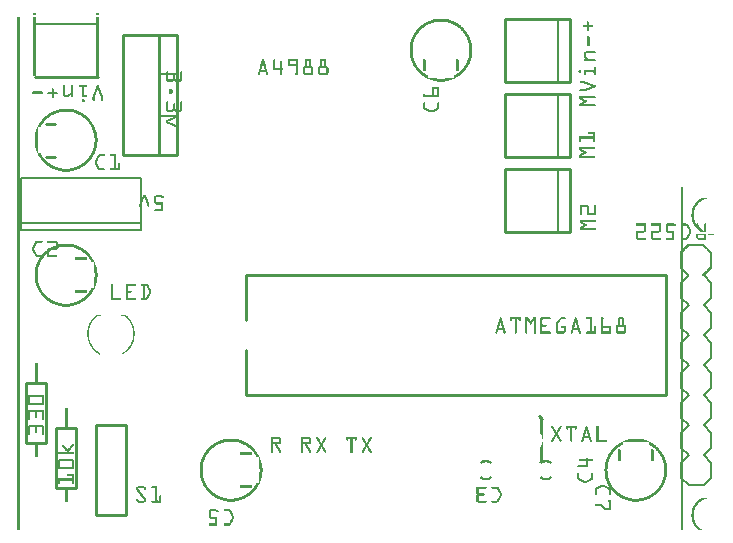
<source format=gto>
G04 MADE WITH FRITZING*
G04 WWW.FRITZING.ORG*
G04 DOUBLE SIDED*
G04 HOLES PLATED*
G04 CONTOUR ON CENTER OF CONTOUR VECTOR*
%ASAXBY*%
%FSLAX23Y23*%
%MOIN*%
%OFA0B0*%
%SFA1.0B1.0*%
%ADD10C,0.010000*%
%ADD11C,0.005000*%
%ADD12C,0.008000*%
%ADD13C,0.011000*%
%ADD14R,0.001000X0.001000*%
%LNSILK1*%
G90*
G70*
G54D10*
X539Y1651D02*
X539Y1251D01*
D02*
X539Y1251D02*
X359Y1251D01*
D02*
X359Y1251D02*
X359Y1651D01*
D02*
X359Y1651D02*
X539Y1651D01*
D02*
X539Y1651D02*
X539Y1251D01*
D02*
X539Y1251D02*
X479Y1251D01*
D02*
X479Y1251D02*
X479Y1651D01*
D02*
X479Y1651D02*
X539Y1651D01*
G54D11*
D02*
X539Y1521D02*
X479Y1521D01*
D02*
X539Y1381D02*
X479Y1381D01*
G54D12*
D02*
X2319Y326D02*
X2319Y276D01*
D02*
X2319Y276D02*
X2294Y251D01*
D02*
X2244Y251D02*
X2219Y276D01*
D02*
X2294Y451D02*
X2319Y426D01*
D02*
X2319Y426D02*
X2319Y376D01*
D02*
X2319Y376D02*
X2294Y351D01*
D02*
X2244Y351D02*
X2219Y376D01*
D02*
X2219Y376D02*
X2219Y426D01*
D02*
X2219Y426D02*
X2244Y451D01*
D02*
X2319Y326D02*
X2294Y351D01*
D02*
X2244Y351D02*
X2219Y326D01*
D02*
X2219Y276D02*
X2219Y326D01*
D02*
X2319Y626D02*
X2319Y576D01*
D02*
X2319Y576D02*
X2294Y551D01*
D02*
X2244Y551D02*
X2219Y576D01*
D02*
X2294Y551D02*
X2319Y526D01*
D02*
X2319Y526D02*
X2319Y476D01*
D02*
X2319Y476D02*
X2294Y451D01*
D02*
X2244Y451D02*
X2219Y476D01*
D02*
X2219Y476D02*
X2219Y526D01*
D02*
X2219Y526D02*
X2244Y551D01*
D02*
X2294Y751D02*
X2319Y726D01*
D02*
X2319Y726D02*
X2319Y676D01*
D02*
X2319Y676D02*
X2294Y651D01*
D02*
X2244Y651D02*
X2219Y676D01*
D02*
X2219Y676D02*
X2219Y726D01*
D02*
X2219Y726D02*
X2244Y751D01*
D02*
X2319Y626D02*
X2294Y651D01*
D02*
X2244Y651D02*
X2219Y626D01*
D02*
X2219Y576D02*
X2219Y626D01*
D02*
X2319Y926D02*
X2319Y876D01*
D02*
X2294Y851D02*
X2319Y826D01*
D02*
X2319Y826D02*
X2319Y776D01*
D02*
X2319Y776D02*
X2294Y751D01*
D02*
X2244Y751D02*
X2219Y776D01*
D02*
X2219Y776D02*
X2219Y826D01*
D02*
X2219Y826D02*
X2244Y851D01*
D02*
X2294Y951D02*
X2244Y951D01*
D02*
X2219Y876D02*
X2219Y926D01*
D02*
X2319Y226D02*
X2319Y176D01*
D02*
X2319Y176D02*
X2294Y151D01*
D02*
X2294Y151D02*
X2244Y151D01*
D02*
X2244Y151D02*
X2219Y176D01*
D02*
X2319Y226D02*
X2294Y251D01*
D02*
X2244Y251D02*
X2219Y226D01*
D02*
X2219Y176D02*
X2219Y226D01*
G54D10*
D02*
X769Y451D02*
X2169Y451D01*
D02*
X2169Y451D02*
X2169Y851D01*
D02*
X2169Y851D02*
X769Y851D01*
D02*
X769Y451D02*
X769Y601D01*
D02*
X769Y701D02*
X769Y851D01*
D02*
X269Y351D02*
X269Y51D01*
D02*
X269Y51D02*
X369Y51D01*
D02*
X369Y51D02*
X369Y351D01*
D02*
X369Y351D02*
X269Y351D01*
D02*
X1631Y1206D02*
X1631Y996D01*
D02*
X1631Y996D02*
X1847Y996D01*
D02*
X1847Y996D02*
X1847Y1206D01*
D02*
X1847Y1206D02*
X1631Y1206D01*
G54D11*
D02*
X1807Y996D02*
X1807Y1206D01*
G54D10*
D02*
X1631Y1456D02*
X1631Y1246D01*
D02*
X1631Y1246D02*
X1847Y1246D01*
D02*
X1847Y1246D02*
X1847Y1456D01*
D02*
X1847Y1456D02*
X1631Y1456D01*
G54D11*
D02*
X1807Y1246D02*
X1807Y1456D01*
G54D10*
D02*
X64Y1513D02*
X274Y1513D01*
G54D11*
D02*
X274Y1689D02*
X64Y1689D01*
G54D10*
D02*
X1744Y382D02*
X1754Y372D01*
G54D12*
D02*
X19Y1176D02*
X419Y1176D01*
D02*
X419Y1176D02*
X419Y1026D01*
D02*
X419Y1026D02*
X419Y1001D01*
D02*
X419Y1001D02*
X19Y1001D01*
D02*
X19Y1001D02*
X19Y1026D01*
D02*
X19Y1026D02*
X19Y1176D01*
D02*
X19Y1026D02*
X419Y1026D01*
G54D10*
D02*
X102Y491D02*
X102Y291D01*
D02*
X102Y291D02*
X36Y291D01*
D02*
X36Y291D02*
X36Y491D01*
D02*
X36Y491D02*
X102Y491D01*
D02*
X202Y341D02*
X202Y141D01*
D02*
X202Y141D02*
X136Y141D01*
D02*
X136Y141D02*
X136Y341D01*
D02*
X136Y341D02*
X202Y341D01*
D02*
X1631Y1706D02*
X1631Y1496D01*
D02*
X1631Y1496D02*
X1847Y1496D01*
D02*
X1847Y1496D02*
X1847Y1706D01*
D02*
X1847Y1706D02*
X1631Y1706D01*
G54D11*
D02*
X1807Y1496D02*
X1807Y1706D01*
G54D13*
X103Y1356D02*
X133Y1356D01*
D02*
X103Y1246D02*
X133Y1246D01*
D02*
G54D14*
X59Y1725D02*
X278Y1725D01*
X59Y1724D02*
X68Y1724D01*
X269Y1724D02*
X278Y1724D01*
X59Y1723D02*
X68Y1723D01*
X269Y1723D02*
X278Y1723D01*
X59Y1722D02*
X68Y1722D01*
X269Y1722D02*
X278Y1722D01*
X59Y1721D02*
X68Y1721D01*
X269Y1721D02*
X278Y1721D01*
X59Y1720D02*
X68Y1720D01*
X269Y1720D02*
X278Y1720D01*
X59Y1719D02*
X68Y1719D01*
X269Y1719D02*
X278Y1719D01*
X7Y1710D02*
X15Y1710D01*
X59Y1710D02*
X68Y1710D01*
X269Y1710D02*
X278Y1710D01*
X7Y1709D02*
X14Y1709D01*
X59Y1709D02*
X68Y1709D01*
X269Y1709D02*
X278Y1709D01*
X7Y1708D02*
X14Y1708D01*
X59Y1708D02*
X68Y1708D01*
X269Y1708D02*
X278Y1708D01*
X7Y1707D02*
X14Y1707D01*
X59Y1707D02*
X68Y1707D01*
X269Y1707D02*
X278Y1707D01*
X7Y1706D02*
X14Y1706D01*
X59Y1706D02*
X68Y1706D01*
X269Y1706D02*
X278Y1706D01*
X1413Y1706D02*
X1423Y1706D01*
X7Y1705D02*
X14Y1705D01*
X59Y1705D02*
X68Y1705D01*
X269Y1705D02*
X278Y1705D01*
X1403Y1705D02*
X1433Y1705D01*
X7Y1704D02*
X14Y1704D01*
X59Y1704D02*
X68Y1704D01*
X269Y1704D02*
X278Y1704D01*
X1398Y1704D02*
X1438Y1704D01*
X7Y1703D02*
X14Y1703D01*
X59Y1703D02*
X68Y1703D01*
X269Y1703D02*
X278Y1703D01*
X1393Y1703D02*
X1443Y1703D01*
X7Y1702D02*
X14Y1702D01*
X59Y1702D02*
X68Y1702D01*
X269Y1702D02*
X278Y1702D01*
X1390Y1702D02*
X1446Y1702D01*
X7Y1701D02*
X14Y1701D01*
X59Y1701D02*
X68Y1701D01*
X269Y1701D02*
X278Y1701D01*
X1387Y1701D02*
X1450Y1701D01*
X7Y1700D02*
X14Y1700D01*
X59Y1700D02*
X68Y1700D01*
X269Y1700D02*
X278Y1700D01*
X1384Y1700D02*
X1452Y1700D01*
X7Y1699D02*
X14Y1699D01*
X59Y1699D02*
X68Y1699D01*
X269Y1699D02*
X278Y1699D01*
X1381Y1699D02*
X1455Y1699D01*
X7Y1698D02*
X14Y1698D01*
X59Y1698D02*
X68Y1698D01*
X269Y1698D02*
X278Y1698D01*
X1378Y1698D02*
X1458Y1698D01*
X1905Y1698D02*
X1909Y1698D01*
X7Y1697D02*
X14Y1697D01*
X59Y1697D02*
X68Y1697D01*
X269Y1697D02*
X278Y1697D01*
X1376Y1697D02*
X1460Y1697D01*
X1904Y1697D02*
X1909Y1697D01*
X7Y1696D02*
X14Y1696D01*
X59Y1696D02*
X68Y1696D01*
X269Y1696D02*
X278Y1696D01*
X1374Y1696D02*
X1413Y1696D01*
X1423Y1696D02*
X1462Y1696D01*
X1904Y1696D02*
X1910Y1696D01*
X7Y1695D02*
X14Y1695D01*
X59Y1695D02*
X68Y1695D01*
X269Y1695D02*
X278Y1695D01*
X1372Y1695D02*
X1403Y1695D01*
X1433Y1695D02*
X1464Y1695D01*
X1904Y1695D02*
X1910Y1695D01*
X7Y1694D02*
X14Y1694D01*
X59Y1694D02*
X68Y1694D01*
X269Y1694D02*
X278Y1694D01*
X1370Y1694D02*
X1397Y1694D01*
X1439Y1694D02*
X1466Y1694D01*
X1904Y1694D02*
X1910Y1694D01*
X7Y1693D02*
X14Y1693D01*
X59Y1693D02*
X68Y1693D01*
X269Y1693D02*
X278Y1693D01*
X1368Y1693D02*
X1393Y1693D01*
X1443Y1693D02*
X1468Y1693D01*
X1904Y1693D02*
X1910Y1693D01*
X7Y1692D02*
X14Y1692D01*
X59Y1692D02*
X68Y1692D01*
X269Y1692D02*
X278Y1692D01*
X1367Y1692D02*
X1389Y1692D01*
X1447Y1692D02*
X1470Y1692D01*
X1904Y1692D02*
X1910Y1692D01*
X7Y1691D02*
X14Y1691D01*
X59Y1691D02*
X68Y1691D01*
X269Y1691D02*
X278Y1691D01*
X1365Y1691D02*
X1386Y1691D01*
X1450Y1691D02*
X1471Y1691D01*
X1904Y1691D02*
X1910Y1691D01*
X7Y1690D02*
X14Y1690D01*
X59Y1690D02*
X68Y1690D01*
X269Y1690D02*
X278Y1690D01*
X1363Y1690D02*
X1383Y1690D01*
X1453Y1690D02*
X1473Y1690D01*
X1904Y1690D02*
X1910Y1690D01*
X7Y1689D02*
X14Y1689D01*
X59Y1689D02*
X68Y1689D01*
X269Y1689D02*
X278Y1689D01*
X1362Y1689D02*
X1381Y1689D01*
X1455Y1689D02*
X1474Y1689D01*
X1904Y1689D02*
X1910Y1689D01*
X7Y1688D02*
X14Y1688D01*
X59Y1688D02*
X68Y1688D01*
X269Y1688D02*
X278Y1688D01*
X1360Y1688D02*
X1379Y1688D01*
X1457Y1688D02*
X1476Y1688D01*
X1904Y1688D02*
X1910Y1688D01*
X7Y1687D02*
X14Y1687D01*
X59Y1687D02*
X68Y1687D01*
X269Y1687D02*
X278Y1687D01*
X1359Y1687D02*
X1376Y1687D01*
X1460Y1687D02*
X1477Y1687D01*
X1904Y1687D02*
X1910Y1687D01*
X7Y1686D02*
X14Y1686D01*
X59Y1686D02*
X68Y1686D01*
X269Y1686D02*
X278Y1686D01*
X1357Y1686D02*
X1374Y1686D01*
X1462Y1686D02*
X1479Y1686D01*
X1904Y1686D02*
X1910Y1686D01*
X7Y1685D02*
X14Y1685D01*
X59Y1685D02*
X68Y1685D01*
X269Y1685D02*
X278Y1685D01*
X1356Y1685D02*
X1372Y1685D01*
X1464Y1685D02*
X1480Y1685D01*
X1904Y1685D02*
X1910Y1685D01*
X7Y1684D02*
X14Y1684D01*
X59Y1684D02*
X68Y1684D01*
X269Y1684D02*
X278Y1684D01*
X1355Y1684D02*
X1371Y1684D01*
X1466Y1684D02*
X1481Y1684D01*
X1891Y1684D02*
X1923Y1684D01*
X7Y1683D02*
X14Y1683D01*
X59Y1683D02*
X68Y1683D01*
X269Y1683D02*
X278Y1683D01*
X1353Y1683D02*
X1369Y1683D01*
X1467Y1683D02*
X1483Y1683D01*
X1891Y1683D02*
X1923Y1683D01*
X7Y1682D02*
X14Y1682D01*
X59Y1682D02*
X68Y1682D01*
X269Y1682D02*
X278Y1682D01*
X1352Y1682D02*
X1367Y1682D01*
X1469Y1682D02*
X1484Y1682D01*
X1890Y1682D02*
X1924Y1682D01*
X7Y1681D02*
X14Y1681D01*
X59Y1681D02*
X68Y1681D01*
X269Y1681D02*
X278Y1681D01*
X1351Y1681D02*
X1366Y1681D01*
X1471Y1681D02*
X1485Y1681D01*
X1890Y1681D02*
X1924Y1681D01*
X7Y1680D02*
X14Y1680D01*
X59Y1680D02*
X68Y1680D01*
X269Y1680D02*
X278Y1680D01*
X1350Y1680D02*
X1364Y1680D01*
X1472Y1680D02*
X1486Y1680D01*
X1891Y1680D02*
X1923Y1680D01*
X7Y1679D02*
X14Y1679D01*
X59Y1679D02*
X68Y1679D01*
X269Y1679D02*
X278Y1679D01*
X1349Y1679D02*
X1363Y1679D01*
X1473Y1679D02*
X1487Y1679D01*
X1891Y1679D02*
X1923Y1679D01*
X7Y1678D02*
X14Y1678D01*
X59Y1678D02*
X68Y1678D01*
X269Y1678D02*
X278Y1678D01*
X1348Y1678D02*
X1361Y1678D01*
X1475Y1678D02*
X1488Y1678D01*
X1893Y1678D02*
X1921Y1678D01*
X7Y1677D02*
X14Y1677D01*
X59Y1677D02*
X68Y1677D01*
X269Y1677D02*
X278Y1677D01*
X1347Y1677D02*
X1360Y1677D01*
X1476Y1677D02*
X1490Y1677D01*
X1904Y1677D02*
X1910Y1677D01*
X7Y1676D02*
X14Y1676D01*
X59Y1676D02*
X68Y1676D01*
X269Y1676D02*
X278Y1676D01*
X1345Y1676D02*
X1359Y1676D01*
X1478Y1676D02*
X1491Y1676D01*
X1904Y1676D02*
X1910Y1676D01*
X7Y1675D02*
X14Y1675D01*
X59Y1675D02*
X68Y1675D01*
X269Y1675D02*
X278Y1675D01*
X1344Y1675D02*
X1357Y1675D01*
X1479Y1675D02*
X1492Y1675D01*
X1904Y1675D02*
X1910Y1675D01*
X7Y1674D02*
X14Y1674D01*
X59Y1674D02*
X68Y1674D01*
X269Y1674D02*
X278Y1674D01*
X1343Y1674D02*
X1356Y1674D01*
X1480Y1674D02*
X1493Y1674D01*
X1904Y1674D02*
X1910Y1674D01*
X7Y1673D02*
X14Y1673D01*
X59Y1673D02*
X68Y1673D01*
X269Y1673D02*
X278Y1673D01*
X1343Y1673D02*
X1355Y1673D01*
X1481Y1673D02*
X1494Y1673D01*
X1904Y1673D02*
X1910Y1673D01*
X7Y1672D02*
X14Y1672D01*
X59Y1672D02*
X68Y1672D01*
X269Y1672D02*
X278Y1672D01*
X1342Y1672D02*
X1354Y1672D01*
X1482Y1672D02*
X1494Y1672D01*
X1904Y1672D02*
X1910Y1672D01*
X7Y1671D02*
X14Y1671D01*
X59Y1671D02*
X68Y1671D01*
X269Y1671D02*
X278Y1671D01*
X1341Y1671D02*
X1353Y1671D01*
X1483Y1671D02*
X1495Y1671D01*
X1904Y1671D02*
X1910Y1671D01*
X7Y1670D02*
X14Y1670D01*
X59Y1670D02*
X68Y1670D01*
X269Y1670D02*
X278Y1670D01*
X1340Y1670D02*
X1352Y1670D01*
X1484Y1670D02*
X1496Y1670D01*
X1904Y1670D02*
X1910Y1670D01*
X7Y1669D02*
X14Y1669D01*
X59Y1669D02*
X68Y1669D01*
X269Y1669D02*
X278Y1669D01*
X1339Y1669D02*
X1351Y1669D01*
X1485Y1669D02*
X1497Y1669D01*
X1904Y1669D02*
X1910Y1669D01*
X7Y1668D02*
X14Y1668D01*
X59Y1668D02*
X68Y1668D01*
X269Y1668D02*
X278Y1668D01*
X1338Y1668D02*
X1350Y1668D01*
X1486Y1668D02*
X1498Y1668D01*
X1904Y1668D02*
X1910Y1668D01*
X7Y1667D02*
X14Y1667D01*
X59Y1667D02*
X68Y1667D01*
X269Y1667D02*
X278Y1667D01*
X1337Y1667D02*
X1349Y1667D01*
X1487Y1667D02*
X1499Y1667D01*
X1904Y1667D02*
X1910Y1667D01*
X7Y1666D02*
X14Y1666D01*
X59Y1666D02*
X68Y1666D01*
X269Y1666D02*
X278Y1666D01*
X1336Y1666D02*
X1348Y1666D01*
X1488Y1666D02*
X1500Y1666D01*
X1904Y1666D02*
X1910Y1666D01*
X7Y1665D02*
X14Y1665D01*
X59Y1665D02*
X68Y1665D01*
X269Y1665D02*
X278Y1665D01*
X1336Y1665D02*
X1347Y1665D01*
X1489Y1665D02*
X1500Y1665D01*
X1905Y1665D02*
X1908Y1665D01*
X7Y1664D02*
X14Y1664D01*
X59Y1664D02*
X68Y1664D01*
X269Y1664D02*
X278Y1664D01*
X1335Y1664D02*
X1346Y1664D01*
X1490Y1664D02*
X1501Y1664D01*
X7Y1663D02*
X14Y1663D01*
X59Y1663D02*
X68Y1663D01*
X269Y1663D02*
X278Y1663D01*
X1334Y1663D02*
X1345Y1663D01*
X1491Y1663D02*
X1502Y1663D01*
X7Y1662D02*
X14Y1662D01*
X59Y1662D02*
X68Y1662D01*
X269Y1662D02*
X278Y1662D01*
X1333Y1662D02*
X1344Y1662D01*
X1492Y1662D02*
X1503Y1662D01*
X7Y1661D02*
X14Y1661D01*
X59Y1661D02*
X68Y1661D01*
X269Y1661D02*
X278Y1661D01*
X1333Y1661D02*
X1343Y1661D01*
X1493Y1661D02*
X1503Y1661D01*
X7Y1660D02*
X14Y1660D01*
X59Y1660D02*
X68Y1660D01*
X269Y1660D02*
X278Y1660D01*
X1332Y1660D02*
X1343Y1660D01*
X1493Y1660D02*
X1504Y1660D01*
X7Y1659D02*
X14Y1659D01*
X59Y1659D02*
X68Y1659D01*
X269Y1659D02*
X278Y1659D01*
X1331Y1659D02*
X1342Y1659D01*
X1494Y1659D02*
X1505Y1659D01*
X7Y1658D02*
X14Y1658D01*
X59Y1658D02*
X68Y1658D01*
X269Y1658D02*
X278Y1658D01*
X1331Y1658D02*
X1341Y1658D01*
X1495Y1658D02*
X1505Y1658D01*
X7Y1657D02*
X14Y1657D01*
X59Y1657D02*
X68Y1657D01*
X269Y1657D02*
X278Y1657D01*
X1330Y1657D02*
X1340Y1657D01*
X1496Y1657D02*
X1506Y1657D01*
X7Y1656D02*
X14Y1656D01*
X59Y1656D02*
X68Y1656D01*
X269Y1656D02*
X278Y1656D01*
X1329Y1656D02*
X1340Y1656D01*
X1496Y1656D02*
X1507Y1656D01*
X7Y1655D02*
X14Y1655D01*
X59Y1655D02*
X68Y1655D01*
X269Y1655D02*
X278Y1655D01*
X1329Y1655D02*
X1339Y1655D01*
X1497Y1655D02*
X1507Y1655D01*
X7Y1654D02*
X14Y1654D01*
X59Y1654D02*
X68Y1654D01*
X269Y1654D02*
X278Y1654D01*
X1328Y1654D02*
X1338Y1654D01*
X1498Y1654D02*
X1508Y1654D01*
X7Y1653D02*
X14Y1653D01*
X59Y1653D02*
X68Y1653D01*
X269Y1653D02*
X278Y1653D01*
X1328Y1653D02*
X1338Y1653D01*
X1498Y1653D02*
X1508Y1653D01*
X7Y1652D02*
X14Y1652D01*
X59Y1652D02*
X68Y1652D01*
X269Y1652D02*
X278Y1652D01*
X1327Y1652D02*
X1337Y1652D01*
X1499Y1652D02*
X1509Y1652D01*
X7Y1651D02*
X14Y1651D01*
X59Y1651D02*
X68Y1651D01*
X269Y1651D02*
X278Y1651D01*
X1326Y1651D02*
X1336Y1651D01*
X1500Y1651D02*
X1510Y1651D01*
X7Y1650D02*
X14Y1650D01*
X59Y1650D02*
X68Y1650D01*
X269Y1650D02*
X278Y1650D01*
X1326Y1650D02*
X1336Y1650D01*
X1500Y1650D02*
X1510Y1650D01*
X7Y1649D02*
X14Y1649D01*
X59Y1649D02*
X68Y1649D01*
X269Y1649D02*
X278Y1649D01*
X1325Y1649D02*
X1335Y1649D01*
X1501Y1649D02*
X1511Y1649D01*
X7Y1648D02*
X14Y1648D01*
X59Y1648D02*
X68Y1648D01*
X269Y1648D02*
X278Y1648D01*
X1325Y1648D02*
X1335Y1648D01*
X1501Y1648D02*
X1511Y1648D01*
X1906Y1648D02*
X1911Y1648D01*
X7Y1647D02*
X14Y1647D01*
X59Y1647D02*
X68Y1647D01*
X269Y1647D02*
X278Y1647D01*
X1324Y1647D02*
X1334Y1647D01*
X1502Y1647D02*
X1512Y1647D01*
X1905Y1647D02*
X1912Y1647D01*
X7Y1646D02*
X14Y1646D01*
X59Y1646D02*
X68Y1646D01*
X269Y1646D02*
X278Y1646D01*
X1324Y1646D02*
X1334Y1646D01*
X1503Y1646D02*
X1512Y1646D01*
X1904Y1646D02*
X1913Y1646D01*
X7Y1645D02*
X14Y1645D01*
X59Y1645D02*
X68Y1645D01*
X269Y1645D02*
X278Y1645D01*
X1323Y1645D02*
X1333Y1645D01*
X1503Y1645D02*
X1513Y1645D01*
X1904Y1645D02*
X1913Y1645D01*
X7Y1644D02*
X14Y1644D01*
X59Y1644D02*
X68Y1644D01*
X269Y1644D02*
X278Y1644D01*
X1323Y1644D02*
X1332Y1644D01*
X1504Y1644D02*
X1513Y1644D01*
X1904Y1644D02*
X1913Y1644D01*
X7Y1643D02*
X14Y1643D01*
X59Y1643D02*
X68Y1643D01*
X269Y1643D02*
X278Y1643D01*
X1322Y1643D02*
X1332Y1643D01*
X1504Y1643D02*
X1514Y1643D01*
X1904Y1643D02*
X1913Y1643D01*
X7Y1642D02*
X14Y1642D01*
X59Y1642D02*
X68Y1642D01*
X269Y1642D02*
X278Y1642D01*
X1322Y1642D02*
X1332Y1642D01*
X1505Y1642D02*
X1514Y1642D01*
X1904Y1642D02*
X1913Y1642D01*
X7Y1641D02*
X14Y1641D01*
X59Y1641D02*
X68Y1641D01*
X269Y1641D02*
X278Y1641D01*
X1322Y1641D02*
X1331Y1641D01*
X1505Y1641D02*
X1514Y1641D01*
X1904Y1641D02*
X1913Y1641D01*
X7Y1640D02*
X14Y1640D01*
X59Y1640D02*
X68Y1640D01*
X269Y1640D02*
X278Y1640D01*
X1321Y1640D02*
X1331Y1640D01*
X1505Y1640D02*
X1515Y1640D01*
X1904Y1640D02*
X1913Y1640D01*
X7Y1639D02*
X14Y1639D01*
X59Y1639D02*
X68Y1639D01*
X269Y1639D02*
X278Y1639D01*
X1321Y1639D02*
X1330Y1639D01*
X1506Y1639D02*
X1515Y1639D01*
X1904Y1639D02*
X1913Y1639D01*
X7Y1638D02*
X14Y1638D01*
X59Y1638D02*
X68Y1638D01*
X269Y1638D02*
X278Y1638D01*
X1320Y1638D02*
X1330Y1638D01*
X1506Y1638D02*
X1516Y1638D01*
X1904Y1638D02*
X1913Y1638D01*
X7Y1637D02*
X14Y1637D01*
X59Y1637D02*
X68Y1637D01*
X269Y1637D02*
X278Y1637D01*
X1320Y1637D02*
X1329Y1637D01*
X1507Y1637D02*
X1516Y1637D01*
X1904Y1637D02*
X1913Y1637D01*
X7Y1636D02*
X14Y1636D01*
X59Y1636D02*
X68Y1636D01*
X269Y1636D02*
X278Y1636D01*
X1320Y1636D02*
X1329Y1636D01*
X1507Y1636D02*
X1516Y1636D01*
X1904Y1636D02*
X1913Y1636D01*
X7Y1635D02*
X14Y1635D01*
X59Y1635D02*
X68Y1635D01*
X269Y1635D02*
X278Y1635D01*
X1319Y1635D02*
X1329Y1635D01*
X1507Y1635D02*
X1517Y1635D01*
X1904Y1635D02*
X1913Y1635D01*
X7Y1634D02*
X14Y1634D01*
X59Y1634D02*
X68Y1634D01*
X269Y1634D02*
X278Y1634D01*
X1319Y1634D02*
X1328Y1634D01*
X1508Y1634D02*
X1517Y1634D01*
X1904Y1634D02*
X1913Y1634D01*
X7Y1633D02*
X14Y1633D01*
X59Y1633D02*
X68Y1633D01*
X269Y1633D02*
X278Y1633D01*
X1319Y1633D02*
X1328Y1633D01*
X1508Y1633D02*
X1517Y1633D01*
X1904Y1633D02*
X1913Y1633D01*
X7Y1632D02*
X14Y1632D01*
X59Y1632D02*
X68Y1632D01*
X269Y1632D02*
X278Y1632D01*
X1318Y1632D02*
X1328Y1632D01*
X1509Y1632D02*
X1518Y1632D01*
X1904Y1632D02*
X1913Y1632D01*
X7Y1631D02*
X14Y1631D01*
X59Y1631D02*
X68Y1631D01*
X269Y1631D02*
X278Y1631D01*
X1318Y1631D02*
X1327Y1631D01*
X1509Y1631D02*
X1518Y1631D01*
X1904Y1631D02*
X1913Y1631D01*
X7Y1630D02*
X14Y1630D01*
X59Y1630D02*
X68Y1630D01*
X269Y1630D02*
X278Y1630D01*
X1318Y1630D02*
X1327Y1630D01*
X1509Y1630D02*
X1518Y1630D01*
X1904Y1630D02*
X1913Y1630D01*
X7Y1629D02*
X14Y1629D01*
X59Y1629D02*
X68Y1629D01*
X269Y1629D02*
X278Y1629D01*
X1317Y1629D02*
X1327Y1629D01*
X1509Y1629D02*
X1519Y1629D01*
X1904Y1629D02*
X1913Y1629D01*
X7Y1628D02*
X14Y1628D01*
X59Y1628D02*
X68Y1628D01*
X269Y1628D02*
X278Y1628D01*
X1317Y1628D02*
X1326Y1628D01*
X1510Y1628D02*
X1519Y1628D01*
X1904Y1628D02*
X1913Y1628D01*
X7Y1627D02*
X14Y1627D01*
X59Y1627D02*
X68Y1627D01*
X269Y1627D02*
X278Y1627D01*
X1317Y1627D02*
X1326Y1627D01*
X1510Y1627D02*
X1519Y1627D01*
X1904Y1627D02*
X1913Y1627D01*
X7Y1626D02*
X14Y1626D01*
X59Y1626D02*
X68Y1626D01*
X269Y1626D02*
X278Y1626D01*
X1317Y1626D02*
X1326Y1626D01*
X1510Y1626D02*
X1519Y1626D01*
X1904Y1626D02*
X1913Y1626D01*
X7Y1625D02*
X14Y1625D01*
X59Y1625D02*
X68Y1625D01*
X269Y1625D02*
X278Y1625D01*
X1316Y1625D02*
X1325Y1625D01*
X1511Y1625D02*
X1520Y1625D01*
X1904Y1625D02*
X1913Y1625D01*
X7Y1624D02*
X14Y1624D01*
X59Y1624D02*
X68Y1624D01*
X269Y1624D02*
X278Y1624D01*
X1316Y1624D02*
X1325Y1624D01*
X1511Y1624D02*
X1520Y1624D01*
X1904Y1624D02*
X1913Y1624D01*
X7Y1623D02*
X14Y1623D01*
X59Y1623D02*
X68Y1623D01*
X269Y1623D02*
X278Y1623D01*
X1316Y1623D02*
X1325Y1623D01*
X1511Y1623D02*
X1520Y1623D01*
X1904Y1623D02*
X1913Y1623D01*
X7Y1622D02*
X14Y1622D01*
X59Y1622D02*
X68Y1622D01*
X269Y1622D02*
X278Y1622D01*
X1316Y1622D02*
X1325Y1622D01*
X1511Y1622D02*
X1520Y1622D01*
X1904Y1622D02*
X1913Y1622D01*
X7Y1621D02*
X14Y1621D01*
X59Y1621D02*
X68Y1621D01*
X269Y1621D02*
X278Y1621D01*
X1316Y1621D02*
X1325Y1621D01*
X1511Y1621D02*
X1521Y1621D01*
X1904Y1621D02*
X1913Y1621D01*
X7Y1620D02*
X14Y1620D01*
X59Y1620D02*
X68Y1620D01*
X269Y1620D02*
X278Y1620D01*
X1315Y1620D02*
X1324Y1620D01*
X1512Y1620D02*
X1521Y1620D01*
X1904Y1620D02*
X1913Y1620D01*
X7Y1619D02*
X14Y1619D01*
X59Y1619D02*
X68Y1619D01*
X269Y1619D02*
X278Y1619D01*
X1315Y1619D02*
X1324Y1619D01*
X1512Y1619D02*
X1521Y1619D01*
X1904Y1619D02*
X1913Y1619D01*
X7Y1618D02*
X14Y1618D01*
X59Y1618D02*
X68Y1618D01*
X269Y1618D02*
X278Y1618D01*
X1315Y1618D02*
X1324Y1618D01*
X1512Y1618D02*
X1521Y1618D01*
X1904Y1618D02*
X1913Y1618D01*
X7Y1617D02*
X14Y1617D01*
X59Y1617D02*
X68Y1617D01*
X269Y1617D02*
X278Y1617D01*
X1315Y1617D02*
X1324Y1617D01*
X1512Y1617D02*
X1521Y1617D01*
X1904Y1617D02*
X1913Y1617D01*
X7Y1616D02*
X14Y1616D01*
X59Y1616D02*
X68Y1616D01*
X269Y1616D02*
X278Y1616D01*
X1315Y1616D02*
X1324Y1616D01*
X1512Y1616D02*
X1521Y1616D01*
X1904Y1616D02*
X1913Y1616D01*
X7Y1615D02*
X14Y1615D01*
X59Y1615D02*
X68Y1615D01*
X269Y1615D02*
X278Y1615D01*
X1315Y1615D02*
X1324Y1615D01*
X1513Y1615D02*
X1522Y1615D01*
X1905Y1615D02*
X1912Y1615D01*
X7Y1614D02*
X14Y1614D01*
X59Y1614D02*
X68Y1614D01*
X269Y1614D02*
X278Y1614D01*
X1314Y1614D02*
X1323Y1614D01*
X1513Y1614D02*
X1522Y1614D01*
X1907Y1614D02*
X1910Y1614D01*
X7Y1613D02*
X14Y1613D01*
X59Y1613D02*
X68Y1613D01*
X269Y1613D02*
X278Y1613D01*
X1314Y1613D02*
X1323Y1613D01*
X1513Y1613D02*
X1522Y1613D01*
X7Y1612D02*
X14Y1612D01*
X59Y1612D02*
X68Y1612D01*
X269Y1612D02*
X278Y1612D01*
X1314Y1612D02*
X1323Y1612D01*
X1513Y1612D02*
X1522Y1612D01*
X7Y1611D02*
X14Y1611D01*
X59Y1611D02*
X68Y1611D01*
X269Y1611D02*
X278Y1611D01*
X1314Y1611D02*
X1323Y1611D01*
X1513Y1611D02*
X1522Y1611D01*
X7Y1610D02*
X14Y1610D01*
X59Y1610D02*
X68Y1610D01*
X269Y1610D02*
X278Y1610D01*
X1314Y1610D02*
X1323Y1610D01*
X1513Y1610D02*
X1522Y1610D01*
X7Y1609D02*
X14Y1609D01*
X59Y1609D02*
X68Y1609D01*
X269Y1609D02*
X278Y1609D01*
X1314Y1609D02*
X1323Y1609D01*
X1513Y1609D02*
X1522Y1609D01*
X7Y1608D02*
X14Y1608D01*
X59Y1608D02*
X68Y1608D01*
X269Y1608D02*
X278Y1608D01*
X1314Y1608D02*
X1323Y1608D01*
X1513Y1608D02*
X1522Y1608D01*
X7Y1607D02*
X14Y1607D01*
X59Y1607D02*
X68Y1607D01*
X269Y1607D02*
X278Y1607D01*
X1314Y1607D02*
X1323Y1607D01*
X1513Y1607D02*
X1522Y1607D01*
X7Y1606D02*
X14Y1606D01*
X59Y1606D02*
X68Y1606D01*
X269Y1606D02*
X278Y1606D01*
X1314Y1606D02*
X1323Y1606D01*
X1513Y1606D02*
X1522Y1606D01*
X7Y1605D02*
X14Y1605D01*
X59Y1605D02*
X68Y1605D01*
X269Y1605D02*
X278Y1605D01*
X1314Y1605D02*
X1323Y1605D01*
X1513Y1605D02*
X1522Y1605D01*
X7Y1604D02*
X14Y1604D01*
X59Y1604D02*
X68Y1604D01*
X269Y1604D02*
X278Y1604D01*
X1314Y1604D02*
X1323Y1604D01*
X1513Y1604D02*
X1522Y1604D01*
X7Y1603D02*
X14Y1603D01*
X59Y1603D02*
X68Y1603D01*
X269Y1603D02*
X278Y1603D01*
X1314Y1603D02*
X1323Y1603D01*
X1513Y1603D02*
X1522Y1603D01*
X7Y1602D02*
X14Y1602D01*
X59Y1602D02*
X68Y1602D01*
X269Y1602D02*
X278Y1602D01*
X1314Y1602D02*
X1323Y1602D01*
X1513Y1602D02*
X1522Y1602D01*
X7Y1601D02*
X14Y1601D01*
X59Y1601D02*
X68Y1601D01*
X269Y1601D02*
X278Y1601D01*
X1314Y1601D02*
X1323Y1601D01*
X1514Y1601D02*
X1523Y1601D01*
X7Y1600D02*
X14Y1600D01*
X59Y1600D02*
X68Y1600D01*
X269Y1600D02*
X278Y1600D01*
X1314Y1600D02*
X1323Y1600D01*
X1513Y1600D02*
X1522Y1600D01*
X7Y1599D02*
X14Y1599D01*
X59Y1599D02*
X68Y1599D01*
X269Y1599D02*
X278Y1599D01*
X1314Y1599D02*
X1323Y1599D01*
X1513Y1599D02*
X1522Y1599D01*
X7Y1598D02*
X14Y1598D01*
X59Y1598D02*
X68Y1598D01*
X269Y1598D02*
X278Y1598D01*
X1314Y1598D02*
X1323Y1598D01*
X1513Y1598D02*
X1522Y1598D01*
X7Y1597D02*
X14Y1597D01*
X59Y1597D02*
X68Y1597D01*
X269Y1597D02*
X278Y1597D01*
X1314Y1597D02*
X1323Y1597D01*
X1513Y1597D02*
X1522Y1597D01*
X1901Y1597D02*
X1932Y1597D01*
X7Y1596D02*
X14Y1596D01*
X59Y1596D02*
X68Y1596D01*
X269Y1596D02*
X278Y1596D01*
X1314Y1596D02*
X1323Y1596D01*
X1513Y1596D02*
X1522Y1596D01*
X1900Y1596D02*
X1933Y1596D01*
X7Y1595D02*
X14Y1595D01*
X59Y1595D02*
X68Y1595D01*
X269Y1595D02*
X278Y1595D01*
X1314Y1595D02*
X1323Y1595D01*
X1513Y1595D02*
X1522Y1595D01*
X1898Y1595D02*
X1933Y1595D01*
X7Y1594D02*
X14Y1594D01*
X59Y1594D02*
X68Y1594D01*
X269Y1594D02*
X278Y1594D01*
X1314Y1594D02*
X1323Y1594D01*
X1513Y1594D02*
X1522Y1594D01*
X1897Y1594D02*
X1934Y1594D01*
X7Y1593D02*
X14Y1593D01*
X59Y1593D02*
X68Y1593D01*
X269Y1593D02*
X278Y1593D01*
X1314Y1593D02*
X1323Y1593D01*
X1513Y1593D02*
X1522Y1593D01*
X1897Y1593D02*
X1933Y1593D01*
X7Y1592D02*
X14Y1592D01*
X59Y1592D02*
X68Y1592D01*
X269Y1592D02*
X278Y1592D01*
X1314Y1592D02*
X1323Y1592D01*
X1513Y1592D02*
X1522Y1592D01*
X1896Y1592D02*
X1933Y1592D01*
X7Y1591D02*
X14Y1591D01*
X59Y1591D02*
X68Y1591D01*
X269Y1591D02*
X278Y1591D01*
X1314Y1591D02*
X1323Y1591D01*
X1513Y1591D02*
X1522Y1591D01*
X1896Y1591D02*
X1931Y1591D01*
X7Y1590D02*
X14Y1590D01*
X59Y1590D02*
X68Y1590D01*
X269Y1590D02*
X278Y1590D01*
X1314Y1590D02*
X1323Y1590D01*
X1513Y1590D02*
X1522Y1590D01*
X1895Y1590D02*
X1902Y1590D01*
X7Y1589D02*
X14Y1589D01*
X59Y1589D02*
X68Y1589D01*
X269Y1589D02*
X278Y1589D01*
X1314Y1589D02*
X1323Y1589D01*
X1513Y1589D02*
X1522Y1589D01*
X1895Y1589D02*
X1902Y1589D01*
X7Y1588D02*
X14Y1588D01*
X59Y1588D02*
X68Y1588D01*
X269Y1588D02*
X278Y1588D01*
X1314Y1588D02*
X1323Y1588D01*
X1513Y1588D02*
X1522Y1588D01*
X1895Y1588D02*
X1901Y1588D01*
X7Y1587D02*
X14Y1587D01*
X59Y1587D02*
X68Y1587D01*
X269Y1587D02*
X278Y1587D01*
X1315Y1587D02*
X1324Y1587D01*
X1512Y1587D02*
X1522Y1587D01*
X1895Y1587D02*
X1901Y1587D01*
X7Y1586D02*
X14Y1586D01*
X59Y1586D02*
X68Y1586D01*
X269Y1586D02*
X278Y1586D01*
X1315Y1586D02*
X1324Y1586D01*
X1512Y1586D02*
X1521Y1586D01*
X1895Y1586D02*
X1901Y1586D01*
X7Y1585D02*
X14Y1585D01*
X59Y1585D02*
X68Y1585D01*
X269Y1585D02*
X278Y1585D01*
X1315Y1585D02*
X1324Y1585D01*
X1512Y1585D02*
X1521Y1585D01*
X1895Y1585D02*
X1901Y1585D01*
X7Y1584D02*
X14Y1584D01*
X59Y1584D02*
X68Y1584D01*
X269Y1584D02*
X278Y1584D01*
X1315Y1584D02*
X1324Y1584D01*
X1512Y1584D02*
X1521Y1584D01*
X1895Y1584D02*
X1901Y1584D01*
X7Y1583D02*
X14Y1583D01*
X59Y1583D02*
X68Y1583D01*
X269Y1583D02*
X278Y1583D01*
X1315Y1583D02*
X1324Y1583D01*
X1512Y1583D02*
X1521Y1583D01*
X1895Y1583D02*
X1901Y1583D01*
X7Y1582D02*
X14Y1582D01*
X59Y1582D02*
X68Y1582D01*
X269Y1582D02*
X278Y1582D01*
X1315Y1582D02*
X1324Y1582D01*
X1512Y1582D02*
X1521Y1582D01*
X1895Y1582D02*
X1901Y1582D01*
X7Y1581D02*
X14Y1581D01*
X59Y1581D02*
X68Y1581D01*
X269Y1581D02*
X278Y1581D01*
X1316Y1581D02*
X1325Y1581D01*
X1511Y1581D02*
X1521Y1581D01*
X1895Y1581D02*
X1902Y1581D01*
X7Y1580D02*
X14Y1580D01*
X59Y1580D02*
X68Y1580D01*
X269Y1580D02*
X278Y1580D01*
X1316Y1580D02*
X1325Y1580D01*
X1511Y1580D02*
X1520Y1580D01*
X1896Y1580D02*
X1902Y1580D01*
X7Y1579D02*
X14Y1579D01*
X59Y1579D02*
X68Y1579D01*
X269Y1579D02*
X278Y1579D01*
X1316Y1579D02*
X1325Y1579D01*
X1511Y1579D02*
X1520Y1579D01*
X1896Y1579D02*
X1903Y1579D01*
X7Y1578D02*
X14Y1578D01*
X59Y1578D02*
X68Y1578D01*
X269Y1578D02*
X278Y1578D01*
X1316Y1578D02*
X1325Y1578D01*
X1511Y1578D02*
X1520Y1578D01*
X1897Y1578D02*
X1904Y1578D01*
X7Y1577D02*
X14Y1577D01*
X59Y1577D02*
X68Y1577D01*
X269Y1577D02*
X278Y1577D01*
X1316Y1577D02*
X1326Y1577D01*
X1511Y1577D02*
X1520Y1577D01*
X1897Y1577D02*
X1904Y1577D01*
X7Y1576D02*
X14Y1576D01*
X59Y1576D02*
X68Y1576D01*
X269Y1576D02*
X278Y1576D01*
X1317Y1576D02*
X1326Y1576D01*
X1510Y1576D02*
X1519Y1576D01*
X1898Y1576D02*
X1905Y1576D01*
X7Y1575D02*
X14Y1575D01*
X59Y1575D02*
X68Y1575D01*
X269Y1575D02*
X278Y1575D01*
X1317Y1575D02*
X1326Y1575D01*
X1510Y1575D02*
X1519Y1575D01*
X1898Y1575D02*
X1906Y1575D01*
X7Y1574D02*
X14Y1574D01*
X59Y1574D02*
X68Y1574D01*
X269Y1574D02*
X278Y1574D01*
X1317Y1574D02*
X1326Y1574D01*
X1510Y1574D02*
X1519Y1574D01*
X1899Y1574D02*
X1906Y1574D01*
X7Y1573D02*
X14Y1573D01*
X59Y1573D02*
X68Y1573D01*
X269Y1573D02*
X278Y1573D01*
X1318Y1573D02*
X1327Y1573D01*
X1509Y1573D02*
X1519Y1573D01*
X1900Y1573D02*
X1907Y1573D01*
X7Y1572D02*
X14Y1572D01*
X59Y1572D02*
X68Y1572D01*
X269Y1572D02*
X278Y1572D01*
X1318Y1572D02*
X1327Y1572D01*
X1509Y1572D02*
X1518Y1572D01*
X1900Y1572D02*
X1908Y1572D01*
X7Y1571D02*
X14Y1571D01*
X59Y1571D02*
X68Y1571D01*
X269Y1571D02*
X278Y1571D01*
X823Y1571D02*
X827Y1571D01*
X861Y1571D02*
X865Y1571D01*
X910Y1571D02*
X941Y1571D01*
X967Y1571D02*
X984Y1571D01*
X1017Y1571D02*
X1034Y1571D01*
X1318Y1571D02*
X1327Y1571D01*
X1361Y1571D02*
X1365Y1571D01*
X1471Y1571D02*
X1475Y1571D01*
X1509Y1571D02*
X1518Y1571D01*
X1901Y1571D02*
X1908Y1571D01*
X7Y1570D02*
X14Y1570D01*
X59Y1570D02*
X68Y1570D01*
X269Y1570D02*
X278Y1570D01*
X822Y1570D02*
X828Y1570D01*
X861Y1570D02*
X866Y1570D01*
X909Y1570D02*
X942Y1570D01*
X966Y1570D02*
X985Y1570D01*
X1016Y1570D02*
X1035Y1570D01*
X1318Y1570D02*
X1328Y1570D01*
X1360Y1570D02*
X1366Y1570D01*
X1470Y1570D02*
X1476Y1570D01*
X1508Y1570D02*
X1518Y1570D01*
X1896Y1570D02*
X1932Y1570D01*
X7Y1569D02*
X14Y1569D01*
X59Y1569D02*
X68Y1569D01*
X269Y1569D02*
X278Y1569D01*
X822Y1569D02*
X828Y1569D01*
X860Y1569D02*
X866Y1569D01*
X909Y1569D02*
X942Y1569D01*
X966Y1569D02*
X985Y1569D01*
X1016Y1569D02*
X1035Y1569D01*
X1319Y1569D02*
X1328Y1569D01*
X1359Y1569D02*
X1367Y1569D01*
X1469Y1569D02*
X1477Y1569D01*
X1508Y1569D02*
X1517Y1569D01*
X1896Y1569D02*
X1933Y1569D01*
X7Y1568D02*
X14Y1568D01*
X59Y1568D02*
X68Y1568D01*
X269Y1568D02*
X278Y1568D01*
X822Y1568D02*
X828Y1568D01*
X860Y1568D02*
X866Y1568D01*
X909Y1568D02*
X942Y1568D01*
X966Y1568D02*
X985Y1568D01*
X1016Y1568D02*
X1036Y1568D01*
X1319Y1568D02*
X1328Y1568D01*
X1358Y1568D02*
X1368Y1568D01*
X1468Y1568D02*
X1478Y1568D01*
X1508Y1568D02*
X1517Y1568D01*
X1895Y1568D02*
X1933Y1568D01*
X7Y1567D02*
X14Y1567D01*
X59Y1567D02*
X68Y1567D01*
X269Y1567D02*
X278Y1567D01*
X821Y1567D02*
X829Y1567D01*
X860Y1567D02*
X866Y1567D01*
X909Y1567D02*
X942Y1567D01*
X966Y1567D02*
X985Y1567D01*
X1016Y1567D02*
X1036Y1567D01*
X1319Y1567D02*
X1329Y1567D01*
X1358Y1567D02*
X1368Y1567D01*
X1468Y1567D02*
X1478Y1567D01*
X1507Y1567D02*
X1517Y1567D01*
X1895Y1567D02*
X1934Y1567D01*
X7Y1566D02*
X14Y1566D01*
X59Y1566D02*
X68Y1566D01*
X269Y1566D02*
X278Y1566D01*
X821Y1566D02*
X829Y1566D01*
X860Y1566D02*
X866Y1566D01*
X909Y1566D02*
X942Y1566D01*
X966Y1566D02*
X985Y1566D01*
X1016Y1566D02*
X1036Y1566D01*
X1320Y1566D02*
X1329Y1566D01*
X1358Y1566D02*
X1368Y1566D01*
X1468Y1566D02*
X1478Y1566D01*
X1507Y1566D02*
X1516Y1566D01*
X1895Y1566D02*
X1933Y1566D01*
X7Y1565D02*
X14Y1565D01*
X59Y1565D02*
X68Y1565D01*
X269Y1565D02*
X278Y1565D01*
X821Y1565D02*
X829Y1565D01*
X860Y1565D02*
X866Y1565D01*
X882Y1565D02*
X886Y1565D01*
X909Y1565D02*
X942Y1565D01*
X966Y1565D02*
X985Y1565D01*
X1016Y1565D02*
X1036Y1565D01*
X1320Y1565D02*
X1329Y1565D01*
X1358Y1565D02*
X1368Y1565D01*
X1468Y1565D02*
X1478Y1565D01*
X1507Y1565D02*
X1516Y1565D01*
X1896Y1565D02*
X1933Y1565D01*
X7Y1564D02*
X14Y1564D01*
X59Y1564D02*
X68Y1564D01*
X269Y1564D02*
X278Y1564D01*
X821Y1564D02*
X829Y1564D01*
X860Y1564D02*
X866Y1564D01*
X881Y1564D02*
X886Y1564D01*
X909Y1564D02*
X915Y1564D01*
X936Y1564D02*
X942Y1564D01*
X966Y1564D02*
X972Y1564D01*
X979Y1564D02*
X985Y1564D01*
X1016Y1564D02*
X1022Y1564D01*
X1030Y1564D02*
X1036Y1564D01*
X1321Y1564D02*
X1330Y1564D01*
X1358Y1564D02*
X1368Y1564D01*
X1468Y1564D02*
X1478Y1564D01*
X1506Y1564D02*
X1516Y1564D01*
X1897Y1564D02*
X1931Y1564D01*
X7Y1563D02*
X14Y1563D01*
X59Y1563D02*
X68Y1563D01*
X269Y1563D02*
X278Y1563D01*
X820Y1563D02*
X830Y1563D01*
X860Y1563D02*
X866Y1563D01*
X881Y1563D02*
X887Y1563D01*
X909Y1563D02*
X915Y1563D01*
X936Y1563D02*
X942Y1563D01*
X966Y1563D02*
X972Y1563D01*
X979Y1563D02*
X985Y1563D01*
X1016Y1563D02*
X1022Y1563D01*
X1030Y1563D02*
X1036Y1563D01*
X1321Y1563D02*
X1330Y1563D01*
X1358Y1563D02*
X1368Y1563D01*
X1468Y1563D02*
X1478Y1563D01*
X1506Y1563D02*
X1515Y1563D01*
X7Y1562D02*
X14Y1562D01*
X59Y1562D02*
X68Y1562D01*
X269Y1562D02*
X278Y1562D01*
X820Y1562D02*
X830Y1562D01*
X860Y1562D02*
X866Y1562D01*
X881Y1562D02*
X887Y1562D01*
X909Y1562D02*
X915Y1562D01*
X936Y1562D02*
X942Y1562D01*
X966Y1562D02*
X972Y1562D01*
X979Y1562D02*
X985Y1562D01*
X1016Y1562D02*
X1022Y1562D01*
X1030Y1562D02*
X1036Y1562D01*
X1321Y1562D02*
X1331Y1562D01*
X1358Y1562D02*
X1368Y1562D01*
X1468Y1562D02*
X1478Y1562D01*
X1505Y1562D02*
X1515Y1562D01*
X7Y1561D02*
X14Y1561D01*
X59Y1561D02*
X68Y1561D01*
X269Y1561D02*
X278Y1561D01*
X820Y1561D02*
X830Y1561D01*
X860Y1561D02*
X866Y1561D01*
X881Y1561D02*
X887Y1561D01*
X909Y1561D02*
X915Y1561D01*
X936Y1561D02*
X942Y1561D01*
X966Y1561D02*
X972Y1561D01*
X979Y1561D02*
X985Y1561D01*
X1016Y1561D02*
X1022Y1561D01*
X1030Y1561D02*
X1036Y1561D01*
X1322Y1561D02*
X1331Y1561D01*
X1358Y1561D02*
X1368Y1561D01*
X1468Y1561D02*
X1478Y1561D01*
X1505Y1561D02*
X1514Y1561D01*
X7Y1560D02*
X14Y1560D01*
X59Y1560D02*
X68Y1560D01*
X269Y1560D02*
X278Y1560D01*
X819Y1560D02*
X831Y1560D01*
X860Y1560D02*
X866Y1560D01*
X881Y1560D02*
X887Y1560D01*
X909Y1560D02*
X915Y1560D01*
X936Y1560D02*
X942Y1560D01*
X966Y1560D02*
X972Y1560D01*
X979Y1560D02*
X985Y1560D01*
X1016Y1560D02*
X1022Y1560D01*
X1030Y1560D02*
X1036Y1560D01*
X1322Y1560D02*
X1332Y1560D01*
X1358Y1560D02*
X1368Y1560D01*
X1468Y1560D02*
X1478Y1560D01*
X1504Y1560D02*
X1514Y1560D01*
X7Y1559D02*
X14Y1559D01*
X59Y1559D02*
X68Y1559D01*
X269Y1559D02*
X278Y1559D01*
X819Y1559D02*
X831Y1559D01*
X860Y1559D02*
X866Y1559D01*
X881Y1559D02*
X887Y1559D01*
X909Y1559D02*
X915Y1559D01*
X936Y1559D02*
X942Y1559D01*
X966Y1559D02*
X972Y1559D01*
X979Y1559D02*
X985Y1559D01*
X1016Y1559D02*
X1022Y1559D01*
X1030Y1559D02*
X1036Y1559D01*
X1323Y1559D02*
X1332Y1559D01*
X1358Y1559D02*
X1368Y1559D01*
X1468Y1559D02*
X1478Y1559D01*
X1504Y1559D02*
X1513Y1559D01*
X7Y1558D02*
X14Y1558D01*
X59Y1558D02*
X68Y1558D01*
X269Y1558D02*
X278Y1558D01*
X819Y1558D02*
X831Y1558D01*
X860Y1558D02*
X866Y1558D01*
X881Y1558D02*
X887Y1558D01*
X909Y1558D02*
X915Y1558D01*
X936Y1558D02*
X942Y1558D01*
X966Y1558D02*
X972Y1558D01*
X979Y1558D02*
X985Y1558D01*
X1016Y1558D02*
X1022Y1558D01*
X1030Y1558D02*
X1036Y1558D01*
X1323Y1558D02*
X1333Y1558D01*
X1358Y1558D02*
X1368Y1558D01*
X1468Y1558D02*
X1478Y1558D01*
X1503Y1558D02*
X1513Y1558D01*
X7Y1557D02*
X14Y1557D01*
X59Y1557D02*
X68Y1557D01*
X269Y1557D02*
X278Y1557D01*
X819Y1557D02*
X831Y1557D01*
X860Y1557D02*
X866Y1557D01*
X881Y1557D02*
X887Y1557D01*
X909Y1557D02*
X915Y1557D01*
X936Y1557D02*
X942Y1557D01*
X966Y1557D02*
X972Y1557D01*
X979Y1557D02*
X985Y1557D01*
X1016Y1557D02*
X1022Y1557D01*
X1030Y1557D02*
X1036Y1557D01*
X1324Y1557D02*
X1333Y1557D01*
X1358Y1557D02*
X1368Y1557D01*
X1468Y1557D02*
X1478Y1557D01*
X1503Y1557D02*
X1513Y1557D01*
X7Y1556D02*
X14Y1556D01*
X59Y1556D02*
X68Y1556D01*
X269Y1556D02*
X278Y1556D01*
X818Y1556D02*
X832Y1556D01*
X860Y1556D02*
X866Y1556D01*
X881Y1556D02*
X887Y1556D01*
X909Y1556D02*
X915Y1556D01*
X936Y1556D02*
X942Y1556D01*
X966Y1556D02*
X972Y1556D01*
X979Y1556D02*
X985Y1556D01*
X1016Y1556D02*
X1022Y1556D01*
X1030Y1556D02*
X1036Y1556D01*
X1324Y1556D02*
X1334Y1556D01*
X1358Y1556D02*
X1368Y1556D01*
X1468Y1556D02*
X1478Y1556D01*
X1502Y1556D02*
X1512Y1556D01*
X7Y1555D02*
X14Y1555D01*
X59Y1555D02*
X68Y1555D01*
X269Y1555D02*
X278Y1555D01*
X818Y1555D02*
X832Y1555D01*
X860Y1555D02*
X866Y1555D01*
X881Y1555D02*
X887Y1555D01*
X909Y1555D02*
X915Y1555D01*
X936Y1555D02*
X942Y1555D01*
X966Y1555D02*
X972Y1555D01*
X979Y1555D02*
X985Y1555D01*
X1016Y1555D02*
X1022Y1555D01*
X1030Y1555D02*
X1036Y1555D01*
X1324Y1555D02*
X1334Y1555D01*
X1358Y1555D02*
X1368Y1555D01*
X1468Y1555D02*
X1478Y1555D01*
X1502Y1555D02*
X1512Y1555D01*
X7Y1554D02*
X14Y1554D01*
X59Y1554D02*
X68Y1554D01*
X269Y1554D02*
X278Y1554D01*
X818Y1554D02*
X824Y1554D01*
X826Y1554D02*
X832Y1554D01*
X860Y1554D02*
X866Y1554D01*
X881Y1554D02*
X887Y1554D01*
X909Y1554D02*
X942Y1554D01*
X966Y1554D02*
X972Y1554D01*
X979Y1554D02*
X985Y1554D01*
X1016Y1554D02*
X1022Y1554D01*
X1030Y1554D02*
X1036Y1554D01*
X1325Y1554D02*
X1335Y1554D01*
X1358Y1554D02*
X1368Y1554D01*
X1468Y1554D02*
X1478Y1554D01*
X1501Y1554D02*
X1511Y1554D01*
X7Y1553D02*
X14Y1553D01*
X59Y1553D02*
X68Y1553D01*
X269Y1553D02*
X278Y1553D01*
X817Y1553D02*
X824Y1553D01*
X826Y1553D02*
X833Y1553D01*
X860Y1553D02*
X866Y1553D01*
X881Y1553D02*
X887Y1553D01*
X909Y1553D02*
X942Y1553D01*
X966Y1553D02*
X972Y1553D01*
X979Y1553D02*
X985Y1553D01*
X1016Y1553D02*
X1022Y1553D01*
X1030Y1553D02*
X1036Y1553D01*
X1326Y1553D02*
X1335Y1553D01*
X1358Y1553D02*
X1368Y1553D01*
X1468Y1553D02*
X1478Y1553D01*
X1501Y1553D02*
X1511Y1553D01*
X7Y1552D02*
X14Y1552D01*
X59Y1552D02*
X68Y1552D01*
X269Y1552D02*
X278Y1552D01*
X817Y1552D02*
X823Y1552D01*
X827Y1552D02*
X833Y1552D01*
X860Y1552D02*
X866Y1552D01*
X881Y1552D02*
X887Y1552D01*
X909Y1552D02*
X942Y1552D01*
X966Y1552D02*
X972Y1552D01*
X979Y1552D02*
X985Y1552D01*
X1016Y1552D02*
X1022Y1552D01*
X1030Y1552D02*
X1036Y1552D01*
X1326Y1552D02*
X1336Y1552D01*
X1358Y1552D02*
X1368Y1552D01*
X1468Y1552D02*
X1478Y1552D01*
X1500Y1552D02*
X1510Y1552D01*
X7Y1551D02*
X14Y1551D01*
X59Y1551D02*
X68Y1551D01*
X269Y1551D02*
X278Y1551D01*
X817Y1551D02*
X823Y1551D01*
X827Y1551D02*
X833Y1551D01*
X860Y1551D02*
X866Y1551D01*
X881Y1551D02*
X887Y1551D01*
X909Y1551D02*
X942Y1551D01*
X966Y1551D02*
X972Y1551D01*
X979Y1551D02*
X985Y1551D01*
X1016Y1551D02*
X1022Y1551D01*
X1030Y1551D02*
X1036Y1551D01*
X1327Y1551D02*
X1337Y1551D01*
X1358Y1551D02*
X1368Y1551D01*
X1468Y1551D02*
X1478Y1551D01*
X1500Y1551D02*
X1509Y1551D01*
X7Y1550D02*
X14Y1550D01*
X59Y1550D02*
X68Y1550D01*
X269Y1550D02*
X278Y1550D01*
X816Y1550D02*
X823Y1550D01*
X827Y1550D02*
X833Y1550D01*
X860Y1550D02*
X866Y1550D01*
X881Y1550D02*
X887Y1550D01*
X909Y1550D02*
X942Y1550D01*
X966Y1550D02*
X972Y1550D01*
X979Y1550D02*
X985Y1550D01*
X1016Y1550D02*
X1022Y1550D01*
X1030Y1550D02*
X1036Y1550D01*
X1327Y1550D02*
X1337Y1550D01*
X1358Y1550D02*
X1368Y1550D01*
X1468Y1550D02*
X1478Y1550D01*
X1499Y1550D02*
X1509Y1550D01*
X7Y1549D02*
X14Y1549D01*
X59Y1549D02*
X68Y1549D01*
X269Y1549D02*
X278Y1549D01*
X816Y1549D02*
X822Y1549D01*
X827Y1549D02*
X834Y1549D01*
X860Y1549D02*
X866Y1549D01*
X881Y1549D02*
X887Y1549D01*
X909Y1549D02*
X942Y1549D01*
X966Y1549D02*
X972Y1549D01*
X979Y1549D02*
X985Y1549D01*
X1016Y1549D02*
X1022Y1549D01*
X1030Y1549D02*
X1036Y1549D01*
X1328Y1549D02*
X1338Y1549D01*
X1358Y1549D02*
X1368Y1549D01*
X1468Y1549D02*
X1478Y1549D01*
X1498Y1549D02*
X1508Y1549D01*
X7Y1548D02*
X14Y1548D01*
X59Y1548D02*
X68Y1548D01*
X269Y1548D02*
X278Y1548D01*
X816Y1548D02*
X822Y1548D01*
X828Y1548D02*
X834Y1548D01*
X860Y1548D02*
X866Y1548D01*
X881Y1548D02*
X887Y1548D01*
X910Y1548D02*
X942Y1548D01*
X964Y1548D02*
X987Y1548D01*
X1014Y1548D02*
X1037Y1548D01*
X1328Y1548D02*
X1338Y1548D01*
X1358Y1548D02*
X1368Y1548D01*
X1468Y1548D02*
X1478Y1548D01*
X1498Y1548D02*
X1508Y1548D01*
X7Y1547D02*
X14Y1547D01*
X59Y1547D02*
X68Y1547D01*
X269Y1547D02*
X278Y1547D01*
X816Y1547D02*
X822Y1547D01*
X828Y1547D02*
X834Y1547D01*
X860Y1547D02*
X866Y1547D01*
X881Y1547D02*
X887Y1547D01*
X936Y1547D02*
X942Y1547D01*
X962Y1547D02*
X989Y1547D01*
X1012Y1547D02*
X1039Y1547D01*
X1329Y1547D02*
X1339Y1547D01*
X1358Y1547D02*
X1368Y1547D01*
X1468Y1547D02*
X1478Y1547D01*
X1497Y1547D02*
X1507Y1547D01*
X7Y1546D02*
X14Y1546D01*
X59Y1546D02*
X68Y1546D01*
X269Y1546D02*
X278Y1546D01*
X815Y1546D02*
X822Y1546D01*
X828Y1546D02*
X835Y1546D01*
X860Y1546D02*
X866Y1546D01*
X881Y1546D02*
X887Y1546D01*
X936Y1546D02*
X942Y1546D01*
X961Y1546D02*
X990Y1546D01*
X1011Y1546D02*
X1041Y1546D01*
X1330Y1546D02*
X1340Y1546D01*
X1358Y1546D02*
X1368Y1546D01*
X1468Y1546D02*
X1478Y1546D01*
X1496Y1546D02*
X1507Y1546D01*
X7Y1545D02*
X14Y1545D01*
X59Y1545D02*
X68Y1545D01*
X269Y1545D02*
X278Y1545D01*
X815Y1545D02*
X821Y1545D01*
X829Y1545D02*
X835Y1545D01*
X860Y1545D02*
X866Y1545D01*
X881Y1545D02*
X887Y1545D01*
X936Y1545D02*
X942Y1545D01*
X960Y1545D02*
X991Y1545D01*
X1010Y1545D02*
X1041Y1545D01*
X1330Y1545D02*
X1341Y1545D01*
X1358Y1545D02*
X1368Y1545D01*
X1468Y1545D02*
X1478Y1545D01*
X1496Y1545D02*
X1506Y1545D01*
X7Y1544D02*
X14Y1544D01*
X59Y1544D02*
X68Y1544D01*
X269Y1544D02*
X278Y1544D01*
X815Y1544D02*
X821Y1544D01*
X829Y1544D02*
X835Y1544D01*
X860Y1544D02*
X866Y1544D01*
X881Y1544D02*
X887Y1544D01*
X936Y1544D02*
X942Y1544D01*
X959Y1544D02*
X992Y1544D01*
X1010Y1544D02*
X1042Y1544D01*
X1331Y1544D02*
X1341Y1544D01*
X1358Y1544D02*
X1368Y1544D01*
X1468Y1544D02*
X1478Y1544D01*
X1495Y1544D02*
X1505Y1544D01*
X1929Y1544D02*
X1932Y1544D01*
X7Y1543D02*
X14Y1543D01*
X59Y1543D02*
X68Y1543D01*
X269Y1543D02*
X278Y1543D01*
X814Y1543D02*
X821Y1543D01*
X829Y1543D02*
X836Y1543D01*
X860Y1543D02*
X866Y1543D01*
X881Y1543D02*
X887Y1543D01*
X936Y1543D02*
X942Y1543D01*
X959Y1543D02*
X992Y1543D01*
X1009Y1543D02*
X1042Y1543D01*
X1331Y1543D02*
X1342Y1543D01*
X1358Y1543D02*
X1368Y1543D01*
X1468Y1543D02*
X1478Y1543D01*
X1494Y1543D02*
X1505Y1543D01*
X1928Y1543D02*
X1933Y1543D01*
X7Y1542D02*
X14Y1542D01*
X59Y1542D02*
X68Y1542D01*
X269Y1542D02*
X278Y1542D01*
X814Y1542D02*
X820Y1542D01*
X829Y1542D02*
X836Y1542D01*
X860Y1542D02*
X888Y1542D01*
X936Y1542D02*
X942Y1542D01*
X959Y1542D02*
X992Y1542D01*
X1009Y1542D02*
X1043Y1542D01*
X1332Y1542D02*
X1343Y1542D01*
X1358Y1542D02*
X1368Y1542D01*
X1468Y1542D02*
X1478Y1542D01*
X1493Y1542D02*
X1504Y1542D01*
X1928Y1542D02*
X1933Y1542D01*
X7Y1541D02*
X14Y1541D01*
X59Y1541D02*
X68Y1541D01*
X269Y1541D02*
X278Y1541D01*
X814Y1541D02*
X820Y1541D01*
X830Y1541D02*
X836Y1541D01*
X860Y1541D02*
X890Y1541D01*
X936Y1541D02*
X942Y1541D01*
X959Y1541D02*
X965Y1541D01*
X986Y1541D02*
X992Y1541D01*
X1009Y1541D02*
X1015Y1541D01*
X1036Y1541D02*
X1043Y1541D01*
X1333Y1541D02*
X1344Y1541D01*
X1358Y1541D02*
X1368Y1541D01*
X1468Y1541D02*
X1478Y1541D01*
X1492Y1541D02*
X1503Y1541D01*
X1928Y1541D02*
X1934Y1541D01*
X7Y1540D02*
X14Y1540D01*
X59Y1540D02*
X68Y1540D01*
X269Y1540D02*
X278Y1540D01*
X814Y1540D02*
X820Y1540D01*
X830Y1540D02*
X836Y1540D01*
X860Y1540D02*
X890Y1540D01*
X936Y1540D02*
X942Y1540D01*
X959Y1540D02*
X965Y1540D01*
X986Y1540D02*
X992Y1540D01*
X1009Y1540D02*
X1015Y1540D01*
X1037Y1540D02*
X1043Y1540D01*
X1334Y1540D02*
X1344Y1540D01*
X1358Y1540D02*
X1368Y1540D01*
X1468Y1540D02*
X1478Y1540D01*
X1492Y1540D02*
X1502Y1540D01*
X1928Y1540D02*
X1934Y1540D01*
X7Y1539D02*
X14Y1539D01*
X59Y1539D02*
X68Y1539D01*
X269Y1539D02*
X278Y1539D01*
X813Y1539D02*
X820Y1539D01*
X830Y1539D02*
X837Y1539D01*
X860Y1539D02*
X890Y1539D01*
X936Y1539D02*
X942Y1539D01*
X959Y1539D02*
X965Y1539D01*
X986Y1539D02*
X992Y1539D01*
X1009Y1539D02*
X1015Y1539D01*
X1037Y1539D02*
X1043Y1539D01*
X1334Y1539D02*
X1345Y1539D01*
X1358Y1539D02*
X1368Y1539D01*
X1468Y1539D02*
X1478Y1539D01*
X1491Y1539D02*
X1502Y1539D01*
X1928Y1539D02*
X1934Y1539D01*
X7Y1538D02*
X14Y1538D01*
X59Y1538D02*
X68Y1538D01*
X269Y1538D02*
X278Y1538D01*
X813Y1538D02*
X819Y1538D01*
X831Y1538D02*
X837Y1538D01*
X860Y1538D02*
X890Y1538D01*
X936Y1538D02*
X942Y1538D01*
X959Y1538D02*
X965Y1538D01*
X986Y1538D02*
X992Y1538D01*
X1009Y1538D02*
X1015Y1538D01*
X1037Y1538D02*
X1043Y1538D01*
X1335Y1538D02*
X1346Y1538D01*
X1358Y1538D02*
X1368Y1538D01*
X1468Y1538D02*
X1478Y1538D01*
X1490Y1538D02*
X1501Y1538D01*
X1928Y1538D02*
X1934Y1538D01*
X7Y1537D02*
X14Y1537D01*
X59Y1537D02*
X68Y1537D01*
X269Y1537D02*
X278Y1537D01*
X813Y1537D02*
X819Y1537D01*
X831Y1537D02*
X837Y1537D01*
X860Y1537D02*
X890Y1537D01*
X936Y1537D02*
X942Y1537D01*
X959Y1537D02*
X965Y1537D01*
X986Y1537D02*
X992Y1537D01*
X1009Y1537D02*
X1015Y1537D01*
X1037Y1537D02*
X1043Y1537D01*
X1336Y1537D02*
X1347Y1537D01*
X1358Y1537D02*
X1368Y1537D01*
X1468Y1537D02*
X1478Y1537D01*
X1489Y1537D02*
X1500Y1537D01*
X1928Y1537D02*
X1934Y1537D01*
X7Y1536D02*
X14Y1536D01*
X59Y1536D02*
X68Y1536D01*
X269Y1536D02*
X278Y1536D01*
X812Y1536D02*
X838Y1536D01*
X860Y1536D02*
X889Y1536D01*
X936Y1536D02*
X942Y1536D01*
X959Y1536D02*
X965Y1536D01*
X986Y1536D02*
X992Y1536D01*
X1009Y1536D02*
X1015Y1536D01*
X1037Y1536D02*
X1043Y1536D01*
X1337Y1536D02*
X1348Y1536D01*
X1358Y1536D02*
X1368Y1536D01*
X1468Y1536D02*
X1478Y1536D01*
X1488Y1536D02*
X1499Y1536D01*
X1928Y1536D02*
X1934Y1536D01*
X7Y1535D02*
X14Y1535D01*
X59Y1535D02*
X68Y1535D01*
X269Y1535D02*
X278Y1535D01*
X812Y1535D02*
X838Y1535D01*
X881Y1535D02*
X887Y1535D01*
X936Y1535D02*
X942Y1535D01*
X959Y1535D02*
X965Y1535D01*
X986Y1535D02*
X992Y1535D01*
X1009Y1535D02*
X1015Y1535D01*
X1037Y1535D02*
X1043Y1535D01*
X1337Y1535D02*
X1349Y1535D01*
X1358Y1535D02*
X1368Y1535D01*
X1468Y1535D02*
X1478Y1535D01*
X1487Y1535D02*
X1499Y1535D01*
X1928Y1535D02*
X1934Y1535D01*
X7Y1534D02*
X14Y1534D01*
X59Y1534D02*
X68Y1534D01*
X269Y1534D02*
X278Y1534D01*
X812Y1534D02*
X838Y1534D01*
X881Y1534D02*
X887Y1534D01*
X936Y1534D02*
X942Y1534D01*
X959Y1534D02*
X965Y1534D01*
X986Y1534D02*
X992Y1534D01*
X1009Y1534D02*
X1015Y1534D01*
X1037Y1534D02*
X1043Y1534D01*
X1338Y1534D02*
X1350Y1534D01*
X1358Y1534D02*
X1368Y1534D01*
X1468Y1534D02*
X1478Y1534D01*
X1486Y1534D02*
X1498Y1534D01*
X1879Y1534D02*
X1884Y1534D01*
X1897Y1534D02*
X1934Y1534D01*
X7Y1533D02*
X14Y1533D01*
X59Y1533D02*
X68Y1533D01*
X269Y1533D02*
X278Y1533D01*
X811Y1533D02*
X838Y1533D01*
X881Y1533D02*
X887Y1533D01*
X936Y1533D02*
X942Y1533D01*
X959Y1533D02*
X965Y1533D01*
X986Y1533D02*
X992Y1533D01*
X1009Y1533D02*
X1015Y1533D01*
X1037Y1533D02*
X1043Y1533D01*
X1339Y1533D02*
X1351Y1533D01*
X1359Y1533D02*
X1367Y1533D01*
X1469Y1533D02*
X1477Y1533D01*
X1485Y1533D02*
X1497Y1533D01*
X1878Y1533D02*
X1886Y1533D01*
X1896Y1533D02*
X1934Y1533D01*
X7Y1532D02*
X14Y1532D01*
X59Y1532D02*
X68Y1532D01*
X269Y1532D02*
X278Y1532D01*
X811Y1532D02*
X839Y1532D01*
X881Y1532D02*
X887Y1532D01*
X936Y1532D02*
X942Y1532D01*
X959Y1532D02*
X965Y1532D01*
X986Y1532D02*
X992Y1532D01*
X1009Y1532D02*
X1015Y1532D01*
X1037Y1532D02*
X1043Y1532D01*
X1340Y1532D02*
X1352Y1532D01*
X1360Y1532D02*
X1366Y1532D01*
X1470Y1532D02*
X1476Y1532D01*
X1484Y1532D02*
X1496Y1532D01*
X1878Y1532D02*
X1886Y1532D01*
X1895Y1532D02*
X1934Y1532D01*
X7Y1531D02*
X14Y1531D01*
X59Y1531D02*
X68Y1531D01*
X269Y1531D02*
X278Y1531D01*
X811Y1531D02*
X839Y1531D01*
X881Y1531D02*
X887Y1531D01*
X936Y1531D02*
X942Y1531D01*
X959Y1531D02*
X965Y1531D01*
X986Y1531D02*
X992Y1531D01*
X1009Y1531D02*
X1015Y1531D01*
X1037Y1531D02*
X1043Y1531D01*
X1341Y1531D02*
X1353Y1531D01*
X1362Y1531D02*
X1364Y1531D01*
X1472Y1531D02*
X1474Y1531D01*
X1483Y1531D02*
X1495Y1531D01*
X1877Y1531D02*
X1886Y1531D01*
X1895Y1531D02*
X1934Y1531D01*
X7Y1530D02*
X14Y1530D01*
X59Y1530D02*
X68Y1530D01*
X269Y1530D02*
X278Y1530D01*
X504Y1530D02*
X507Y1530D01*
X551Y1530D02*
X555Y1530D01*
X811Y1530D02*
X839Y1530D01*
X881Y1530D02*
X887Y1530D01*
X936Y1530D02*
X942Y1530D01*
X959Y1530D02*
X965Y1530D01*
X986Y1530D02*
X992Y1530D01*
X1009Y1530D02*
X1015Y1530D01*
X1037Y1530D02*
X1043Y1530D01*
X1342Y1530D02*
X1354Y1530D01*
X1482Y1530D02*
X1494Y1530D01*
X1877Y1530D02*
X1886Y1530D01*
X1895Y1530D02*
X1934Y1530D01*
X7Y1529D02*
X14Y1529D01*
X59Y1529D02*
X68Y1529D01*
X269Y1529D02*
X278Y1529D01*
X503Y1529D02*
X508Y1529D01*
X550Y1529D02*
X555Y1529D01*
X810Y1529D02*
X817Y1529D01*
X833Y1529D02*
X840Y1529D01*
X881Y1529D02*
X887Y1529D01*
X936Y1529D02*
X942Y1529D01*
X959Y1529D02*
X965Y1529D01*
X986Y1529D02*
X992Y1529D01*
X1009Y1529D02*
X1015Y1529D01*
X1037Y1529D02*
X1043Y1529D01*
X1343Y1529D02*
X1355Y1529D01*
X1481Y1529D02*
X1493Y1529D01*
X1877Y1529D02*
X1886Y1529D01*
X1895Y1529D02*
X1934Y1529D01*
X7Y1528D02*
X14Y1528D01*
X59Y1528D02*
X68Y1528D01*
X269Y1528D02*
X278Y1528D01*
X503Y1528D02*
X509Y1528D01*
X550Y1528D02*
X556Y1528D01*
X810Y1528D02*
X816Y1528D01*
X834Y1528D02*
X840Y1528D01*
X881Y1528D02*
X887Y1528D01*
X936Y1528D02*
X942Y1528D01*
X959Y1528D02*
X965Y1528D01*
X986Y1528D02*
X992Y1528D01*
X1009Y1528D02*
X1015Y1528D01*
X1037Y1528D02*
X1043Y1528D01*
X1344Y1528D02*
X1356Y1528D01*
X1480Y1528D02*
X1492Y1528D01*
X1877Y1528D02*
X1886Y1528D01*
X1895Y1528D02*
X1934Y1528D01*
X7Y1527D02*
X14Y1527D01*
X59Y1527D02*
X68Y1527D01*
X269Y1527D02*
X278Y1527D01*
X503Y1527D02*
X509Y1527D01*
X550Y1527D02*
X556Y1527D01*
X810Y1527D02*
X816Y1527D01*
X834Y1527D02*
X840Y1527D01*
X881Y1527D02*
X887Y1527D01*
X936Y1527D02*
X942Y1527D01*
X959Y1527D02*
X965Y1527D01*
X986Y1527D02*
X992Y1527D01*
X1009Y1527D02*
X1015Y1527D01*
X1037Y1527D02*
X1043Y1527D01*
X1345Y1527D02*
X1358Y1527D01*
X1478Y1527D02*
X1491Y1527D01*
X1878Y1527D02*
X1886Y1527D01*
X1895Y1527D02*
X1901Y1527D01*
X1927Y1527D02*
X1934Y1527D01*
X7Y1526D02*
X14Y1526D01*
X59Y1526D02*
X68Y1526D01*
X269Y1526D02*
X278Y1526D01*
X503Y1526D02*
X509Y1526D01*
X550Y1526D02*
X556Y1526D01*
X809Y1526D02*
X816Y1526D01*
X834Y1526D02*
X840Y1526D01*
X881Y1526D02*
X887Y1526D01*
X936Y1526D02*
X942Y1526D01*
X959Y1526D02*
X965Y1526D01*
X986Y1526D02*
X992Y1526D01*
X1009Y1526D02*
X1015Y1526D01*
X1037Y1526D02*
X1043Y1526D01*
X1346Y1526D02*
X1359Y1526D01*
X1477Y1526D02*
X1490Y1526D01*
X1878Y1526D02*
X1886Y1526D01*
X1895Y1526D02*
X1901Y1526D01*
X1928Y1526D02*
X1934Y1526D01*
X7Y1525D02*
X14Y1525D01*
X59Y1525D02*
X68Y1525D01*
X269Y1525D02*
X278Y1525D01*
X503Y1525D02*
X509Y1525D01*
X550Y1525D02*
X556Y1525D01*
X809Y1525D02*
X815Y1525D01*
X835Y1525D02*
X841Y1525D01*
X881Y1525D02*
X887Y1525D01*
X936Y1525D02*
X942Y1525D01*
X959Y1525D02*
X965Y1525D01*
X986Y1525D02*
X992Y1525D01*
X1009Y1525D02*
X1015Y1525D01*
X1036Y1525D02*
X1043Y1525D01*
X1347Y1525D02*
X1360Y1525D01*
X1476Y1525D02*
X1489Y1525D01*
X1878Y1525D02*
X1885Y1525D01*
X1895Y1525D02*
X1901Y1525D01*
X1928Y1525D02*
X1934Y1525D01*
X7Y1524D02*
X14Y1524D01*
X59Y1524D02*
X68Y1524D01*
X269Y1524D02*
X278Y1524D01*
X503Y1524D02*
X509Y1524D01*
X550Y1524D02*
X556Y1524D01*
X809Y1524D02*
X815Y1524D01*
X835Y1524D02*
X841Y1524D01*
X881Y1524D02*
X887Y1524D01*
X934Y1524D02*
X942Y1524D01*
X959Y1524D02*
X992Y1524D01*
X1009Y1524D02*
X1043Y1524D01*
X1348Y1524D02*
X1362Y1524D01*
X1474Y1524D02*
X1488Y1524D01*
X1880Y1524D02*
X1884Y1524D01*
X1895Y1524D02*
X1901Y1524D01*
X1928Y1524D02*
X1934Y1524D01*
X7Y1523D02*
X14Y1523D01*
X59Y1523D02*
X68Y1523D01*
X269Y1523D02*
X278Y1523D01*
X503Y1523D02*
X509Y1523D01*
X527Y1523D02*
X531Y1523D01*
X550Y1523D02*
X556Y1523D01*
X809Y1523D02*
X815Y1523D01*
X835Y1523D02*
X841Y1523D01*
X881Y1523D02*
X887Y1523D01*
X933Y1523D02*
X942Y1523D01*
X959Y1523D02*
X992Y1523D01*
X1009Y1523D02*
X1042Y1523D01*
X1349Y1523D02*
X1363Y1523D01*
X1473Y1523D02*
X1487Y1523D01*
X1895Y1523D02*
X1901Y1523D01*
X1928Y1523D02*
X1934Y1523D01*
X7Y1522D02*
X14Y1522D01*
X59Y1522D02*
X68Y1522D01*
X269Y1522D02*
X278Y1522D01*
X503Y1522D02*
X509Y1522D01*
X526Y1522D02*
X532Y1522D01*
X550Y1522D02*
X556Y1522D01*
X808Y1522D02*
X815Y1522D01*
X835Y1522D02*
X842Y1522D01*
X881Y1522D02*
X887Y1522D01*
X933Y1522D02*
X942Y1522D01*
X959Y1522D02*
X992Y1522D01*
X1010Y1522D02*
X1042Y1522D01*
X1350Y1522D02*
X1364Y1522D01*
X1472Y1522D02*
X1486Y1522D01*
X1895Y1522D02*
X1901Y1522D01*
X1928Y1522D02*
X1934Y1522D01*
X7Y1521D02*
X14Y1521D01*
X59Y1521D02*
X68Y1521D01*
X269Y1521D02*
X278Y1521D01*
X503Y1521D02*
X509Y1521D01*
X526Y1521D02*
X532Y1521D01*
X550Y1521D02*
X556Y1521D01*
X808Y1521D02*
X814Y1521D01*
X836Y1521D02*
X842Y1521D01*
X881Y1521D02*
X887Y1521D01*
X933Y1521D02*
X942Y1521D01*
X960Y1521D02*
X991Y1521D01*
X1010Y1521D02*
X1041Y1521D01*
X1351Y1521D02*
X1366Y1521D01*
X1470Y1521D02*
X1485Y1521D01*
X1895Y1521D02*
X1901Y1521D01*
X1928Y1521D02*
X1934Y1521D01*
X7Y1520D02*
X14Y1520D01*
X59Y1520D02*
X68Y1520D01*
X269Y1520D02*
X278Y1520D01*
X503Y1520D02*
X509Y1520D01*
X526Y1520D02*
X532Y1520D01*
X550Y1520D02*
X556Y1520D01*
X808Y1520D02*
X814Y1520D01*
X836Y1520D02*
X842Y1520D01*
X881Y1520D02*
X887Y1520D01*
X933Y1520D02*
X942Y1520D01*
X961Y1520D02*
X991Y1520D01*
X1011Y1520D02*
X1041Y1520D01*
X1352Y1520D02*
X1368Y1520D01*
X1468Y1520D02*
X1484Y1520D01*
X1895Y1520D02*
X1901Y1520D01*
X1928Y1520D02*
X1934Y1520D01*
X7Y1519D02*
X14Y1519D01*
X59Y1519D02*
X68Y1519D01*
X269Y1519D02*
X278Y1519D01*
X503Y1519D02*
X509Y1519D01*
X526Y1519D02*
X532Y1519D01*
X550Y1519D02*
X556Y1519D01*
X809Y1519D02*
X813Y1519D01*
X837Y1519D02*
X841Y1519D01*
X882Y1519D02*
X886Y1519D01*
X933Y1519D02*
X941Y1519D01*
X962Y1519D02*
X989Y1519D01*
X1012Y1519D02*
X1040Y1519D01*
X1354Y1519D02*
X1369Y1519D01*
X1467Y1519D02*
X1482Y1519D01*
X1895Y1519D02*
X1901Y1519D01*
X1928Y1519D02*
X1933Y1519D01*
X7Y1518D02*
X14Y1518D01*
X59Y1518D02*
X68Y1518D01*
X269Y1518D02*
X278Y1518D01*
X503Y1518D02*
X509Y1518D01*
X526Y1518D02*
X532Y1518D01*
X550Y1518D02*
X556Y1518D01*
X810Y1518D02*
X812Y1518D01*
X838Y1518D02*
X840Y1518D01*
X883Y1518D02*
X885Y1518D01*
X935Y1518D02*
X940Y1518D01*
X964Y1518D02*
X988Y1518D01*
X1014Y1518D02*
X1038Y1518D01*
X1355Y1518D02*
X1371Y1518D01*
X1465Y1518D02*
X1481Y1518D01*
X1896Y1518D02*
X1900Y1518D01*
X1929Y1518D02*
X1932Y1518D01*
X7Y1517D02*
X14Y1517D01*
X59Y1517D02*
X68Y1517D01*
X269Y1517D02*
X278Y1517D01*
X503Y1517D02*
X509Y1517D01*
X526Y1517D02*
X532Y1517D01*
X550Y1517D02*
X556Y1517D01*
X1356Y1517D02*
X1373Y1517D01*
X1463Y1517D02*
X1480Y1517D01*
X1898Y1517D02*
X1898Y1517D01*
X7Y1516D02*
X14Y1516D01*
X59Y1516D02*
X68Y1516D01*
X269Y1516D02*
X278Y1516D01*
X503Y1516D02*
X509Y1516D01*
X526Y1516D02*
X532Y1516D01*
X550Y1516D02*
X556Y1516D01*
X1358Y1516D02*
X1375Y1516D01*
X1461Y1516D02*
X1478Y1516D01*
X7Y1515D02*
X14Y1515D01*
X59Y1515D02*
X68Y1515D01*
X269Y1515D02*
X278Y1515D01*
X503Y1515D02*
X509Y1515D01*
X526Y1515D02*
X532Y1515D01*
X550Y1515D02*
X556Y1515D01*
X1359Y1515D02*
X1375Y1515D01*
X1461Y1515D02*
X1477Y1515D01*
X7Y1514D02*
X14Y1514D01*
X59Y1514D02*
X68Y1514D01*
X269Y1514D02*
X278Y1514D01*
X503Y1514D02*
X509Y1514D01*
X526Y1514D02*
X532Y1514D01*
X550Y1514D02*
X556Y1514D01*
X1361Y1514D02*
X1375Y1514D01*
X1461Y1514D02*
X1476Y1514D01*
X7Y1513D02*
X14Y1513D01*
X503Y1513D02*
X509Y1513D01*
X526Y1513D02*
X532Y1513D01*
X550Y1513D02*
X556Y1513D01*
X1362Y1513D02*
X1375Y1513D01*
X1461Y1513D02*
X1474Y1513D01*
X7Y1512D02*
X14Y1512D01*
X503Y1512D02*
X509Y1512D01*
X526Y1512D02*
X532Y1512D01*
X550Y1512D02*
X556Y1512D01*
X1364Y1512D02*
X1375Y1512D01*
X1461Y1512D02*
X1472Y1512D01*
X7Y1511D02*
X14Y1511D01*
X503Y1511D02*
X509Y1511D01*
X526Y1511D02*
X532Y1511D01*
X550Y1511D02*
X556Y1511D01*
X1365Y1511D02*
X1375Y1511D01*
X1461Y1511D02*
X1471Y1511D01*
X7Y1510D02*
X14Y1510D01*
X503Y1510D02*
X509Y1510D01*
X526Y1510D02*
X532Y1510D01*
X550Y1510D02*
X556Y1510D01*
X1367Y1510D02*
X1375Y1510D01*
X1461Y1510D02*
X1469Y1510D01*
X7Y1509D02*
X14Y1509D01*
X503Y1509D02*
X509Y1509D01*
X526Y1509D02*
X532Y1509D01*
X550Y1509D02*
X556Y1509D01*
X1369Y1509D02*
X1375Y1509D01*
X1461Y1509D02*
X1467Y1509D01*
X7Y1508D02*
X14Y1508D01*
X503Y1508D02*
X509Y1508D01*
X526Y1508D02*
X532Y1508D01*
X550Y1508D02*
X556Y1508D01*
X1371Y1508D02*
X1398Y1508D01*
X1438Y1508D02*
X1465Y1508D01*
X7Y1507D02*
X14Y1507D01*
X503Y1507D02*
X509Y1507D01*
X526Y1507D02*
X532Y1507D01*
X550Y1507D02*
X556Y1507D01*
X1373Y1507D02*
X1405Y1507D01*
X1431Y1507D02*
X1463Y1507D01*
X7Y1506D02*
X14Y1506D01*
X503Y1506D02*
X509Y1506D01*
X526Y1506D02*
X532Y1506D01*
X550Y1506D02*
X556Y1506D01*
X1375Y1506D02*
X1461Y1506D01*
X7Y1505D02*
X14Y1505D01*
X503Y1505D02*
X509Y1505D01*
X526Y1505D02*
X533Y1505D01*
X550Y1505D02*
X556Y1505D01*
X1377Y1505D02*
X1459Y1505D01*
X7Y1504D02*
X14Y1504D01*
X503Y1504D02*
X509Y1504D01*
X525Y1504D02*
X534Y1504D01*
X550Y1504D02*
X556Y1504D01*
X1379Y1504D02*
X1457Y1504D01*
X7Y1503D02*
X14Y1503D01*
X503Y1503D02*
X556Y1503D01*
X1382Y1503D02*
X1454Y1503D01*
X7Y1502D02*
X14Y1502D01*
X503Y1502D02*
X556Y1502D01*
X1384Y1502D02*
X1452Y1502D01*
X7Y1501D02*
X14Y1501D01*
X503Y1501D02*
X555Y1501D01*
X1387Y1501D02*
X1449Y1501D01*
X7Y1500D02*
X14Y1500D01*
X503Y1500D02*
X555Y1500D01*
X1391Y1500D02*
X1445Y1500D01*
X7Y1499D02*
X14Y1499D01*
X504Y1499D02*
X554Y1499D01*
X1395Y1499D02*
X1441Y1499D01*
X7Y1498D02*
X14Y1498D01*
X505Y1498D02*
X527Y1498D01*
X531Y1498D02*
X553Y1498D01*
X1399Y1498D02*
X1437Y1498D01*
X7Y1497D02*
X14Y1497D01*
X507Y1497D02*
X525Y1497D01*
X533Y1497D02*
X552Y1497D01*
X1406Y1497D02*
X1431Y1497D01*
X1882Y1497D02*
X1898Y1497D01*
X7Y1496D02*
X14Y1496D01*
X1881Y1496D02*
X1900Y1496D01*
X7Y1495D02*
X14Y1495D01*
X1880Y1495D02*
X1903Y1495D01*
X7Y1494D02*
X14Y1494D01*
X1880Y1494D02*
X1905Y1494D01*
X7Y1493D02*
X14Y1493D01*
X1881Y1493D02*
X1908Y1493D01*
X7Y1492D02*
X14Y1492D01*
X1881Y1492D02*
X1911Y1492D01*
X7Y1491D02*
X14Y1491D01*
X1883Y1491D02*
X1913Y1491D01*
X7Y1490D02*
X14Y1490D01*
X1897Y1490D02*
X1916Y1490D01*
X7Y1489D02*
X14Y1489D01*
X1900Y1489D02*
X1918Y1489D01*
X7Y1488D02*
X14Y1488D01*
X1903Y1488D02*
X1921Y1488D01*
X7Y1487D02*
X14Y1487D01*
X1905Y1487D02*
X1923Y1487D01*
X7Y1486D02*
X14Y1486D01*
X1908Y1486D02*
X1926Y1486D01*
X7Y1485D02*
X14Y1485D01*
X1910Y1485D02*
X1929Y1485D01*
X7Y1484D02*
X14Y1484D01*
X159Y1484D02*
X162Y1484D01*
X186Y1484D02*
X189Y1484D01*
X212Y1484D02*
X236Y1484D01*
X273Y1484D02*
X276Y1484D01*
X1913Y1484D02*
X1931Y1484D01*
X7Y1483D02*
X14Y1483D01*
X158Y1483D02*
X163Y1483D01*
X185Y1483D02*
X190Y1483D01*
X211Y1483D02*
X237Y1483D01*
X272Y1483D02*
X277Y1483D01*
X1915Y1483D02*
X1933Y1483D01*
X7Y1482D02*
X14Y1482D01*
X158Y1482D02*
X163Y1482D01*
X185Y1482D02*
X190Y1482D01*
X211Y1482D02*
X237Y1482D01*
X271Y1482D02*
X277Y1482D01*
X1918Y1482D02*
X1933Y1482D01*
X7Y1481D02*
X14Y1481D01*
X158Y1481D02*
X164Y1481D01*
X185Y1481D02*
X191Y1481D01*
X211Y1481D02*
X237Y1481D01*
X271Y1481D02*
X278Y1481D01*
X1920Y1481D02*
X1934Y1481D01*
X7Y1480D02*
X14Y1480D01*
X158Y1480D02*
X164Y1480D01*
X185Y1480D02*
X191Y1480D01*
X211Y1480D02*
X237Y1480D01*
X270Y1480D02*
X278Y1480D01*
X1920Y1480D02*
X1933Y1480D01*
X7Y1479D02*
X14Y1479D01*
X158Y1479D02*
X164Y1479D01*
X185Y1479D02*
X191Y1479D01*
X211Y1479D02*
X237Y1479D01*
X270Y1479D02*
X278Y1479D01*
X1917Y1479D02*
X1933Y1479D01*
X7Y1478D02*
X14Y1478D01*
X158Y1478D02*
X164Y1478D01*
X185Y1478D02*
X191Y1478D01*
X213Y1478D02*
X235Y1478D01*
X270Y1478D02*
X279Y1478D01*
X1915Y1478D02*
X1932Y1478D01*
X7Y1477D02*
X14Y1477D01*
X158Y1477D02*
X164Y1477D01*
X185Y1477D02*
X191Y1477D01*
X221Y1477D02*
X227Y1477D01*
X269Y1477D02*
X279Y1477D01*
X1390Y1477D02*
X1411Y1477D01*
X1912Y1477D02*
X1931Y1477D01*
X7Y1476D02*
X14Y1476D01*
X158Y1476D02*
X164Y1476D01*
X185Y1476D02*
X191Y1476D01*
X221Y1476D02*
X227Y1476D01*
X269Y1476D02*
X280Y1476D01*
X1389Y1476D02*
X1412Y1476D01*
X1909Y1476D02*
X1928Y1476D01*
X7Y1475D02*
X14Y1475D01*
X158Y1475D02*
X164Y1475D01*
X185Y1475D02*
X191Y1475D01*
X221Y1475D02*
X227Y1475D01*
X269Y1475D02*
X280Y1475D01*
X1389Y1475D02*
X1412Y1475D01*
X1907Y1475D02*
X1925Y1475D01*
X7Y1474D02*
X14Y1474D01*
X122Y1474D02*
X125Y1474D01*
X158Y1474D02*
X164Y1474D01*
X185Y1474D02*
X191Y1474D01*
X221Y1474D02*
X227Y1474D01*
X268Y1474D02*
X280Y1474D01*
X1389Y1474D02*
X1412Y1474D01*
X1904Y1474D02*
X1923Y1474D01*
X7Y1473D02*
X14Y1473D01*
X121Y1473D02*
X126Y1473D01*
X158Y1473D02*
X164Y1473D01*
X185Y1473D02*
X191Y1473D01*
X221Y1473D02*
X227Y1473D01*
X268Y1473D02*
X281Y1473D01*
X1389Y1473D02*
X1412Y1473D01*
X1902Y1473D02*
X1920Y1473D01*
X7Y1472D02*
X14Y1472D01*
X121Y1472D02*
X127Y1472D01*
X158Y1472D02*
X164Y1472D01*
X185Y1472D02*
X191Y1472D01*
X221Y1472D02*
X227Y1472D01*
X267Y1472D02*
X281Y1472D01*
X1389Y1472D02*
X1412Y1472D01*
X1899Y1472D02*
X1918Y1472D01*
X7Y1471D02*
X14Y1471D01*
X121Y1471D02*
X127Y1471D01*
X158Y1471D02*
X164Y1471D01*
X185Y1471D02*
X191Y1471D01*
X221Y1471D02*
X227Y1471D01*
X267Y1471D02*
X281Y1471D01*
X1389Y1471D02*
X1412Y1471D01*
X1897Y1471D02*
X1915Y1471D01*
X7Y1470D02*
X14Y1470D01*
X121Y1470D02*
X127Y1470D01*
X158Y1470D02*
X164Y1470D01*
X185Y1470D02*
X191Y1470D01*
X221Y1470D02*
X227Y1470D01*
X267Y1470D02*
X273Y1470D01*
X275Y1470D02*
X282Y1470D01*
X513Y1470D02*
X521Y1470D01*
X1389Y1470D02*
X1395Y1470D01*
X1406Y1470D02*
X1412Y1470D01*
X1882Y1470D02*
X1913Y1470D01*
X7Y1469D02*
X14Y1469D01*
X121Y1469D02*
X127Y1469D01*
X158Y1469D02*
X164Y1469D01*
X185Y1469D02*
X191Y1469D01*
X221Y1469D02*
X227Y1469D01*
X266Y1469D02*
X273Y1469D01*
X276Y1469D02*
X282Y1469D01*
X512Y1469D02*
X523Y1469D01*
X1389Y1469D02*
X1395Y1469D01*
X1406Y1469D02*
X1412Y1469D01*
X1881Y1469D02*
X1910Y1469D01*
X7Y1468D02*
X14Y1468D01*
X121Y1468D02*
X127Y1468D01*
X158Y1468D02*
X164Y1468D01*
X185Y1468D02*
X191Y1468D01*
X221Y1468D02*
X227Y1468D01*
X266Y1468D02*
X272Y1468D01*
X276Y1468D02*
X283Y1468D01*
X512Y1468D02*
X523Y1468D01*
X1389Y1468D02*
X1395Y1468D01*
X1406Y1468D02*
X1412Y1468D01*
X1881Y1468D02*
X1907Y1468D01*
X7Y1467D02*
X14Y1467D01*
X121Y1467D02*
X127Y1467D01*
X158Y1467D02*
X164Y1467D01*
X185Y1467D02*
X191Y1467D01*
X221Y1467D02*
X227Y1467D01*
X265Y1467D02*
X272Y1467D01*
X276Y1467D02*
X283Y1467D01*
X511Y1467D02*
X523Y1467D01*
X1389Y1467D02*
X1395Y1467D01*
X1406Y1467D02*
X1412Y1467D01*
X1880Y1467D02*
X1905Y1467D01*
X7Y1466D02*
X14Y1466D01*
X121Y1466D02*
X127Y1466D01*
X158Y1466D02*
X164Y1466D01*
X185Y1466D02*
X191Y1466D01*
X221Y1466D02*
X227Y1466D01*
X265Y1466D02*
X272Y1466D01*
X277Y1466D02*
X283Y1466D01*
X511Y1466D02*
X523Y1466D01*
X1389Y1466D02*
X1395Y1466D01*
X1406Y1466D02*
X1412Y1466D01*
X1881Y1466D02*
X1902Y1466D01*
X7Y1465D02*
X14Y1465D01*
X121Y1465D02*
X127Y1465D01*
X158Y1465D02*
X164Y1465D01*
X185Y1465D02*
X191Y1465D01*
X221Y1465D02*
X227Y1465D01*
X265Y1465D02*
X271Y1465D01*
X277Y1465D02*
X284Y1465D01*
X511Y1465D02*
X523Y1465D01*
X1389Y1465D02*
X1395Y1465D01*
X1406Y1465D02*
X1412Y1465D01*
X1881Y1465D02*
X1900Y1465D01*
X7Y1464D02*
X14Y1464D01*
X60Y1464D02*
X87Y1464D01*
X121Y1464D02*
X127Y1464D01*
X158Y1464D02*
X164Y1464D01*
X185Y1464D02*
X191Y1464D01*
X221Y1464D02*
X227Y1464D01*
X264Y1464D02*
X271Y1464D01*
X278Y1464D02*
X284Y1464D01*
X511Y1464D02*
X523Y1464D01*
X1389Y1464D02*
X1395Y1464D01*
X1406Y1464D02*
X1412Y1464D01*
X1882Y1464D02*
X1897Y1464D01*
X7Y1463D02*
X14Y1463D01*
X58Y1463D02*
X89Y1463D01*
X121Y1463D02*
X127Y1463D01*
X158Y1463D02*
X164Y1463D01*
X185Y1463D02*
X191Y1463D01*
X221Y1463D02*
X227Y1463D01*
X264Y1463D02*
X270Y1463D01*
X278Y1463D02*
X285Y1463D01*
X511Y1463D02*
X523Y1463D01*
X1389Y1463D02*
X1395Y1463D01*
X1406Y1463D02*
X1412Y1463D01*
X7Y1462D02*
X14Y1462D01*
X57Y1462D02*
X90Y1462D01*
X121Y1462D02*
X127Y1462D01*
X158Y1462D02*
X164Y1462D01*
X185Y1462D02*
X191Y1462D01*
X221Y1462D02*
X227Y1462D01*
X263Y1462D02*
X270Y1462D01*
X278Y1462D02*
X285Y1462D01*
X511Y1462D02*
X523Y1462D01*
X1389Y1462D02*
X1395Y1462D01*
X1406Y1462D02*
X1412Y1462D01*
X7Y1461D02*
X14Y1461D01*
X57Y1461D02*
X90Y1461D01*
X110Y1461D02*
X138Y1461D01*
X158Y1461D02*
X164Y1461D01*
X185Y1461D02*
X191Y1461D01*
X221Y1461D02*
X227Y1461D01*
X263Y1461D02*
X270Y1461D01*
X279Y1461D02*
X285Y1461D01*
X511Y1461D02*
X523Y1461D01*
X1389Y1461D02*
X1395Y1461D01*
X1406Y1461D02*
X1412Y1461D01*
X7Y1460D02*
X14Y1460D01*
X57Y1460D02*
X90Y1460D01*
X108Y1460D02*
X139Y1460D01*
X158Y1460D02*
X164Y1460D01*
X185Y1460D02*
X191Y1460D01*
X221Y1460D02*
X227Y1460D01*
X263Y1460D02*
X269Y1460D01*
X279Y1460D02*
X286Y1460D01*
X511Y1460D02*
X523Y1460D01*
X1389Y1460D02*
X1395Y1460D01*
X1406Y1460D02*
X1412Y1460D01*
X7Y1459D02*
X14Y1459D01*
X57Y1459D02*
X90Y1459D01*
X107Y1459D02*
X140Y1459D01*
X158Y1459D02*
X164Y1459D01*
X184Y1459D02*
X191Y1459D01*
X221Y1459D02*
X227Y1459D01*
X262Y1459D02*
X269Y1459D01*
X280Y1459D02*
X286Y1459D01*
X512Y1459D02*
X523Y1459D01*
X1389Y1459D02*
X1395Y1459D01*
X1406Y1459D02*
X1412Y1459D01*
X7Y1458D02*
X14Y1458D01*
X57Y1458D02*
X90Y1458D01*
X107Y1458D02*
X140Y1458D01*
X158Y1458D02*
X164Y1458D01*
X182Y1458D02*
X191Y1458D01*
X221Y1458D02*
X227Y1458D01*
X262Y1458D02*
X268Y1458D01*
X280Y1458D02*
X287Y1458D01*
X512Y1458D02*
X523Y1458D01*
X1389Y1458D02*
X1395Y1458D01*
X1406Y1458D02*
X1412Y1458D01*
X7Y1457D02*
X14Y1457D01*
X57Y1457D02*
X90Y1457D01*
X107Y1457D02*
X140Y1457D01*
X158Y1457D02*
X164Y1457D01*
X181Y1457D02*
X191Y1457D01*
X221Y1457D02*
X227Y1457D01*
X262Y1457D02*
X268Y1457D01*
X280Y1457D02*
X287Y1457D01*
X513Y1457D02*
X522Y1457D01*
X1389Y1457D02*
X1395Y1457D01*
X1406Y1457D02*
X1412Y1457D01*
X7Y1456D02*
X14Y1456D01*
X57Y1456D02*
X90Y1456D01*
X107Y1456D02*
X140Y1456D01*
X158Y1456D02*
X164Y1456D01*
X179Y1456D02*
X191Y1456D01*
X221Y1456D02*
X227Y1456D01*
X261Y1456D02*
X268Y1456D01*
X281Y1456D02*
X287Y1456D01*
X1389Y1456D02*
X1395Y1456D01*
X1406Y1456D02*
X1412Y1456D01*
X7Y1455D02*
X14Y1455D01*
X58Y1455D02*
X89Y1455D01*
X108Y1455D02*
X139Y1455D01*
X158Y1455D02*
X164Y1455D01*
X178Y1455D02*
X191Y1455D01*
X221Y1455D02*
X227Y1455D01*
X261Y1455D02*
X267Y1455D01*
X281Y1455D02*
X288Y1455D01*
X1389Y1455D02*
X1395Y1455D01*
X1406Y1455D02*
X1412Y1455D01*
X7Y1454D02*
X14Y1454D01*
X120Y1454D02*
X127Y1454D01*
X158Y1454D02*
X164Y1454D01*
X176Y1454D02*
X191Y1454D01*
X221Y1454D02*
X227Y1454D01*
X260Y1454D02*
X267Y1454D01*
X282Y1454D02*
X288Y1454D01*
X1389Y1454D02*
X1395Y1454D01*
X1406Y1454D02*
X1412Y1454D01*
X7Y1453D02*
X14Y1453D01*
X121Y1453D02*
X127Y1453D01*
X158Y1453D02*
X165Y1453D01*
X174Y1453D02*
X191Y1453D01*
X221Y1453D02*
X227Y1453D01*
X260Y1453D02*
X267Y1453D01*
X282Y1453D02*
X288Y1453D01*
X1360Y1453D02*
X1364Y1453D01*
X1389Y1453D02*
X1395Y1453D01*
X1406Y1453D02*
X1412Y1453D01*
X7Y1452D02*
X14Y1452D01*
X121Y1452D02*
X127Y1452D01*
X158Y1452D02*
X191Y1452D01*
X221Y1452D02*
X235Y1452D01*
X260Y1452D02*
X266Y1452D01*
X282Y1452D02*
X289Y1452D01*
X1360Y1452D02*
X1365Y1452D01*
X1389Y1452D02*
X1395Y1452D01*
X1406Y1452D02*
X1412Y1452D01*
X7Y1451D02*
X14Y1451D01*
X121Y1451D02*
X127Y1451D01*
X159Y1451D02*
X191Y1451D01*
X221Y1451D02*
X237Y1451D01*
X259Y1451D02*
X266Y1451D01*
X283Y1451D02*
X289Y1451D01*
X1359Y1451D02*
X1365Y1451D01*
X1389Y1451D02*
X1395Y1451D01*
X1406Y1451D02*
X1412Y1451D01*
X7Y1450D02*
X14Y1450D01*
X121Y1450D02*
X127Y1450D01*
X159Y1450D02*
X182Y1450D01*
X185Y1450D02*
X191Y1450D01*
X221Y1450D02*
X237Y1450D01*
X259Y1450D02*
X265Y1450D01*
X283Y1450D02*
X290Y1450D01*
X1359Y1450D02*
X1412Y1450D01*
X7Y1449D02*
X14Y1449D01*
X121Y1449D02*
X127Y1449D01*
X160Y1449D02*
X180Y1449D01*
X185Y1449D02*
X191Y1449D01*
X221Y1449D02*
X237Y1449D01*
X258Y1449D02*
X265Y1449D01*
X283Y1449D02*
X290Y1449D01*
X1359Y1449D02*
X1412Y1449D01*
X7Y1448D02*
X14Y1448D01*
X121Y1448D02*
X127Y1448D01*
X161Y1448D02*
X179Y1448D01*
X185Y1448D02*
X191Y1448D01*
X221Y1448D02*
X237Y1448D01*
X258Y1448D02*
X265Y1448D01*
X284Y1448D02*
X290Y1448D01*
X1359Y1448D02*
X1412Y1448D01*
X7Y1447D02*
X14Y1447D01*
X121Y1447D02*
X127Y1447D01*
X162Y1447D02*
X177Y1447D01*
X185Y1447D02*
X190Y1447D01*
X222Y1447D02*
X237Y1447D01*
X258Y1447D02*
X264Y1447D01*
X284Y1447D02*
X291Y1447D01*
X1359Y1447D02*
X1412Y1447D01*
X1880Y1447D02*
X1932Y1447D01*
X7Y1446D02*
X14Y1446D01*
X121Y1446D02*
X127Y1446D01*
X164Y1446D02*
X175Y1446D01*
X186Y1446D02*
X189Y1446D01*
X222Y1446D02*
X236Y1446D01*
X257Y1446D02*
X264Y1446D01*
X285Y1446D02*
X291Y1446D01*
X1359Y1446D02*
X1412Y1446D01*
X1880Y1446D02*
X1933Y1446D01*
X7Y1445D02*
X14Y1445D01*
X121Y1445D02*
X127Y1445D01*
X257Y1445D02*
X263Y1445D01*
X285Y1445D02*
X291Y1445D01*
X1360Y1445D02*
X1412Y1445D01*
X1880Y1445D02*
X1933Y1445D01*
X7Y1444D02*
X14Y1444D01*
X121Y1444D02*
X127Y1444D01*
X257Y1444D02*
X263Y1444D01*
X285Y1444D02*
X291Y1444D01*
X1361Y1444D02*
X1411Y1444D01*
X1880Y1444D02*
X1934Y1444D01*
X7Y1443D02*
X14Y1443D01*
X121Y1443D02*
X127Y1443D01*
X257Y1443D02*
X263Y1443D01*
X285Y1443D02*
X291Y1443D01*
X1880Y1443D02*
X1933Y1443D01*
X7Y1442D02*
X14Y1442D01*
X121Y1442D02*
X126Y1442D01*
X257Y1442D02*
X263Y1442D01*
X285Y1442D02*
X291Y1442D01*
X1880Y1442D02*
X1933Y1442D01*
X7Y1441D02*
X14Y1441D01*
X122Y1441D02*
X125Y1441D01*
X257Y1441D02*
X263Y1441D01*
X285Y1441D02*
X291Y1441D01*
X1880Y1441D02*
X1931Y1441D01*
X7Y1440D02*
X14Y1440D01*
X257Y1440D02*
X263Y1440D01*
X285Y1440D02*
X291Y1440D01*
X1880Y1440D02*
X1890Y1440D01*
X7Y1439D02*
X14Y1439D01*
X257Y1439D02*
X263Y1439D01*
X285Y1439D02*
X291Y1439D01*
X1881Y1439D02*
X1892Y1439D01*
X7Y1438D02*
X14Y1438D01*
X257Y1438D02*
X263Y1438D01*
X285Y1438D02*
X291Y1438D01*
X1882Y1438D02*
X1893Y1438D01*
X7Y1437D02*
X14Y1437D01*
X223Y1437D02*
X229Y1437D01*
X257Y1437D02*
X263Y1437D01*
X285Y1437D02*
X291Y1437D01*
X1883Y1437D02*
X1894Y1437D01*
X7Y1436D02*
X14Y1436D01*
X222Y1436D02*
X230Y1436D01*
X257Y1436D02*
X263Y1436D01*
X285Y1436D02*
X291Y1436D01*
X1885Y1436D02*
X1896Y1436D01*
X7Y1435D02*
X14Y1435D01*
X221Y1435D02*
X230Y1435D01*
X257Y1435D02*
X263Y1435D01*
X285Y1435D02*
X291Y1435D01*
X1886Y1435D02*
X1897Y1435D01*
X7Y1434D02*
X14Y1434D01*
X221Y1434D02*
X231Y1434D01*
X257Y1434D02*
X263Y1434D01*
X285Y1434D02*
X291Y1434D01*
X1887Y1434D02*
X1899Y1434D01*
X7Y1433D02*
X14Y1433D01*
X221Y1433D02*
X231Y1433D01*
X258Y1433D02*
X263Y1433D01*
X285Y1433D02*
X291Y1433D01*
X1889Y1433D02*
X1903Y1433D01*
X7Y1432D02*
X14Y1432D01*
X221Y1432D02*
X231Y1432D01*
X258Y1432D02*
X263Y1432D01*
X286Y1432D02*
X290Y1432D01*
X1890Y1432D02*
X1904Y1432D01*
X7Y1431D02*
X14Y1431D01*
X221Y1431D02*
X231Y1431D01*
X259Y1431D02*
X262Y1431D01*
X287Y1431D02*
X289Y1431D01*
X1892Y1431D02*
X1904Y1431D01*
X7Y1430D02*
X14Y1430D01*
X221Y1430D02*
X230Y1430D01*
X504Y1430D02*
X507Y1430D01*
X551Y1430D02*
X554Y1430D01*
X1892Y1430D02*
X1904Y1430D01*
X7Y1429D02*
X14Y1429D01*
X222Y1429D02*
X230Y1429D01*
X503Y1429D02*
X508Y1429D01*
X550Y1429D02*
X555Y1429D01*
X1890Y1429D02*
X1904Y1429D01*
X7Y1428D02*
X14Y1428D01*
X223Y1428D02*
X229Y1428D01*
X503Y1428D02*
X508Y1428D01*
X550Y1428D02*
X556Y1428D01*
X1889Y1428D02*
X1903Y1428D01*
X7Y1427D02*
X14Y1427D01*
X503Y1427D02*
X509Y1427D01*
X550Y1427D02*
X556Y1427D01*
X1361Y1427D02*
X1364Y1427D01*
X1408Y1427D02*
X1411Y1427D01*
X1888Y1427D02*
X1901Y1427D01*
X7Y1426D02*
X14Y1426D01*
X503Y1426D02*
X509Y1426D01*
X550Y1426D02*
X556Y1426D01*
X1360Y1426D02*
X1365Y1426D01*
X1407Y1426D02*
X1412Y1426D01*
X1886Y1426D02*
X1897Y1426D01*
X7Y1425D02*
X14Y1425D01*
X503Y1425D02*
X509Y1425D01*
X550Y1425D02*
X556Y1425D01*
X1359Y1425D02*
X1365Y1425D01*
X1406Y1425D02*
X1412Y1425D01*
X1885Y1425D02*
X1896Y1425D01*
X7Y1424D02*
X14Y1424D01*
X503Y1424D02*
X509Y1424D01*
X550Y1424D02*
X556Y1424D01*
X1359Y1424D02*
X1365Y1424D01*
X1406Y1424D02*
X1412Y1424D01*
X1883Y1424D02*
X1895Y1424D01*
X7Y1423D02*
X14Y1423D01*
X503Y1423D02*
X509Y1423D01*
X528Y1423D02*
X531Y1423D01*
X550Y1423D02*
X556Y1423D01*
X1359Y1423D02*
X1365Y1423D01*
X1406Y1423D02*
X1412Y1423D01*
X1882Y1423D02*
X1893Y1423D01*
X7Y1422D02*
X14Y1422D01*
X503Y1422D02*
X509Y1422D01*
X527Y1422D02*
X532Y1422D01*
X550Y1422D02*
X556Y1422D01*
X1359Y1422D02*
X1365Y1422D01*
X1406Y1422D02*
X1412Y1422D01*
X1881Y1422D02*
X1892Y1422D01*
X7Y1421D02*
X14Y1421D01*
X503Y1421D02*
X509Y1421D01*
X526Y1421D02*
X532Y1421D01*
X550Y1421D02*
X556Y1421D01*
X1359Y1421D02*
X1365Y1421D01*
X1406Y1421D02*
X1412Y1421D01*
X1880Y1421D02*
X1890Y1421D01*
X7Y1420D02*
X14Y1420D01*
X503Y1420D02*
X509Y1420D01*
X526Y1420D02*
X532Y1420D01*
X550Y1420D02*
X556Y1420D01*
X1359Y1420D02*
X1365Y1420D01*
X1406Y1420D02*
X1412Y1420D01*
X1880Y1420D02*
X1931Y1420D01*
X7Y1419D02*
X14Y1419D01*
X503Y1419D02*
X509Y1419D01*
X526Y1419D02*
X532Y1419D01*
X550Y1419D02*
X556Y1419D01*
X1359Y1419D02*
X1365Y1419D01*
X1406Y1419D02*
X1412Y1419D01*
X1880Y1419D02*
X1933Y1419D01*
X7Y1418D02*
X14Y1418D01*
X503Y1418D02*
X509Y1418D01*
X526Y1418D02*
X532Y1418D01*
X550Y1418D02*
X556Y1418D01*
X1359Y1418D02*
X1365Y1418D01*
X1406Y1418D02*
X1412Y1418D01*
X1880Y1418D02*
X1933Y1418D01*
X7Y1417D02*
X14Y1417D01*
X503Y1417D02*
X509Y1417D01*
X526Y1417D02*
X532Y1417D01*
X550Y1417D02*
X556Y1417D01*
X1359Y1417D02*
X1365Y1417D01*
X1406Y1417D02*
X1412Y1417D01*
X1880Y1417D02*
X1934Y1417D01*
X7Y1416D02*
X14Y1416D01*
X503Y1416D02*
X509Y1416D01*
X526Y1416D02*
X532Y1416D01*
X550Y1416D02*
X556Y1416D01*
X1359Y1416D02*
X1365Y1416D01*
X1406Y1416D02*
X1412Y1416D01*
X1880Y1416D02*
X1933Y1416D01*
X7Y1415D02*
X14Y1415D01*
X503Y1415D02*
X509Y1415D01*
X526Y1415D02*
X532Y1415D01*
X550Y1415D02*
X556Y1415D01*
X1359Y1415D02*
X1365Y1415D01*
X1406Y1415D02*
X1412Y1415D01*
X1880Y1415D02*
X1933Y1415D01*
X7Y1414D02*
X14Y1414D01*
X503Y1414D02*
X509Y1414D01*
X526Y1414D02*
X532Y1414D01*
X550Y1414D02*
X556Y1414D01*
X1359Y1414D02*
X1365Y1414D01*
X1406Y1414D02*
X1412Y1414D01*
X1880Y1414D02*
X1932Y1414D01*
X7Y1413D02*
X14Y1413D01*
X503Y1413D02*
X509Y1413D01*
X526Y1413D02*
X532Y1413D01*
X550Y1413D02*
X556Y1413D01*
X1359Y1413D02*
X1365Y1413D01*
X1406Y1413D02*
X1412Y1413D01*
X7Y1412D02*
X14Y1412D01*
X503Y1412D02*
X509Y1412D01*
X526Y1412D02*
X532Y1412D01*
X550Y1412D02*
X556Y1412D01*
X1359Y1412D02*
X1365Y1412D01*
X1406Y1412D02*
X1412Y1412D01*
X7Y1411D02*
X14Y1411D01*
X503Y1411D02*
X509Y1411D01*
X526Y1411D02*
X532Y1411D01*
X550Y1411D02*
X556Y1411D01*
X1359Y1411D02*
X1365Y1411D01*
X1406Y1411D02*
X1412Y1411D01*
X7Y1410D02*
X14Y1410D01*
X503Y1410D02*
X509Y1410D01*
X526Y1410D02*
X532Y1410D01*
X550Y1410D02*
X556Y1410D01*
X1359Y1410D02*
X1365Y1410D01*
X1406Y1410D02*
X1412Y1410D01*
X7Y1409D02*
X14Y1409D01*
X503Y1409D02*
X509Y1409D01*
X526Y1409D02*
X532Y1409D01*
X550Y1409D02*
X556Y1409D01*
X1359Y1409D02*
X1366Y1409D01*
X1405Y1409D02*
X1412Y1409D01*
X7Y1408D02*
X14Y1408D01*
X503Y1408D02*
X509Y1408D01*
X526Y1408D02*
X532Y1408D01*
X550Y1408D02*
X556Y1408D01*
X1360Y1408D02*
X1368Y1408D01*
X1404Y1408D02*
X1412Y1408D01*
X7Y1407D02*
X14Y1407D01*
X503Y1407D02*
X509Y1407D01*
X526Y1407D02*
X532Y1407D01*
X550Y1407D02*
X556Y1407D01*
X1360Y1407D02*
X1370Y1407D01*
X1402Y1407D02*
X1411Y1407D01*
X7Y1406D02*
X14Y1406D01*
X163Y1406D02*
X173Y1406D01*
X503Y1406D02*
X509Y1406D01*
X526Y1406D02*
X532Y1406D01*
X550Y1406D02*
X556Y1406D01*
X1361Y1406D02*
X1372Y1406D01*
X1400Y1406D02*
X1411Y1406D01*
X7Y1405D02*
X14Y1405D01*
X153Y1405D02*
X183Y1405D01*
X503Y1405D02*
X509Y1405D01*
X526Y1405D02*
X533Y1405D01*
X550Y1405D02*
X556Y1405D01*
X1361Y1405D02*
X1374Y1405D01*
X1398Y1405D02*
X1410Y1405D01*
X7Y1404D02*
X14Y1404D01*
X148Y1404D02*
X189Y1404D01*
X503Y1404D02*
X509Y1404D01*
X525Y1404D02*
X533Y1404D01*
X550Y1404D02*
X556Y1404D01*
X1362Y1404D02*
X1376Y1404D01*
X1396Y1404D02*
X1409Y1404D01*
X7Y1403D02*
X14Y1403D01*
X144Y1403D02*
X193Y1403D01*
X503Y1403D02*
X509Y1403D01*
X523Y1403D02*
X535Y1403D01*
X549Y1403D02*
X556Y1403D01*
X1363Y1403D02*
X1378Y1403D01*
X1394Y1403D02*
X1408Y1403D01*
X7Y1402D02*
X14Y1402D01*
X140Y1402D02*
X197Y1402D01*
X503Y1402D02*
X556Y1402D01*
X1365Y1402D02*
X1380Y1402D01*
X1392Y1402D02*
X1407Y1402D01*
X7Y1401D02*
X14Y1401D01*
X137Y1401D02*
X200Y1401D01*
X503Y1401D02*
X555Y1401D01*
X1367Y1401D02*
X1382Y1401D01*
X1390Y1401D02*
X1405Y1401D01*
X7Y1400D02*
X14Y1400D01*
X134Y1400D02*
X203Y1400D01*
X503Y1400D02*
X555Y1400D01*
X1369Y1400D02*
X1403Y1400D01*
X7Y1399D02*
X14Y1399D01*
X131Y1399D02*
X205Y1399D01*
X504Y1399D02*
X554Y1399D01*
X1371Y1399D02*
X1401Y1399D01*
X7Y1398D02*
X14Y1398D01*
X129Y1398D02*
X208Y1398D01*
X505Y1398D02*
X528Y1398D01*
X530Y1398D02*
X554Y1398D01*
X1373Y1398D02*
X1399Y1398D01*
X7Y1397D02*
X14Y1397D01*
X126Y1397D02*
X210Y1397D01*
X506Y1397D02*
X526Y1397D01*
X532Y1397D02*
X552Y1397D01*
X1375Y1397D02*
X1397Y1397D01*
X7Y1396D02*
X14Y1396D01*
X124Y1396D02*
X162Y1396D01*
X174Y1396D02*
X212Y1396D01*
X508Y1396D02*
X523Y1396D01*
X535Y1396D02*
X550Y1396D01*
X1377Y1396D02*
X1395Y1396D01*
X7Y1395D02*
X14Y1395D01*
X122Y1395D02*
X153Y1395D01*
X184Y1395D02*
X214Y1395D01*
X1379Y1395D02*
X1393Y1395D01*
X7Y1394D02*
X14Y1394D01*
X120Y1394D02*
X147Y1394D01*
X189Y1394D02*
X216Y1394D01*
X1381Y1394D02*
X1390Y1394D01*
X7Y1393D02*
X14Y1393D01*
X118Y1393D02*
X143Y1393D01*
X194Y1393D02*
X218Y1393D01*
X7Y1392D02*
X14Y1392D01*
X117Y1392D02*
X140Y1392D01*
X197Y1392D02*
X220Y1392D01*
X7Y1391D02*
X14Y1391D01*
X115Y1391D02*
X136Y1391D01*
X200Y1391D02*
X222Y1391D01*
X7Y1390D02*
X14Y1390D01*
X113Y1390D02*
X134Y1390D01*
X203Y1390D02*
X223Y1390D01*
X7Y1389D02*
X14Y1389D01*
X112Y1389D02*
X131Y1389D01*
X206Y1389D02*
X225Y1389D01*
X7Y1388D02*
X14Y1388D01*
X110Y1388D02*
X129Y1388D01*
X208Y1388D02*
X226Y1388D01*
X7Y1387D02*
X14Y1387D01*
X109Y1387D02*
X127Y1387D01*
X210Y1387D02*
X228Y1387D01*
X7Y1386D02*
X14Y1386D01*
X108Y1386D02*
X125Y1386D01*
X212Y1386D02*
X229Y1386D01*
X7Y1385D02*
X14Y1385D01*
X106Y1385D02*
X123Y1385D01*
X214Y1385D02*
X230Y1385D01*
X7Y1384D02*
X14Y1384D01*
X105Y1384D02*
X121Y1384D01*
X216Y1384D02*
X232Y1384D01*
X7Y1383D02*
X14Y1383D01*
X104Y1383D02*
X119Y1383D01*
X218Y1383D02*
X233Y1383D01*
X7Y1382D02*
X14Y1382D01*
X102Y1382D02*
X117Y1382D01*
X219Y1382D02*
X234Y1382D01*
X7Y1381D02*
X14Y1381D01*
X101Y1381D02*
X116Y1381D01*
X221Y1381D02*
X235Y1381D01*
X7Y1380D02*
X14Y1380D01*
X100Y1380D02*
X114Y1380D01*
X222Y1380D02*
X237Y1380D01*
X531Y1380D02*
X539Y1380D01*
X7Y1379D02*
X14Y1379D01*
X99Y1379D02*
X113Y1379D01*
X224Y1379D02*
X238Y1379D01*
X529Y1379D02*
X540Y1379D01*
X7Y1378D02*
X14Y1378D01*
X98Y1378D02*
X111Y1378D01*
X225Y1378D02*
X239Y1378D01*
X527Y1378D02*
X541Y1378D01*
X7Y1377D02*
X14Y1377D01*
X97Y1377D02*
X110Y1377D01*
X227Y1377D02*
X240Y1377D01*
X524Y1377D02*
X541Y1377D01*
X7Y1376D02*
X14Y1376D01*
X96Y1376D02*
X109Y1376D01*
X228Y1376D02*
X241Y1376D01*
X522Y1376D02*
X541Y1376D01*
X7Y1375D02*
X14Y1375D01*
X95Y1375D02*
X108Y1375D01*
X229Y1375D02*
X242Y1375D01*
X520Y1375D02*
X541Y1375D01*
X7Y1374D02*
X14Y1374D01*
X94Y1374D02*
X106Y1374D01*
X230Y1374D02*
X243Y1374D01*
X518Y1374D02*
X540Y1374D01*
X7Y1373D02*
X14Y1373D01*
X93Y1373D02*
X105Y1373D01*
X231Y1373D02*
X244Y1373D01*
X515Y1373D02*
X532Y1373D01*
X7Y1372D02*
X14Y1372D01*
X92Y1372D02*
X104Y1372D01*
X233Y1372D02*
X245Y1372D01*
X513Y1372D02*
X529Y1372D01*
X7Y1371D02*
X14Y1371D01*
X91Y1371D02*
X103Y1371D01*
X234Y1371D02*
X246Y1371D01*
X511Y1371D02*
X527Y1371D01*
X7Y1370D02*
X14Y1370D01*
X90Y1370D02*
X102Y1370D01*
X235Y1370D02*
X247Y1370D01*
X508Y1370D02*
X525Y1370D01*
X7Y1369D02*
X14Y1369D01*
X89Y1369D02*
X101Y1369D01*
X236Y1369D02*
X247Y1369D01*
X506Y1369D02*
X523Y1369D01*
X7Y1368D02*
X14Y1368D01*
X88Y1368D02*
X100Y1368D01*
X237Y1368D02*
X248Y1368D01*
X504Y1368D02*
X520Y1368D01*
X7Y1367D02*
X14Y1367D01*
X88Y1367D02*
X99Y1367D01*
X238Y1367D02*
X249Y1367D01*
X503Y1367D02*
X518Y1367D01*
X7Y1366D02*
X14Y1366D01*
X87Y1366D02*
X98Y1366D01*
X239Y1366D02*
X250Y1366D01*
X503Y1366D02*
X516Y1366D01*
X7Y1365D02*
X14Y1365D01*
X86Y1365D02*
X97Y1365D01*
X240Y1365D02*
X251Y1365D01*
X503Y1365D02*
X513Y1365D01*
X7Y1364D02*
X14Y1364D01*
X85Y1364D02*
X96Y1364D01*
X241Y1364D02*
X252Y1364D01*
X503Y1364D02*
X511Y1364D01*
X7Y1363D02*
X14Y1363D01*
X84Y1363D02*
X95Y1363D01*
X241Y1363D02*
X252Y1363D01*
X503Y1363D02*
X509Y1363D01*
X7Y1362D02*
X14Y1362D01*
X84Y1362D02*
X94Y1362D01*
X242Y1362D02*
X253Y1362D01*
X503Y1362D02*
X511Y1362D01*
X7Y1361D02*
X14Y1361D01*
X83Y1361D02*
X94Y1361D01*
X243Y1361D02*
X254Y1361D01*
X503Y1361D02*
X513Y1361D01*
X7Y1360D02*
X14Y1360D01*
X82Y1360D02*
X93Y1360D01*
X244Y1360D02*
X254Y1360D01*
X503Y1360D02*
X516Y1360D01*
X7Y1359D02*
X14Y1359D01*
X82Y1359D02*
X92Y1359D01*
X245Y1359D02*
X255Y1359D01*
X503Y1359D02*
X518Y1359D01*
X7Y1358D02*
X14Y1358D01*
X81Y1358D02*
X91Y1358D01*
X245Y1358D02*
X256Y1358D01*
X504Y1358D02*
X520Y1358D01*
X7Y1357D02*
X14Y1357D01*
X80Y1357D02*
X91Y1357D01*
X246Y1357D02*
X256Y1357D01*
X506Y1357D02*
X523Y1357D01*
X7Y1356D02*
X14Y1356D01*
X80Y1356D02*
X90Y1356D01*
X247Y1356D02*
X257Y1356D01*
X508Y1356D02*
X525Y1356D01*
X7Y1355D02*
X14Y1355D01*
X79Y1355D02*
X89Y1355D01*
X247Y1355D02*
X258Y1355D01*
X511Y1355D02*
X527Y1355D01*
X7Y1354D02*
X14Y1354D01*
X78Y1354D02*
X89Y1354D01*
X248Y1354D02*
X258Y1354D01*
X513Y1354D02*
X529Y1354D01*
X7Y1353D02*
X14Y1353D01*
X78Y1353D02*
X88Y1353D01*
X249Y1353D02*
X259Y1353D01*
X515Y1353D02*
X532Y1353D01*
X7Y1352D02*
X14Y1352D01*
X77Y1352D02*
X87Y1352D01*
X249Y1352D02*
X259Y1352D01*
X517Y1352D02*
X540Y1352D01*
X7Y1351D02*
X14Y1351D01*
X77Y1351D02*
X87Y1351D01*
X250Y1351D02*
X260Y1351D01*
X520Y1351D02*
X540Y1351D01*
X7Y1350D02*
X14Y1350D01*
X76Y1350D02*
X86Y1350D01*
X251Y1350D02*
X260Y1350D01*
X522Y1350D02*
X541Y1350D01*
X7Y1349D02*
X14Y1349D01*
X76Y1349D02*
X85Y1349D01*
X251Y1349D02*
X261Y1349D01*
X524Y1349D02*
X541Y1349D01*
X7Y1348D02*
X14Y1348D01*
X75Y1348D02*
X85Y1348D01*
X252Y1348D02*
X262Y1348D01*
X527Y1348D02*
X541Y1348D01*
X7Y1347D02*
X14Y1347D01*
X75Y1347D02*
X84Y1347D01*
X252Y1347D02*
X262Y1347D01*
X529Y1347D02*
X540Y1347D01*
X7Y1346D02*
X14Y1346D01*
X74Y1346D02*
X84Y1346D01*
X253Y1346D02*
X263Y1346D01*
X531Y1346D02*
X539Y1346D01*
X7Y1345D02*
X14Y1345D01*
X74Y1345D02*
X83Y1345D01*
X253Y1345D02*
X263Y1345D01*
X7Y1344D02*
X14Y1344D01*
X73Y1344D02*
X83Y1344D01*
X254Y1344D02*
X263Y1344D01*
X7Y1343D02*
X14Y1343D01*
X73Y1343D02*
X75Y1343D01*
X254Y1343D02*
X264Y1343D01*
X7Y1342D02*
X14Y1342D01*
X72Y1342D02*
X75Y1342D01*
X255Y1342D02*
X264Y1342D01*
X7Y1341D02*
X14Y1341D01*
X72Y1341D02*
X75Y1341D01*
X255Y1341D02*
X265Y1341D01*
X7Y1340D02*
X14Y1340D01*
X72Y1340D02*
X75Y1340D01*
X256Y1340D02*
X265Y1340D01*
X7Y1339D02*
X14Y1339D01*
X71Y1339D02*
X75Y1339D01*
X256Y1339D02*
X266Y1339D01*
X7Y1338D02*
X14Y1338D01*
X71Y1338D02*
X75Y1338D01*
X257Y1338D02*
X266Y1338D01*
X7Y1337D02*
X14Y1337D01*
X70Y1337D02*
X75Y1337D01*
X257Y1337D02*
X266Y1337D01*
X7Y1336D02*
X14Y1336D01*
X70Y1336D02*
X75Y1336D01*
X257Y1336D02*
X267Y1336D01*
X7Y1335D02*
X14Y1335D01*
X70Y1335D02*
X75Y1335D01*
X258Y1335D02*
X267Y1335D01*
X7Y1334D02*
X14Y1334D01*
X69Y1334D02*
X75Y1334D01*
X258Y1334D02*
X267Y1334D01*
X7Y1333D02*
X14Y1333D01*
X69Y1333D02*
X75Y1333D01*
X258Y1333D02*
X268Y1333D01*
X7Y1332D02*
X14Y1332D01*
X69Y1332D02*
X75Y1332D01*
X259Y1332D02*
X268Y1332D01*
X7Y1331D02*
X14Y1331D01*
X68Y1331D02*
X75Y1331D01*
X259Y1331D02*
X268Y1331D01*
X7Y1330D02*
X14Y1330D01*
X68Y1330D02*
X75Y1330D01*
X259Y1330D02*
X269Y1330D01*
X7Y1329D02*
X14Y1329D01*
X68Y1329D02*
X75Y1329D01*
X260Y1329D02*
X269Y1329D01*
X7Y1328D02*
X14Y1328D01*
X67Y1328D02*
X75Y1328D01*
X260Y1328D02*
X269Y1328D01*
X7Y1327D02*
X14Y1327D01*
X67Y1327D02*
X75Y1327D01*
X260Y1327D02*
X270Y1327D01*
X1910Y1327D02*
X1931Y1327D01*
X7Y1326D02*
X14Y1326D01*
X67Y1326D02*
X75Y1326D01*
X261Y1326D02*
X270Y1326D01*
X1909Y1326D02*
X1932Y1326D01*
X7Y1325D02*
X14Y1325D01*
X67Y1325D02*
X75Y1325D01*
X261Y1325D02*
X270Y1325D01*
X1909Y1325D02*
X1932Y1325D01*
X7Y1324D02*
X14Y1324D01*
X66Y1324D02*
X75Y1324D01*
X261Y1324D02*
X270Y1324D01*
X1909Y1324D02*
X1932Y1324D01*
X7Y1323D02*
X14Y1323D01*
X66Y1323D02*
X75Y1323D01*
X261Y1323D02*
X270Y1323D01*
X1909Y1323D02*
X1932Y1323D01*
X7Y1322D02*
X14Y1322D01*
X66Y1322D02*
X75Y1322D01*
X262Y1322D02*
X271Y1322D01*
X1909Y1322D02*
X1932Y1322D01*
X7Y1321D02*
X14Y1321D01*
X66Y1321D02*
X75Y1321D01*
X262Y1321D02*
X271Y1321D01*
X1910Y1321D02*
X1932Y1321D01*
X7Y1320D02*
X14Y1320D01*
X66Y1320D02*
X75Y1320D01*
X262Y1320D02*
X271Y1320D01*
X1926Y1320D02*
X1932Y1320D01*
X7Y1319D02*
X14Y1319D01*
X65Y1319D02*
X74Y1319D01*
X262Y1319D02*
X271Y1319D01*
X1926Y1319D02*
X1932Y1319D01*
X7Y1318D02*
X14Y1318D01*
X65Y1318D02*
X74Y1318D01*
X262Y1318D02*
X271Y1318D01*
X1926Y1318D02*
X1932Y1318D01*
X7Y1317D02*
X14Y1317D01*
X65Y1317D02*
X74Y1317D01*
X263Y1317D02*
X272Y1317D01*
X1926Y1317D02*
X1932Y1317D01*
X7Y1316D02*
X14Y1316D01*
X65Y1316D02*
X74Y1316D01*
X263Y1316D02*
X272Y1316D01*
X1926Y1316D02*
X1932Y1316D01*
X7Y1315D02*
X14Y1315D01*
X65Y1315D02*
X74Y1315D01*
X263Y1315D02*
X272Y1315D01*
X1926Y1315D02*
X1932Y1315D01*
X7Y1314D02*
X14Y1314D01*
X65Y1314D02*
X74Y1314D01*
X263Y1314D02*
X272Y1314D01*
X1926Y1314D02*
X1932Y1314D01*
X7Y1313D02*
X14Y1313D01*
X65Y1313D02*
X74Y1313D01*
X263Y1313D02*
X272Y1313D01*
X1879Y1313D02*
X1932Y1313D01*
X7Y1312D02*
X14Y1312D01*
X64Y1312D02*
X73Y1312D01*
X263Y1312D02*
X272Y1312D01*
X1879Y1312D02*
X1932Y1312D01*
X7Y1311D02*
X14Y1311D01*
X64Y1311D02*
X73Y1311D01*
X263Y1311D02*
X272Y1311D01*
X1879Y1311D02*
X1932Y1311D01*
X7Y1310D02*
X14Y1310D01*
X64Y1310D02*
X73Y1310D01*
X263Y1310D02*
X272Y1310D01*
X1879Y1310D02*
X1932Y1310D01*
X7Y1309D02*
X14Y1309D01*
X64Y1309D02*
X73Y1309D01*
X263Y1309D02*
X272Y1309D01*
X1879Y1309D02*
X1932Y1309D01*
X7Y1308D02*
X14Y1308D01*
X64Y1308D02*
X73Y1308D01*
X264Y1308D02*
X273Y1308D01*
X1879Y1308D02*
X1932Y1308D01*
X7Y1307D02*
X14Y1307D01*
X64Y1307D02*
X73Y1307D01*
X264Y1307D02*
X273Y1307D01*
X1879Y1307D02*
X1932Y1307D01*
X7Y1306D02*
X14Y1306D01*
X64Y1306D02*
X73Y1306D01*
X264Y1306D02*
X273Y1306D01*
X1879Y1306D02*
X1885Y1306D01*
X1926Y1306D02*
X1932Y1306D01*
X7Y1305D02*
X14Y1305D01*
X64Y1305D02*
X73Y1305D01*
X264Y1305D02*
X273Y1305D01*
X1879Y1305D02*
X1885Y1305D01*
X1926Y1305D02*
X1932Y1305D01*
X7Y1304D02*
X14Y1304D01*
X64Y1304D02*
X73Y1304D01*
X264Y1304D02*
X273Y1304D01*
X1879Y1304D02*
X1885Y1304D01*
X1926Y1304D02*
X1932Y1304D01*
X7Y1303D02*
X14Y1303D01*
X64Y1303D02*
X73Y1303D01*
X264Y1303D02*
X273Y1303D01*
X1879Y1303D02*
X1885Y1303D01*
X1926Y1303D02*
X1932Y1303D01*
X7Y1302D02*
X14Y1302D01*
X64Y1302D02*
X73Y1302D01*
X264Y1302D02*
X273Y1302D01*
X1879Y1302D02*
X1885Y1302D01*
X1926Y1302D02*
X1932Y1302D01*
X7Y1301D02*
X14Y1301D01*
X64Y1301D02*
X73Y1301D01*
X264Y1301D02*
X273Y1301D01*
X1879Y1301D02*
X1885Y1301D01*
X1926Y1301D02*
X1932Y1301D01*
X7Y1300D02*
X14Y1300D01*
X64Y1300D02*
X73Y1300D01*
X264Y1300D02*
X273Y1300D01*
X1879Y1300D02*
X1885Y1300D01*
X1926Y1300D02*
X1932Y1300D01*
X7Y1299D02*
X14Y1299D01*
X64Y1299D02*
X73Y1299D01*
X264Y1299D02*
X273Y1299D01*
X1879Y1299D02*
X1885Y1299D01*
X1926Y1299D02*
X1932Y1299D01*
X7Y1298D02*
X14Y1298D01*
X64Y1298D02*
X73Y1298D01*
X264Y1298D02*
X273Y1298D01*
X1879Y1298D02*
X1885Y1298D01*
X1926Y1298D02*
X1932Y1298D01*
X7Y1297D02*
X14Y1297D01*
X64Y1297D02*
X73Y1297D01*
X264Y1297D02*
X273Y1297D01*
X1879Y1297D02*
X1885Y1297D01*
X1926Y1297D02*
X1932Y1297D01*
X7Y1296D02*
X14Y1296D01*
X64Y1296D02*
X73Y1296D01*
X264Y1296D02*
X273Y1296D01*
X1879Y1296D02*
X1885Y1296D01*
X1926Y1296D02*
X1932Y1296D01*
X7Y1295D02*
X14Y1295D01*
X64Y1295D02*
X73Y1295D01*
X264Y1295D02*
X273Y1295D01*
X1879Y1295D02*
X1885Y1295D01*
X1927Y1295D02*
X1932Y1295D01*
X7Y1294D02*
X14Y1294D01*
X64Y1294D02*
X73Y1294D01*
X264Y1294D02*
X273Y1294D01*
X1880Y1294D02*
X1884Y1294D01*
X1927Y1294D02*
X1931Y1294D01*
X7Y1293D02*
X14Y1293D01*
X64Y1293D02*
X73Y1293D01*
X263Y1293D02*
X272Y1293D01*
X1882Y1293D02*
X1882Y1293D01*
X1929Y1293D02*
X1929Y1293D01*
X7Y1292D02*
X14Y1292D01*
X64Y1292D02*
X73Y1292D01*
X263Y1292D02*
X272Y1292D01*
X7Y1291D02*
X14Y1291D01*
X64Y1291D02*
X73Y1291D01*
X263Y1291D02*
X272Y1291D01*
X7Y1290D02*
X14Y1290D01*
X64Y1290D02*
X74Y1290D01*
X263Y1290D02*
X272Y1290D01*
X7Y1289D02*
X14Y1289D01*
X65Y1289D02*
X74Y1289D01*
X263Y1289D02*
X272Y1289D01*
X7Y1288D02*
X14Y1288D01*
X65Y1288D02*
X74Y1288D01*
X263Y1288D02*
X272Y1288D01*
X7Y1287D02*
X14Y1287D01*
X65Y1287D02*
X74Y1287D01*
X263Y1287D02*
X272Y1287D01*
X7Y1286D02*
X14Y1286D01*
X65Y1286D02*
X74Y1286D01*
X263Y1286D02*
X272Y1286D01*
X7Y1285D02*
X14Y1285D01*
X65Y1285D02*
X74Y1285D01*
X262Y1285D02*
X272Y1285D01*
X7Y1284D02*
X14Y1284D01*
X65Y1284D02*
X74Y1284D01*
X262Y1284D02*
X271Y1284D01*
X7Y1283D02*
X14Y1283D01*
X66Y1283D02*
X75Y1283D01*
X262Y1283D02*
X271Y1283D01*
X7Y1282D02*
X14Y1282D01*
X66Y1282D02*
X75Y1282D01*
X262Y1282D02*
X271Y1282D01*
X7Y1281D02*
X14Y1281D01*
X66Y1281D02*
X75Y1281D01*
X262Y1281D02*
X271Y1281D01*
X7Y1280D02*
X14Y1280D01*
X66Y1280D02*
X75Y1280D01*
X261Y1280D02*
X271Y1280D01*
X7Y1279D02*
X14Y1279D01*
X66Y1279D02*
X75Y1279D01*
X261Y1279D02*
X270Y1279D01*
X7Y1278D02*
X14Y1278D01*
X67Y1278D02*
X75Y1278D01*
X261Y1278D02*
X270Y1278D01*
X7Y1277D02*
X14Y1277D01*
X67Y1277D02*
X75Y1277D01*
X261Y1277D02*
X270Y1277D01*
X1879Y1277D02*
X1930Y1277D01*
X7Y1276D02*
X14Y1276D01*
X67Y1276D02*
X75Y1276D01*
X261Y1276D02*
X270Y1276D01*
X1879Y1276D02*
X1931Y1276D01*
X7Y1275D02*
X14Y1275D01*
X67Y1275D02*
X75Y1275D01*
X260Y1275D02*
X269Y1275D01*
X1879Y1275D02*
X1932Y1275D01*
X7Y1274D02*
X14Y1274D01*
X68Y1274D02*
X75Y1274D01*
X260Y1274D02*
X269Y1274D01*
X1879Y1274D02*
X1932Y1274D01*
X7Y1273D02*
X14Y1273D01*
X68Y1273D02*
X75Y1273D01*
X260Y1273D02*
X269Y1273D01*
X1879Y1273D02*
X1932Y1273D01*
X7Y1272D02*
X14Y1272D01*
X68Y1272D02*
X75Y1272D01*
X259Y1272D02*
X269Y1272D01*
X1879Y1272D02*
X1932Y1272D01*
X7Y1271D02*
X14Y1271D01*
X68Y1271D02*
X75Y1271D01*
X259Y1271D02*
X268Y1271D01*
X1879Y1271D02*
X1931Y1271D01*
X7Y1270D02*
X14Y1270D01*
X69Y1270D02*
X75Y1270D01*
X259Y1270D02*
X268Y1270D01*
X1879Y1270D02*
X1889Y1270D01*
X7Y1269D02*
X14Y1269D01*
X69Y1269D02*
X75Y1269D01*
X258Y1269D02*
X268Y1269D01*
X1879Y1269D02*
X1890Y1269D01*
X7Y1268D02*
X14Y1268D01*
X69Y1268D02*
X75Y1268D01*
X258Y1268D02*
X267Y1268D01*
X1880Y1268D02*
X1891Y1268D01*
X7Y1267D02*
X14Y1267D01*
X70Y1267D02*
X75Y1267D01*
X258Y1267D02*
X267Y1267D01*
X1881Y1267D02*
X1893Y1267D01*
X7Y1266D02*
X14Y1266D01*
X70Y1266D02*
X75Y1266D01*
X257Y1266D02*
X267Y1266D01*
X1883Y1266D02*
X1894Y1266D01*
X7Y1265D02*
X14Y1265D01*
X70Y1265D02*
X75Y1265D01*
X257Y1265D02*
X266Y1265D01*
X1884Y1265D02*
X1895Y1265D01*
X7Y1264D02*
X14Y1264D01*
X71Y1264D02*
X75Y1264D01*
X256Y1264D02*
X266Y1264D01*
X1886Y1264D02*
X1897Y1264D01*
X7Y1263D02*
X14Y1263D01*
X71Y1263D02*
X75Y1263D01*
X256Y1263D02*
X265Y1263D01*
X1887Y1263D02*
X1901Y1263D01*
X7Y1262D02*
X14Y1262D01*
X72Y1262D02*
X75Y1262D01*
X256Y1262D02*
X265Y1262D01*
X1888Y1262D02*
X1902Y1262D01*
X7Y1261D02*
X14Y1261D01*
X72Y1261D02*
X75Y1261D01*
X255Y1261D02*
X265Y1261D01*
X1890Y1261D02*
X1903Y1261D01*
X7Y1260D02*
X14Y1260D01*
X72Y1260D02*
X75Y1260D01*
X255Y1260D02*
X264Y1260D01*
X1891Y1260D02*
X1903Y1260D01*
X7Y1259D02*
X14Y1259D01*
X73Y1259D02*
X75Y1259D01*
X254Y1259D02*
X264Y1259D01*
X1890Y1259D02*
X1903Y1259D01*
X7Y1258D02*
X14Y1258D01*
X73Y1258D02*
X83Y1258D01*
X254Y1258D02*
X263Y1258D01*
X1888Y1258D02*
X1902Y1258D01*
X7Y1257D02*
X14Y1257D01*
X74Y1257D02*
X83Y1257D01*
X253Y1257D02*
X263Y1257D01*
X1887Y1257D02*
X1901Y1257D01*
X7Y1256D02*
X14Y1256D01*
X74Y1256D02*
X84Y1256D01*
X253Y1256D02*
X262Y1256D01*
X1886Y1256D02*
X1897Y1256D01*
X7Y1255D02*
X14Y1255D01*
X75Y1255D02*
X85Y1255D01*
X252Y1255D02*
X262Y1255D01*
X1884Y1255D02*
X1895Y1255D01*
X7Y1254D02*
X14Y1254D01*
X75Y1254D02*
X85Y1254D01*
X252Y1254D02*
X261Y1254D01*
X280Y1254D02*
X297Y1254D01*
X317Y1254D02*
X335Y1254D01*
X1883Y1254D02*
X1894Y1254D01*
X7Y1253D02*
X14Y1253D01*
X76Y1253D02*
X86Y1253D01*
X251Y1253D02*
X261Y1253D01*
X278Y1253D02*
X298Y1253D01*
X316Y1253D02*
X335Y1253D01*
X1881Y1253D02*
X1893Y1253D01*
X7Y1252D02*
X14Y1252D01*
X76Y1252D02*
X86Y1252D01*
X250Y1252D02*
X260Y1252D01*
X276Y1252D02*
X298Y1252D01*
X315Y1252D02*
X335Y1252D01*
X1880Y1252D02*
X1891Y1252D01*
X7Y1251D02*
X14Y1251D01*
X77Y1251D02*
X87Y1251D01*
X250Y1251D02*
X260Y1251D01*
X275Y1251D02*
X298Y1251D01*
X315Y1251D02*
X335Y1251D01*
X1879Y1251D02*
X1890Y1251D01*
X7Y1250D02*
X14Y1250D01*
X77Y1250D02*
X87Y1250D01*
X249Y1250D02*
X259Y1250D01*
X274Y1250D02*
X298Y1250D01*
X315Y1250D02*
X335Y1250D01*
X1879Y1250D02*
X1889Y1250D01*
X7Y1249D02*
X14Y1249D01*
X78Y1249D02*
X88Y1249D01*
X249Y1249D02*
X259Y1249D01*
X274Y1249D02*
X298Y1249D01*
X316Y1249D02*
X335Y1249D01*
X1879Y1249D02*
X1931Y1249D01*
X7Y1248D02*
X14Y1248D01*
X79Y1248D02*
X89Y1248D01*
X248Y1248D02*
X258Y1248D01*
X273Y1248D02*
X297Y1248D01*
X317Y1248D02*
X335Y1248D01*
X1879Y1248D02*
X1932Y1248D01*
X7Y1247D02*
X14Y1247D01*
X79Y1247D02*
X89Y1247D01*
X247Y1247D02*
X257Y1247D01*
X273Y1247D02*
X280Y1247D01*
X329Y1247D02*
X335Y1247D01*
X1879Y1247D02*
X1932Y1247D01*
X7Y1246D02*
X14Y1246D01*
X80Y1246D02*
X90Y1246D01*
X247Y1246D02*
X257Y1246D01*
X272Y1246D02*
X279Y1246D01*
X329Y1246D02*
X335Y1246D01*
X1879Y1246D02*
X1932Y1246D01*
X7Y1245D02*
X14Y1245D01*
X81Y1245D02*
X91Y1245D01*
X246Y1245D02*
X256Y1245D01*
X272Y1245D02*
X279Y1245D01*
X329Y1245D02*
X335Y1245D01*
X1879Y1245D02*
X1932Y1245D01*
X7Y1244D02*
X14Y1244D01*
X81Y1244D02*
X92Y1244D01*
X245Y1244D02*
X255Y1244D01*
X271Y1244D02*
X278Y1244D01*
X329Y1244D02*
X335Y1244D01*
X1879Y1244D02*
X1931Y1244D01*
X7Y1243D02*
X14Y1243D01*
X82Y1243D02*
X92Y1243D01*
X244Y1243D02*
X255Y1243D01*
X271Y1243D02*
X278Y1243D01*
X329Y1243D02*
X335Y1243D01*
X1879Y1243D02*
X1930Y1243D01*
X7Y1242D02*
X14Y1242D01*
X83Y1242D02*
X93Y1242D01*
X244Y1242D02*
X254Y1242D01*
X270Y1242D02*
X277Y1242D01*
X329Y1242D02*
X335Y1242D01*
X7Y1241D02*
X14Y1241D01*
X83Y1241D02*
X94Y1241D01*
X243Y1241D02*
X253Y1241D01*
X270Y1241D02*
X277Y1241D01*
X329Y1241D02*
X335Y1241D01*
X7Y1240D02*
X14Y1240D01*
X84Y1240D02*
X95Y1240D01*
X242Y1240D02*
X253Y1240D01*
X269Y1240D02*
X276Y1240D01*
X329Y1240D02*
X335Y1240D01*
X7Y1239D02*
X14Y1239D01*
X85Y1239D02*
X96Y1239D01*
X241Y1239D02*
X252Y1239D01*
X269Y1239D02*
X276Y1239D01*
X329Y1239D02*
X335Y1239D01*
X7Y1238D02*
X14Y1238D01*
X85Y1238D02*
X96Y1238D01*
X240Y1238D02*
X251Y1238D01*
X268Y1238D02*
X275Y1238D01*
X329Y1238D02*
X335Y1238D01*
X7Y1237D02*
X14Y1237D01*
X86Y1237D02*
X97Y1237D01*
X239Y1237D02*
X250Y1237D01*
X268Y1237D02*
X275Y1237D01*
X329Y1237D02*
X335Y1237D01*
X7Y1236D02*
X14Y1236D01*
X87Y1236D02*
X98Y1236D01*
X238Y1236D02*
X250Y1236D01*
X267Y1236D02*
X274Y1236D01*
X329Y1236D02*
X335Y1236D01*
X7Y1235D02*
X14Y1235D01*
X88Y1235D02*
X99Y1235D01*
X237Y1235D02*
X249Y1235D01*
X267Y1235D02*
X274Y1235D01*
X329Y1235D02*
X335Y1235D01*
X7Y1234D02*
X14Y1234D01*
X89Y1234D02*
X100Y1234D01*
X236Y1234D02*
X248Y1234D01*
X266Y1234D02*
X273Y1234D01*
X329Y1234D02*
X335Y1234D01*
X7Y1233D02*
X14Y1233D01*
X89Y1233D02*
X101Y1233D01*
X235Y1233D02*
X247Y1233D01*
X266Y1233D02*
X273Y1233D01*
X329Y1233D02*
X335Y1233D01*
X7Y1232D02*
X14Y1232D01*
X90Y1232D02*
X102Y1232D01*
X234Y1232D02*
X246Y1232D01*
X266Y1232D02*
X272Y1232D01*
X329Y1232D02*
X335Y1232D01*
X7Y1231D02*
X14Y1231D01*
X91Y1231D02*
X103Y1231D01*
X233Y1231D02*
X245Y1231D01*
X265Y1231D02*
X272Y1231D01*
X329Y1231D02*
X335Y1231D01*
X7Y1230D02*
X14Y1230D01*
X92Y1230D02*
X104Y1230D01*
X232Y1230D02*
X244Y1230D01*
X265Y1230D02*
X271Y1230D01*
X329Y1230D02*
X335Y1230D01*
X7Y1229D02*
X14Y1229D01*
X93Y1229D02*
X106Y1229D01*
X231Y1229D02*
X244Y1229D01*
X265Y1229D02*
X271Y1229D01*
X329Y1229D02*
X335Y1229D01*
X7Y1228D02*
X14Y1228D01*
X94Y1228D02*
X107Y1228D01*
X230Y1228D02*
X243Y1228D01*
X265Y1228D02*
X271Y1228D01*
X329Y1228D02*
X335Y1228D01*
X7Y1227D02*
X14Y1227D01*
X95Y1227D02*
X108Y1227D01*
X229Y1227D02*
X242Y1227D01*
X265Y1227D02*
X271Y1227D01*
X329Y1227D02*
X335Y1227D01*
X7Y1226D02*
X14Y1226D01*
X96Y1226D02*
X109Y1226D01*
X227Y1226D02*
X241Y1226D01*
X265Y1226D02*
X271Y1226D01*
X329Y1226D02*
X335Y1226D01*
X7Y1225D02*
X14Y1225D01*
X97Y1225D02*
X111Y1225D01*
X226Y1225D02*
X240Y1225D01*
X265Y1225D02*
X271Y1225D01*
X329Y1225D02*
X335Y1225D01*
X345Y1225D02*
X346Y1225D01*
X7Y1224D02*
X14Y1224D01*
X98Y1224D02*
X112Y1224D01*
X225Y1224D02*
X238Y1224D01*
X265Y1224D02*
X272Y1224D01*
X329Y1224D02*
X335Y1224D01*
X344Y1224D02*
X348Y1224D01*
X7Y1223D02*
X14Y1223D01*
X99Y1223D02*
X113Y1223D01*
X223Y1223D02*
X237Y1223D01*
X266Y1223D02*
X272Y1223D01*
X329Y1223D02*
X335Y1223D01*
X343Y1223D02*
X348Y1223D01*
X7Y1222D02*
X14Y1222D01*
X100Y1222D02*
X115Y1222D01*
X222Y1222D02*
X236Y1222D01*
X266Y1222D02*
X273Y1222D01*
X329Y1222D02*
X335Y1222D01*
X343Y1222D02*
X349Y1222D01*
X7Y1221D02*
X14Y1221D01*
X102Y1221D02*
X116Y1221D01*
X220Y1221D02*
X235Y1221D01*
X266Y1221D02*
X273Y1221D01*
X329Y1221D02*
X335Y1221D01*
X343Y1221D02*
X349Y1221D01*
X7Y1220D02*
X14Y1220D01*
X103Y1220D02*
X118Y1220D01*
X219Y1220D02*
X234Y1220D01*
X267Y1220D02*
X274Y1220D01*
X329Y1220D02*
X335Y1220D01*
X343Y1220D02*
X349Y1220D01*
X7Y1219D02*
X14Y1219D01*
X104Y1219D02*
X120Y1219D01*
X217Y1219D02*
X233Y1219D01*
X267Y1219D02*
X274Y1219D01*
X329Y1219D02*
X335Y1219D01*
X343Y1219D02*
X349Y1219D01*
X7Y1218D02*
X14Y1218D01*
X105Y1218D02*
X121Y1218D01*
X215Y1218D02*
X231Y1218D01*
X268Y1218D02*
X275Y1218D01*
X329Y1218D02*
X335Y1218D01*
X343Y1218D02*
X349Y1218D01*
X7Y1217D02*
X14Y1217D01*
X107Y1217D02*
X123Y1217D01*
X213Y1217D02*
X230Y1217D01*
X268Y1217D02*
X275Y1217D01*
X329Y1217D02*
X335Y1217D01*
X343Y1217D02*
X349Y1217D01*
X7Y1216D02*
X14Y1216D01*
X108Y1216D02*
X125Y1216D01*
X211Y1216D02*
X229Y1216D01*
X269Y1216D02*
X276Y1216D01*
X329Y1216D02*
X335Y1216D01*
X343Y1216D02*
X349Y1216D01*
X7Y1215D02*
X14Y1215D01*
X109Y1215D02*
X127Y1215D01*
X209Y1215D02*
X227Y1215D01*
X269Y1215D02*
X276Y1215D01*
X329Y1215D02*
X335Y1215D01*
X343Y1215D02*
X349Y1215D01*
X7Y1214D02*
X14Y1214D01*
X111Y1214D02*
X130Y1214D01*
X207Y1214D02*
X226Y1214D01*
X270Y1214D02*
X277Y1214D01*
X329Y1214D02*
X335Y1214D01*
X343Y1214D02*
X349Y1214D01*
X7Y1213D02*
X14Y1213D01*
X112Y1213D02*
X132Y1213D01*
X205Y1213D02*
X224Y1213D01*
X270Y1213D02*
X277Y1213D01*
X329Y1213D02*
X335Y1213D01*
X343Y1213D02*
X349Y1213D01*
X7Y1212D02*
X14Y1212D01*
X114Y1212D02*
X135Y1212D01*
X202Y1212D02*
X223Y1212D01*
X271Y1212D02*
X278Y1212D01*
X329Y1212D02*
X335Y1212D01*
X343Y1212D02*
X349Y1212D01*
X7Y1211D02*
X14Y1211D01*
X116Y1211D02*
X138Y1211D01*
X199Y1211D02*
X221Y1211D01*
X271Y1211D02*
X278Y1211D01*
X329Y1211D02*
X335Y1211D01*
X343Y1211D02*
X349Y1211D01*
X7Y1210D02*
X14Y1210D01*
X117Y1210D02*
X141Y1210D01*
X196Y1210D02*
X219Y1210D01*
X272Y1210D02*
X279Y1210D01*
X329Y1210D02*
X335Y1210D01*
X343Y1210D02*
X349Y1210D01*
X7Y1209D02*
X14Y1209D01*
X119Y1209D02*
X144Y1209D01*
X192Y1209D02*
X218Y1209D01*
X272Y1209D02*
X279Y1209D01*
X329Y1209D02*
X335Y1209D01*
X343Y1209D02*
X349Y1209D01*
X7Y1208D02*
X14Y1208D01*
X121Y1208D02*
X149Y1208D01*
X188Y1208D02*
X216Y1208D01*
X273Y1208D02*
X280Y1208D01*
X329Y1208D02*
X335Y1208D01*
X343Y1208D02*
X349Y1208D01*
X7Y1207D02*
X14Y1207D01*
X123Y1207D02*
X155Y1207D01*
X181Y1207D02*
X214Y1207D01*
X273Y1207D02*
X296Y1207D01*
X317Y1207D02*
X349Y1207D01*
X7Y1206D02*
X14Y1206D01*
X125Y1206D02*
X212Y1206D01*
X274Y1206D02*
X298Y1206D01*
X316Y1206D02*
X349Y1206D01*
X7Y1205D02*
X14Y1205D01*
X127Y1205D02*
X209Y1205D01*
X274Y1205D02*
X298Y1205D01*
X315Y1205D02*
X349Y1205D01*
X7Y1204D02*
X14Y1204D01*
X130Y1204D02*
X207Y1204D01*
X275Y1204D02*
X298Y1204D01*
X315Y1204D02*
X349Y1204D01*
X7Y1203D02*
X14Y1203D01*
X132Y1203D02*
X205Y1203D01*
X276Y1203D02*
X298Y1203D01*
X315Y1203D02*
X349Y1203D01*
X7Y1202D02*
X14Y1202D01*
X135Y1202D02*
X202Y1202D01*
X277Y1202D02*
X298Y1202D01*
X316Y1202D02*
X348Y1202D01*
X7Y1201D02*
X14Y1201D01*
X138Y1201D02*
X199Y1201D01*
X279Y1201D02*
X297Y1201D01*
X317Y1201D02*
X347Y1201D01*
X7Y1200D02*
X14Y1200D01*
X141Y1200D02*
X195Y1200D01*
X7Y1199D02*
X14Y1199D01*
X145Y1199D02*
X192Y1199D01*
X7Y1198D02*
X14Y1198D01*
X150Y1198D02*
X187Y1198D01*
X7Y1197D02*
X14Y1197D01*
X156Y1197D02*
X181Y1197D01*
X7Y1196D02*
X14Y1196D01*
X7Y1195D02*
X14Y1195D01*
X7Y1194D02*
X14Y1194D01*
X7Y1193D02*
X14Y1193D01*
X7Y1192D02*
X14Y1192D01*
X7Y1191D02*
X14Y1191D01*
X7Y1190D02*
X14Y1190D01*
X7Y1189D02*
X14Y1189D01*
X7Y1188D02*
X14Y1188D01*
X7Y1187D02*
X14Y1187D01*
X7Y1186D02*
X14Y1186D01*
X7Y1185D02*
X14Y1185D01*
X7Y1184D02*
X14Y1184D01*
X7Y1183D02*
X14Y1183D01*
X7Y1182D02*
X14Y1182D01*
X7Y1181D02*
X14Y1181D01*
X7Y1180D02*
X14Y1180D01*
X7Y1179D02*
X14Y1179D01*
X7Y1178D02*
X14Y1178D01*
X7Y1177D02*
X14Y1177D01*
X7Y1176D02*
X14Y1176D01*
X7Y1175D02*
X14Y1175D01*
X7Y1174D02*
X14Y1174D01*
X7Y1173D02*
X14Y1173D01*
X7Y1172D02*
X14Y1172D01*
X7Y1171D02*
X14Y1171D01*
X7Y1170D02*
X14Y1170D01*
X7Y1169D02*
X14Y1169D01*
X7Y1168D02*
X14Y1168D01*
X7Y1167D02*
X14Y1167D01*
X7Y1166D02*
X14Y1166D01*
X7Y1165D02*
X14Y1165D01*
X7Y1164D02*
X14Y1164D01*
X7Y1163D02*
X14Y1163D01*
X7Y1162D02*
X14Y1162D01*
X7Y1161D02*
X14Y1161D01*
X7Y1160D02*
X14Y1160D01*
X7Y1159D02*
X14Y1159D01*
X7Y1158D02*
X14Y1158D01*
X7Y1157D02*
X14Y1157D01*
X7Y1156D02*
X14Y1156D01*
X7Y1155D02*
X14Y1155D01*
X7Y1154D02*
X14Y1154D01*
X7Y1153D02*
X14Y1153D01*
X7Y1152D02*
X14Y1152D01*
X7Y1151D02*
X14Y1151D01*
X7Y1150D02*
X14Y1150D01*
X7Y1149D02*
X14Y1149D01*
X7Y1148D02*
X14Y1148D01*
X7Y1147D02*
X14Y1147D01*
X7Y1146D02*
X14Y1146D01*
X7Y1145D02*
X14Y1145D01*
X7Y1144D02*
X14Y1144D01*
X7Y1143D02*
X14Y1143D01*
X2218Y1143D02*
X2226Y1143D01*
X7Y1142D02*
X14Y1142D01*
X2218Y1142D02*
X2225Y1142D01*
X7Y1141D02*
X14Y1141D01*
X2218Y1141D02*
X2225Y1141D01*
X7Y1140D02*
X14Y1140D01*
X2218Y1140D02*
X2225Y1140D01*
X7Y1139D02*
X14Y1139D01*
X2218Y1139D02*
X2225Y1139D01*
X7Y1138D02*
X14Y1138D01*
X2218Y1138D02*
X2225Y1138D01*
X7Y1137D02*
X14Y1137D01*
X2218Y1137D02*
X2225Y1137D01*
X7Y1136D02*
X14Y1136D01*
X2218Y1136D02*
X2225Y1136D01*
X7Y1135D02*
X14Y1135D01*
X2218Y1135D02*
X2225Y1135D01*
X7Y1134D02*
X14Y1134D01*
X2218Y1134D02*
X2225Y1134D01*
X7Y1133D02*
X14Y1133D01*
X2218Y1133D02*
X2225Y1133D01*
X7Y1132D02*
X14Y1132D01*
X2218Y1132D02*
X2225Y1132D01*
X7Y1131D02*
X14Y1131D01*
X2218Y1131D02*
X2225Y1131D01*
X7Y1130D02*
X14Y1130D01*
X2218Y1130D02*
X2225Y1130D01*
X7Y1129D02*
X14Y1129D01*
X2218Y1129D02*
X2225Y1129D01*
X7Y1128D02*
X14Y1128D01*
X2218Y1128D02*
X2225Y1128D01*
X7Y1127D02*
X14Y1127D01*
X2218Y1127D02*
X2225Y1127D01*
X7Y1126D02*
X14Y1126D01*
X2218Y1126D02*
X2225Y1126D01*
X7Y1125D02*
X14Y1125D01*
X2218Y1125D02*
X2225Y1125D01*
X7Y1124D02*
X14Y1124D01*
X2218Y1124D02*
X2225Y1124D01*
X7Y1123D02*
X14Y1123D01*
X2218Y1123D02*
X2225Y1123D01*
X7Y1122D02*
X14Y1122D01*
X2218Y1122D02*
X2225Y1122D01*
X7Y1121D02*
X14Y1121D01*
X2218Y1121D02*
X2225Y1121D01*
X7Y1120D02*
X14Y1120D01*
X2218Y1120D02*
X2225Y1120D01*
X7Y1119D02*
X14Y1119D01*
X2218Y1119D02*
X2225Y1119D01*
X7Y1118D02*
X14Y1118D01*
X2218Y1118D02*
X2225Y1118D01*
X7Y1117D02*
X14Y1117D01*
X426Y1117D02*
X433Y1117D01*
X468Y1117D02*
X487Y1117D01*
X2218Y1117D02*
X2225Y1117D01*
X7Y1116D02*
X14Y1116D01*
X425Y1116D02*
X434Y1116D01*
X466Y1116D02*
X490Y1116D01*
X2218Y1116D02*
X2225Y1116D01*
X2313Y1116D02*
X2322Y1116D01*
X7Y1115D02*
X14Y1115D01*
X424Y1115D02*
X434Y1115D01*
X465Y1115D02*
X493Y1115D01*
X2218Y1115D02*
X2225Y1115D01*
X2306Y1115D02*
X2330Y1115D01*
X7Y1114D02*
X14Y1114D01*
X424Y1114D02*
X435Y1114D01*
X464Y1114D02*
X495Y1114D01*
X2218Y1114D02*
X2225Y1114D01*
X7Y1113D02*
X14Y1113D01*
X424Y1113D02*
X435Y1113D01*
X463Y1113D02*
X496Y1113D01*
X2218Y1113D02*
X2225Y1113D01*
X7Y1112D02*
X14Y1112D01*
X423Y1112D02*
X436Y1112D01*
X463Y1112D02*
X496Y1112D01*
X2218Y1112D02*
X2225Y1112D01*
X7Y1111D02*
X14Y1111D01*
X423Y1111D02*
X436Y1111D01*
X463Y1111D02*
X496Y1111D01*
X2218Y1111D02*
X2225Y1111D01*
X7Y1110D02*
X14Y1110D01*
X422Y1110D02*
X437Y1110D01*
X463Y1110D02*
X469Y1110D01*
X487Y1110D02*
X496Y1110D01*
X2218Y1110D02*
X2225Y1110D01*
X7Y1109D02*
X14Y1109D01*
X422Y1109D02*
X437Y1109D01*
X463Y1109D02*
X469Y1109D01*
X489Y1109D02*
X496Y1109D01*
X2218Y1109D02*
X2225Y1109D01*
X7Y1108D02*
X14Y1108D01*
X421Y1108D02*
X428Y1108D01*
X431Y1108D02*
X438Y1108D01*
X463Y1108D02*
X469Y1108D01*
X492Y1108D02*
X495Y1108D01*
X2218Y1108D02*
X2225Y1108D01*
X2287Y1108D02*
X2310Y1108D01*
X7Y1107D02*
X14Y1107D01*
X421Y1107D02*
X428Y1107D01*
X431Y1107D02*
X438Y1107D01*
X463Y1107D02*
X469Y1107D01*
X2218Y1107D02*
X2225Y1107D01*
X2285Y1107D02*
X2305Y1107D01*
X7Y1106D02*
X14Y1106D01*
X421Y1106D02*
X427Y1106D01*
X432Y1106D02*
X438Y1106D01*
X463Y1106D02*
X469Y1106D01*
X2218Y1106D02*
X2225Y1106D01*
X2283Y1106D02*
X2301Y1106D01*
X7Y1105D02*
X14Y1105D01*
X420Y1105D02*
X427Y1105D01*
X432Y1105D02*
X439Y1105D01*
X463Y1105D02*
X469Y1105D01*
X2218Y1105D02*
X2225Y1105D01*
X2282Y1105D02*
X2298Y1105D01*
X7Y1104D02*
X14Y1104D01*
X420Y1104D02*
X426Y1104D01*
X433Y1104D02*
X439Y1104D01*
X463Y1104D02*
X469Y1104D01*
X2218Y1104D02*
X2225Y1104D01*
X2280Y1104D02*
X2296Y1104D01*
X7Y1103D02*
X14Y1103D01*
X419Y1103D02*
X426Y1103D01*
X433Y1103D02*
X440Y1103D01*
X463Y1103D02*
X469Y1103D01*
X2218Y1103D02*
X2225Y1103D01*
X2279Y1103D02*
X2293Y1103D01*
X7Y1102D02*
X14Y1102D01*
X419Y1102D02*
X425Y1102D01*
X434Y1102D02*
X440Y1102D01*
X463Y1102D02*
X469Y1102D01*
X2218Y1102D02*
X2225Y1102D01*
X2278Y1102D02*
X2291Y1102D01*
X7Y1101D02*
X14Y1101D01*
X418Y1101D02*
X425Y1101D01*
X434Y1101D02*
X441Y1101D01*
X463Y1101D02*
X469Y1101D01*
X2218Y1101D02*
X2225Y1101D01*
X2276Y1101D02*
X2289Y1101D01*
X7Y1100D02*
X14Y1100D01*
X418Y1100D02*
X425Y1100D01*
X434Y1100D02*
X441Y1100D01*
X463Y1100D02*
X469Y1100D01*
X2218Y1100D02*
X2225Y1100D01*
X2275Y1100D02*
X2288Y1100D01*
X7Y1099D02*
X14Y1099D01*
X417Y1099D02*
X424Y1099D01*
X435Y1099D02*
X441Y1099D01*
X463Y1099D02*
X469Y1099D01*
X2218Y1099D02*
X2225Y1099D01*
X2274Y1099D02*
X2286Y1099D01*
X7Y1098D02*
X14Y1098D01*
X417Y1098D02*
X424Y1098D01*
X435Y1098D02*
X442Y1098D01*
X463Y1098D02*
X469Y1098D01*
X2218Y1098D02*
X2225Y1098D01*
X2273Y1098D02*
X2285Y1098D01*
X7Y1097D02*
X14Y1097D01*
X417Y1097D02*
X423Y1097D01*
X436Y1097D02*
X442Y1097D01*
X463Y1097D02*
X469Y1097D01*
X2218Y1097D02*
X2225Y1097D01*
X2272Y1097D02*
X2283Y1097D01*
X7Y1096D02*
X14Y1096D01*
X416Y1096D02*
X423Y1096D01*
X436Y1096D02*
X443Y1096D01*
X463Y1096D02*
X469Y1096D01*
X2218Y1096D02*
X2225Y1096D01*
X2271Y1096D02*
X2282Y1096D01*
X7Y1095D02*
X14Y1095D01*
X416Y1095D02*
X422Y1095D01*
X437Y1095D02*
X443Y1095D01*
X463Y1095D02*
X469Y1095D01*
X2218Y1095D02*
X2225Y1095D01*
X2270Y1095D02*
X2281Y1095D01*
X7Y1094D02*
X14Y1094D01*
X415Y1094D02*
X422Y1094D01*
X437Y1094D02*
X444Y1094D01*
X463Y1094D02*
X469Y1094D01*
X2218Y1094D02*
X2225Y1094D01*
X2269Y1094D02*
X2279Y1094D01*
X7Y1093D02*
X14Y1093D01*
X415Y1093D02*
X422Y1093D01*
X437Y1093D02*
X444Y1093D01*
X463Y1093D02*
X490Y1093D01*
X2218Y1093D02*
X2225Y1093D01*
X2269Y1093D02*
X2278Y1093D01*
X7Y1092D02*
X14Y1092D01*
X414Y1092D02*
X421Y1092D01*
X438Y1092D02*
X445Y1092D01*
X463Y1092D02*
X490Y1092D01*
X2218Y1092D02*
X2225Y1092D01*
X2268Y1092D02*
X2277Y1092D01*
X7Y1091D02*
X14Y1091D01*
X414Y1091D02*
X421Y1091D01*
X438Y1091D02*
X445Y1091D01*
X463Y1091D02*
X490Y1091D01*
X2218Y1091D02*
X2225Y1091D01*
X2267Y1091D02*
X2276Y1091D01*
X7Y1090D02*
X14Y1090D01*
X414Y1090D02*
X420Y1090D01*
X439Y1090D02*
X445Y1090D01*
X464Y1090D02*
X490Y1090D01*
X2218Y1090D02*
X2225Y1090D01*
X2266Y1090D02*
X2275Y1090D01*
X7Y1089D02*
X14Y1089D01*
X413Y1089D02*
X420Y1089D01*
X439Y1089D02*
X446Y1089D01*
X465Y1089D02*
X490Y1089D01*
X2218Y1089D02*
X2225Y1089D01*
X2266Y1089D02*
X2274Y1089D01*
X7Y1088D02*
X14Y1088D01*
X413Y1088D02*
X419Y1088D01*
X440Y1088D02*
X446Y1088D01*
X466Y1088D02*
X490Y1088D01*
X2218Y1088D02*
X2225Y1088D01*
X2265Y1088D02*
X2274Y1088D01*
X7Y1087D02*
X14Y1087D01*
X413Y1087D02*
X419Y1087D01*
X440Y1087D02*
X446Y1087D01*
X468Y1087D02*
X490Y1087D01*
X2218Y1087D02*
X2225Y1087D01*
X2264Y1087D02*
X2273Y1087D01*
X7Y1086D02*
X14Y1086D01*
X413Y1086D02*
X419Y1086D01*
X440Y1086D02*
X446Y1086D01*
X484Y1086D02*
X490Y1086D01*
X2218Y1086D02*
X2225Y1086D01*
X2264Y1086D02*
X2272Y1086D01*
X7Y1085D02*
X14Y1085D01*
X413Y1085D02*
X419Y1085D01*
X440Y1085D02*
X446Y1085D01*
X484Y1085D02*
X490Y1085D01*
X1885Y1085D02*
X1907Y1085D01*
X1930Y1085D02*
X1933Y1085D01*
X2218Y1085D02*
X2225Y1085D01*
X2263Y1085D02*
X2271Y1085D01*
X7Y1084D02*
X14Y1084D01*
X413Y1084D02*
X419Y1084D01*
X440Y1084D02*
X446Y1084D01*
X484Y1084D02*
X490Y1084D01*
X1884Y1084D02*
X1909Y1084D01*
X1929Y1084D02*
X1934Y1084D01*
X2218Y1084D02*
X2225Y1084D01*
X2262Y1084D02*
X2270Y1084D01*
X7Y1083D02*
X14Y1083D01*
X413Y1083D02*
X419Y1083D01*
X440Y1083D02*
X446Y1083D01*
X484Y1083D02*
X490Y1083D01*
X1883Y1083D02*
X1909Y1083D01*
X1928Y1083D02*
X1934Y1083D01*
X2218Y1083D02*
X2225Y1083D01*
X2262Y1083D02*
X2270Y1083D01*
X7Y1082D02*
X14Y1082D01*
X413Y1082D02*
X419Y1082D01*
X440Y1082D02*
X446Y1082D01*
X484Y1082D02*
X490Y1082D01*
X1882Y1082D02*
X1910Y1082D01*
X1928Y1082D02*
X1934Y1082D01*
X2218Y1082D02*
X2225Y1082D01*
X2261Y1082D02*
X2269Y1082D01*
X7Y1081D02*
X14Y1081D01*
X413Y1081D02*
X419Y1081D01*
X440Y1081D02*
X446Y1081D01*
X484Y1081D02*
X490Y1081D01*
X1882Y1081D02*
X1910Y1081D01*
X1928Y1081D02*
X1934Y1081D01*
X2218Y1081D02*
X2225Y1081D01*
X2261Y1081D02*
X2269Y1081D01*
X7Y1080D02*
X14Y1080D01*
X413Y1080D02*
X418Y1080D01*
X441Y1080D02*
X446Y1080D01*
X484Y1080D02*
X490Y1080D01*
X1881Y1080D02*
X1911Y1080D01*
X1928Y1080D02*
X1934Y1080D01*
X2218Y1080D02*
X2225Y1080D01*
X2260Y1080D02*
X2268Y1080D01*
X7Y1079D02*
X14Y1079D01*
X414Y1079D02*
X418Y1079D01*
X441Y1079D02*
X445Y1079D01*
X484Y1079D02*
X490Y1079D01*
X1881Y1079D02*
X1911Y1079D01*
X1928Y1079D02*
X1934Y1079D01*
X2218Y1079D02*
X2225Y1079D01*
X2260Y1079D02*
X2267Y1079D01*
X7Y1078D02*
X14Y1078D01*
X415Y1078D02*
X416Y1078D01*
X443Y1078D02*
X444Y1078D01*
X484Y1078D02*
X490Y1078D01*
X1881Y1078D02*
X1887Y1078D01*
X1905Y1078D02*
X1911Y1078D01*
X1928Y1078D02*
X1934Y1078D01*
X2218Y1078D02*
X2225Y1078D01*
X2259Y1078D02*
X2267Y1078D01*
X7Y1077D02*
X14Y1077D01*
X484Y1077D02*
X490Y1077D01*
X1881Y1077D02*
X1887Y1077D01*
X1905Y1077D02*
X1911Y1077D01*
X1928Y1077D02*
X1934Y1077D01*
X2218Y1077D02*
X2225Y1077D01*
X2259Y1077D02*
X2266Y1077D01*
X7Y1076D02*
X14Y1076D01*
X484Y1076D02*
X490Y1076D01*
X1881Y1076D02*
X1887Y1076D01*
X1905Y1076D02*
X1911Y1076D01*
X1928Y1076D02*
X1934Y1076D01*
X2218Y1076D02*
X2225Y1076D01*
X2258Y1076D02*
X2266Y1076D01*
X7Y1075D02*
X14Y1075D01*
X484Y1075D02*
X490Y1075D01*
X1881Y1075D02*
X1887Y1075D01*
X1905Y1075D02*
X1911Y1075D01*
X1928Y1075D02*
X1934Y1075D01*
X2218Y1075D02*
X2225Y1075D01*
X2258Y1075D02*
X2265Y1075D01*
X7Y1074D02*
X14Y1074D01*
X484Y1074D02*
X490Y1074D01*
X1881Y1074D02*
X1887Y1074D01*
X1905Y1074D02*
X1911Y1074D01*
X1928Y1074D02*
X1934Y1074D01*
X2218Y1074D02*
X2225Y1074D01*
X2258Y1074D02*
X2265Y1074D01*
X7Y1073D02*
X14Y1073D01*
X484Y1073D02*
X490Y1073D01*
X1881Y1073D02*
X1887Y1073D01*
X1905Y1073D02*
X1911Y1073D01*
X1928Y1073D02*
X1934Y1073D01*
X2218Y1073D02*
X2225Y1073D01*
X2257Y1073D02*
X2264Y1073D01*
X7Y1072D02*
X14Y1072D01*
X484Y1072D02*
X490Y1072D01*
X1881Y1072D02*
X1887Y1072D01*
X1905Y1072D02*
X1911Y1072D01*
X1928Y1072D02*
X1934Y1072D01*
X2218Y1072D02*
X2225Y1072D01*
X2257Y1072D02*
X2264Y1072D01*
X7Y1071D02*
X14Y1071D01*
X484Y1071D02*
X490Y1071D01*
X1881Y1071D02*
X1887Y1071D01*
X1905Y1071D02*
X1911Y1071D01*
X1928Y1071D02*
X1934Y1071D01*
X2218Y1071D02*
X2225Y1071D01*
X2256Y1071D02*
X2264Y1071D01*
X7Y1070D02*
X14Y1070D01*
X465Y1070D02*
X490Y1070D01*
X1881Y1070D02*
X1887Y1070D01*
X1905Y1070D02*
X1911Y1070D01*
X1928Y1070D02*
X1934Y1070D01*
X2218Y1070D02*
X2225Y1070D01*
X2256Y1070D02*
X2263Y1070D01*
X7Y1069D02*
X14Y1069D01*
X464Y1069D02*
X490Y1069D01*
X1881Y1069D02*
X1887Y1069D01*
X1905Y1069D02*
X1911Y1069D01*
X1928Y1069D02*
X1934Y1069D01*
X2218Y1069D02*
X2225Y1069D01*
X2256Y1069D02*
X2263Y1069D01*
X7Y1068D02*
X14Y1068D01*
X463Y1068D02*
X490Y1068D01*
X1881Y1068D02*
X1887Y1068D01*
X1905Y1068D02*
X1911Y1068D01*
X1928Y1068D02*
X1934Y1068D01*
X2218Y1068D02*
X2225Y1068D01*
X2256Y1068D02*
X2263Y1068D01*
X7Y1067D02*
X14Y1067D01*
X463Y1067D02*
X490Y1067D01*
X1881Y1067D02*
X1887Y1067D01*
X1905Y1067D02*
X1911Y1067D01*
X1928Y1067D02*
X1934Y1067D01*
X2218Y1067D02*
X2225Y1067D01*
X2255Y1067D02*
X2262Y1067D01*
X7Y1066D02*
X14Y1066D01*
X463Y1066D02*
X490Y1066D01*
X1881Y1066D02*
X1887Y1066D01*
X1905Y1066D02*
X1911Y1066D01*
X1928Y1066D02*
X1934Y1066D01*
X2218Y1066D02*
X2225Y1066D01*
X2255Y1066D02*
X2262Y1066D01*
X7Y1065D02*
X14Y1065D01*
X463Y1065D02*
X490Y1065D01*
X1881Y1065D02*
X1887Y1065D01*
X1905Y1065D02*
X1911Y1065D01*
X1928Y1065D02*
X1934Y1065D01*
X2218Y1065D02*
X2225Y1065D01*
X2255Y1065D02*
X2262Y1065D01*
X7Y1064D02*
X14Y1064D01*
X464Y1064D02*
X490Y1064D01*
X1881Y1064D02*
X1887Y1064D01*
X1905Y1064D02*
X1911Y1064D01*
X1928Y1064D02*
X1934Y1064D01*
X2218Y1064D02*
X2225Y1064D01*
X2255Y1064D02*
X2262Y1064D01*
X7Y1063D02*
X14Y1063D01*
X1881Y1063D02*
X1887Y1063D01*
X1905Y1063D02*
X1911Y1063D01*
X1928Y1063D02*
X1934Y1063D01*
X2218Y1063D02*
X2225Y1063D01*
X2254Y1063D02*
X2261Y1063D01*
X7Y1062D02*
X14Y1062D01*
X1881Y1062D02*
X1887Y1062D01*
X1905Y1062D02*
X1911Y1062D01*
X1928Y1062D02*
X1934Y1062D01*
X2218Y1062D02*
X2225Y1062D01*
X2254Y1062D02*
X2261Y1062D01*
X7Y1061D02*
X14Y1061D01*
X1881Y1061D02*
X1887Y1061D01*
X1905Y1061D02*
X1911Y1061D01*
X1928Y1061D02*
X1934Y1061D01*
X2218Y1061D02*
X2225Y1061D01*
X2254Y1061D02*
X2261Y1061D01*
X7Y1060D02*
X14Y1060D01*
X1881Y1060D02*
X1887Y1060D01*
X1905Y1060D02*
X1911Y1060D01*
X1928Y1060D02*
X1934Y1060D01*
X2218Y1060D02*
X2225Y1060D01*
X2254Y1060D02*
X2261Y1060D01*
X7Y1059D02*
X14Y1059D01*
X1881Y1059D02*
X1887Y1059D01*
X1905Y1059D02*
X1911Y1059D01*
X1928Y1059D02*
X1934Y1059D01*
X2218Y1059D02*
X2225Y1059D01*
X2254Y1059D02*
X2261Y1059D01*
X7Y1058D02*
X14Y1058D01*
X1881Y1058D02*
X1887Y1058D01*
X1905Y1058D02*
X1934Y1058D01*
X2218Y1058D02*
X2225Y1058D01*
X2254Y1058D02*
X2261Y1058D01*
X7Y1057D02*
X14Y1057D01*
X1881Y1057D02*
X1887Y1057D01*
X1905Y1057D02*
X1934Y1057D01*
X2218Y1057D02*
X2225Y1057D01*
X2254Y1057D02*
X2261Y1057D01*
X7Y1056D02*
X14Y1056D01*
X1881Y1056D02*
X1887Y1056D01*
X1905Y1056D02*
X1934Y1056D01*
X2218Y1056D02*
X2225Y1056D01*
X2253Y1056D02*
X2261Y1056D01*
X7Y1055D02*
X14Y1055D01*
X1881Y1055D02*
X1887Y1055D01*
X1906Y1055D02*
X1934Y1055D01*
X2218Y1055D02*
X2225Y1055D01*
X2253Y1055D02*
X2260Y1055D01*
X7Y1054D02*
X14Y1054D01*
X1881Y1054D02*
X1887Y1054D01*
X1906Y1054D02*
X1934Y1054D01*
X2218Y1054D02*
X2225Y1054D01*
X2253Y1054D02*
X2260Y1054D01*
X7Y1053D02*
X14Y1053D01*
X1882Y1053D02*
X1887Y1053D01*
X1907Y1053D02*
X1934Y1053D01*
X2218Y1053D02*
X2225Y1053D01*
X2253Y1053D02*
X2260Y1053D01*
X7Y1052D02*
X14Y1052D01*
X1883Y1052D02*
X1886Y1052D01*
X1909Y1052D02*
X1934Y1052D01*
X2218Y1052D02*
X2225Y1052D01*
X2253Y1052D02*
X2260Y1052D01*
X7Y1051D02*
X14Y1051D01*
X2218Y1051D02*
X2225Y1051D01*
X2253Y1051D02*
X2260Y1051D01*
X7Y1050D02*
X14Y1050D01*
X2218Y1050D02*
X2225Y1050D01*
X2253Y1050D02*
X2260Y1050D01*
X7Y1049D02*
X14Y1049D01*
X2218Y1049D02*
X2225Y1049D01*
X2253Y1049D02*
X2260Y1049D01*
X7Y1048D02*
X14Y1048D01*
X2218Y1048D02*
X2225Y1048D01*
X2253Y1048D02*
X2260Y1048D01*
X7Y1047D02*
X14Y1047D01*
X2218Y1047D02*
X2225Y1047D01*
X2253Y1047D02*
X2260Y1047D01*
X7Y1046D02*
X14Y1046D01*
X2218Y1046D02*
X2225Y1046D01*
X2254Y1046D02*
X2261Y1046D01*
X7Y1045D02*
X14Y1045D01*
X2218Y1045D02*
X2225Y1045D01*
X2254Y1045D02*
X2261Y1045D01*
X7Y1044D02*
X14Y1044D01*
X2218Y1044D02*
X2225Y1044D01*
X2254Y1044D02*
X2261Y1044D01*
X7Y1043D02*
X14Y1043D01*
X2218Y1043D02*
X2225Y1043D01*
X2254Y1043D02*
X2261Y1043D01*
X7Y1042D02*
X14Y1042D01*
X2218Y1042D02*
X2225Y1042D01*
X2254Y1042D02*
X2261Y1042D01*
X7Y1041D02*
X14Y1041D01*
X2218Y1041D02*
X2225Y1041D01*
X2254Y1041D02*
X2261Y1041D01*
X7Y1040D02*
X14Y1040D01*
X2218Y1040D02*
X2225Y1040D01*
X2254Y1040D02*
X2261Y1040D01*
X7Y1039D02*
X14Y1039D01*
X2218Y1039D02*
X2225Y1039D01*
X2255Y1039D02*
X2262Y1039D01*
X7Y1038D02*
X14Y1038D01*
X2218Y1038D02*
X2225Y1038D01*
X2255Y1038D02*
X2262Y1038D01*
X7Y1037D02*
X14Y1037D01*
X2218Y1037D02*
X2225Y1037D01*
X2255Y1037D02*
X2262Y1037D01*
X7Y1036D02*
X14Y1036D01*
X2218Y1036D02*
X2225Y1036D01*
X2255Y1036D02*
X2262Y1036D01*
X7Y1035D02*
X14Y1035D01*
X1881Y1035D02*
X1933Y1035D01*
X2218Y1035D02*
X2225Y1035D01*
X2255Y1035D02*
X2263Y1035D01*
X7Y1034D02*
X14Y1034D01*
X1881Y1034D02*
X1934Y1034D01*
X2218Y1034D02*
X2225Y1034D01*
X2256Y1034D02*
X2263Y1034D01*
X7Y1033D02*
X14Y1033D01*
X1881Y1033D02*
X1934Y1033D01*
X2218Y1033D02*
X2225Y1033D01*
X2256Y1033D02*
X2263Y1033D01*
X7Y1032D02*
X14Y1032D01*
X1881Y1032D02*
X1934Y1032D01*
X2218Y1032D02*
X2225Y1032D01*
X2256Y1032D02*
X2264Y1032D01*
X7Y1031D02*
X14Y1031D01*
X1881Y1031D02*
X1934Y1031D01*
X2218Y1031D02*
X2225Y1031D01*
X2257Y1031D02*
X2264Y1031D01*
X7Y1030D02*
X14Y1030D01*
X1881Y1030D02*
X1934Y1030D01*
X2218Y1030D02*
X2225Y1030D01*
X2257Y1030D02*
X2264Y1030D01*
X7Y1029D02*
X14Y1029D01*
X1881Y1029D02*
X1932Y1029D01*
X2218Y1029D02*
X2225Y1029D01*
X2257Y1029D02*
X2265Y1029D01*
X7Y1028D02*
X14Y1028D01*
X1881Y1028D02*
X1891Y1028D01*
X2218Y1028D02*
X2225Y1028D01*
X2258Y1028D02*
X2265Y1028D01*
X7Y1027D02*
X14Y1027D01*
X1881Y1027D02*
X1892Y1027D01*
X2218Y1027D02*
X2225Y1027D01*
X2258Y1027D02*
X2266Y1027D01*
X7Y1026D02*
X14Y1026D01*
X1883Y1026D02*
X1894Y1026D01*
X2218Y1026D02*
X2225Y1026D01*
X2258Y1026D02*
X2266Y1026D01*
X7Y1025D02*
X14Y1025D01*
X1884Y1025D02*
X1895Y1025D01*
X2218Y1025D02*
X2225Y1025D01*
X2259Y1025D02*
X2267Y1025D01*
X7Y1024D02*
X14Y1024D01*
X1885Y1024D02*
X1897Y1024D01*
X2218Y1024D02*
X2225Y1024D01*
X2259Y1024D02*
X2267Y1024D01*
X7Y1023D02*
X14Y1023D01*
X1887Y1023D02*
X1898Y1023D01*
X2070Y1023D02*
X2101Y1023D01*
X2120Y1023D02*
X2151Y1023D01*
X2173Y1023D02*
X2193Y1023D01*
X2218Y1023D02*
X2236Y1023D01*
X2260Y1023D02*
X2268Y1023D01*
X2271Y1023D02*
X2273Y1023D01*
X2298Y1023D02*
X2300Y1023D01*
X7Y1022D02*
X14Y1022D01*
X1888Y1022D02*
X1900Y1022D01*
X2069Y1022D02*
X2101Y1022D01*
X2119Y1022D02*
X2152Y1022D01*
X2171Y1022D02*
X2196Y1022D01*
X2218Y1022D02*
X2239Y1022D01*
X2260Y1022D02*
X2274Y1022D01*
X2297Y1022D02*
X2301Y1022D01*
X7Y1021D02*
X14Y1021D01*
X1890Y1021D02*
X1904Y1021D01*
X2068Y1021D02*
X2101Y1021D01*
X2118Y1021D02*
X2152Y1021D01*
X2170Y1021D02*
X2198Y1021D01*
X2218Y1021D02*
X2240Y1021D01*
X2261Y1021D02*
X2275Y1021D01*
X2296Y1021D02*
X2302Y1021D01*
X7Y1020D02*
X14Y1020D01*
X1891Y1020D02*
X1905Y1020D01*
X2068Y1020D02*
X2101Y1020D01*
X2118Y1020D02*
X2152Y1020D01*
X2169Y1020D02*
X2200Y1020D01*
X2218Y1020D02*
X2241Y1020D01*
X2261Y1020D02*
X2275Y1020D01*
X2296Y1020D02*
X2302Y1020D01*
X7Y1019D02*
X14Y1019D01*
X1893Y1019D02*
X1905Y1019D01*
X2068Y1019D02*
X2101Y1019D01*
X2118Y1019D02*
X2152Y1019D01*
X2169Y1019D02*
X2201Y1019D01*
X2218Y1019D02*
X2242Y1019D01*
X2262Y1019D02*
X2276Y1019D01*
X2296Y1019D02*
X2302Y1019D01*
X7Y1018D02*
X14Y1018D01*
X1893Y1018D02*
X1905Y1018D01*
X2068Y1018D02*
X2101Y1018D01*
X2119Y1018D02*
X2152Y1018D01*
X2168Y1018D02*
X2202Y1018D01*
X2218Y1018D02*
X2243Y1018D01*
X2263Y1018D02*
X2276Y1018D01*
X2296Y1018D02*
X2302Y1018D01*
X7Y1017D02*
X14Y1017D01*
X1891Y1017D02*
X1905Y1017D01*
X2069Y1017D02*
X2101Y1017D01*
X2119Y1017D02*
X2152Y1017D01*
X2168Y1017D02*
X2202Y1017D01*
X2218Y1017D02*
X2243Y1017D01*
X2263Y1017D02*
X2277Y1017D01*
X2296Y1017D02*
X2302Y1017D01*
X7Y1016D02*
X14Y1016D01*
X1890Y1016D02*
X1904Y1016D01*
X2095Y1016D02*
X2101Y1016D01*
X2145Y1016D02*
X2152Y1016D01*
X2168Y1016D02*
X2174Y1016D01*
X2192Y1016D02*
X2202Y1016D01*
X2218Y1016D02*
X2225Y1016D01*
X2236Y1016D02*
X2244Y1016D01*
X2264Y1016D02*
X2277Y1016D01*
X2296Y1016D02*
X2302Y1016D01*
X7Y1015D02*
X14Y1015D01*
X1889Y1015D02*
X1902Y1015D01*
X2095Y1015D02*
X2101Y1015D01*
X2146Y1015D02*
X2152Y1015D01*
X2168Y1015D02*
X2174Y1015D01*
X2195Y1015D02*
X2201Y1015D01*
X2218Y1015D02*
X2225Y1015D01*
X2238Y1015D02*
X2245Y1015D01*
X2264Y1015D02*
X2278Y1015D01*
X2296Y1015D02*
X2302Y1015D01*
X7Y1014D02*
X14Y1014D01*
X1887Y1014D02*
X1898Y1014D01*
X2095Y1014D02*
X2101Y1014D01*
X2146Y1014D02*
X2152Y1014D01*
X2168Y1014D02*
X2174Y1014D01*
X2197Y1014D02*
X2200Y1014D01*
X2218Y1014D02*
X2225Y1014D01*
X2238Y1014D02*
X2245Y1014D01*
X2265Y1014D02*
X2279Y1014D01*
X2296Y1014D02*
X2302Y1014D01*
X7Y1013D02*
X14Y1013D01*
X1886Y1013D02*
X1897Y1013D01*
X2095Y1013D02*
X2101Y1013D01*
X2146Y1013D02*
X2152Y1013D01*
X2168Y1013D02*
X2174Y1013D01*
X2218Y1013D02*
X2225Y1013D01*
X2239Y1013D02*
X2246Y1013D01*
X2266Y1013D02*
X2279Y1013D01*
X2296Y1013D02*
X2302Y1013D01*
X7Y1012D02*
X14Y1012D01*
X1884Y1012D02*
X1896Y1012D01*
X2095Y1012D02*
X2101Y1012D01*
X2146Y1012D02*
X2152Y1012D01*
X2168Y1012D02*
X2174Y1012D01*
X2218Y1012D02*
X2225Y1012D01*
X2239Y1012D02*
X2246Y1012D01*
X2267Y1012D02*
X2280Y1012D01*
X2296Y1012D02*
X2302Y1012D01*
X7Y1011D02*
X14Y1011D01*
X1883Y1011D02*
X1894Y1011D01*
X2095Y1011D02*
X2101Y1011D01*
X2146Y1011D02*
X2152Y1011D01*
X2168Y1011D02*
X2174Y1011D01*
X2218Y1011D02*
X2225Y1011D01*
X2240Y1011D02*
X2247Y1011D01*
X2267Y1011D02*
X2280Y1011D01*
X2296Y1011D02*
X2302Y1011D01*
X7Y1010D02*
X14Y1010D01*
X1882Y1010D02*
X1893Y1010D01*
X2095Y1010D02*
X2101Y1010D01*
X2146Y1010D02*
X2152Y1010D01*
X2168Y1010D02*
X2174Y1010D01*
X2218Y1010D02*
X2225Y1010D01*
X2240Y1010D02*
X2247Y1010D01*
X2268Y1010D02*
X2281Y1010D01*
X2296Y1010D02*
X2302Y1010D01*
X7Y1009D02*
X14Y1009D01*
X1881Y1009D02*
X1891Y1009D01*
X2095Y1009D02*
X2101Y1009D01*
X2146Y1009D02*
X2152Y1009D01*
X2168Y1009D02*
X2174Y1009D01*
X2218Y1009D02*
X2225Y1009D01*
X2241Y1009D02*
X2248Y1009D01*
X2269Y1009D02*
X2282Y1009D01*
X2296Y1009D02*
X2302Y1009D01*
X7Y1008D02*
X14Y1008D01*
X1881Y1008D02*
X1932Y1008D01*
X2095Y1008D02*
X2101Y1008D01*
X2146Y1008D02*
X2152Y1008D01*
X2168Y1008D02*
X2174Y1008D01*
X2218Y1008D02*
X2225Y1008D01*
X2241Y1008D02*
X2248Y1008D01*
X2270Y1008D02*
X2282Y1008D01*
X2296Y1008D02*
X2302Y1008D01*
X7Y1007D02*
X14Y1007D01*
X1881Y1007D02*
X1933Y1007D01*
X2095Y1007D02*
X2101Y1007D01*
X2146Y1007D02*
X2152Y1007D01*
X2168Y1007D02*
X2174Y1007D01*
X2218Y1007D02*
X2225Y1007D01*
X2242Y1007D02*
X2249Y1007D01*
X2271Y1007D02*
X2283Y1007D01*
X2296Y1007D02*
X2302Y1007D01*
X7Y1006D02*
X14Y1006D01*
X1881Y1006D02*
X1934Y1006D01*
X2095Y1006D02*
X2101Y1006D01*
X2146Y1006D02*
X2152Y1006D01*
X2168Y1006D02*
X2174Y1006D01*
X2218Y1006D02*
X2225Y1006D01*
X2242Y1006D02*
X2249Y1006D01*
X2272Y1006D02*
X2283Y1006D01*
X2296Y1006D02*
X2302Y1006D01*
X7Y1005D02*
X14Y1005D01*
X1881Y1005D02*
X1934Y1005D01*
X2095Y1005D02*
X2101Y1005D01*
X2146Y1005D02*
X2152Y1005D01*
X2168Y1005D02*
X2174Y1005D01*
X2218Y1005D02*
X2225Y1005D01*
X2243Y1005D02*
X2250Y1005D01*
X2273Y1005D02*
X2284Y1005D01*
X2296Y1005D02*
X2302Y1005D01*
X7Y1004D02*
X14Y1004D01*
X1881Y1004D02*
X1934Y1004D01*
X2095Y1004D02*
X2101Y1004D01*
X2146Y1004D02*
X2152Y1004D01*
X2168Y1004D02*
X2174Y1004D01*
X2218Y1004D02*
X2225Y1004D01*
X2243Y1004D02*
X2250Y1004D01*
X2274Y1004D02*
X2285Y1004D01*
X2296Y1004D02*
X2302Y1004D01*
X7Y1003D02*
X14Y1003D01*
X1881Y1003D02*
X1934Y1003D01*
X2095Y1003D02*
X2101Y1003D01*
X2146Y1003D02*
X2152Y1003D01*
X2168Y1003D02*
X2174Y1003D01*
X2218Y1003D02*
X2225Y1003D01*
X2244Y1003D02*
X2250Y1003D01*
X2275Y1003D02*
X2287Y1003D01*
X2296Y1003D02*
X2302Y1003D01*
X7Y1002D02*
X14Y1002D01*
X1881Y1002D02*
X1933Y1002D01*
X2095Y1002D02*
X2101Y1002D01*
X2146Y1002D02*
X2152Y1002D01*
X2168Y1002D02*
X2174Y1002D01*
X2218Y1002D02*
X2225Y1002D01*
X2244Y1002D02*
X2251Y1002D01*
X2276Y1002D02*
X2288Y1002D01*
X2296Y1002D02*
X2302Y1002D01*
X7Y1001D02*
X14Y1001D01*
X2095Y1001D02*
X2101Y1001D01*
X2146Y1001D02*
X2152Y1001D01*
X2168Y1001D02*
X2174Y1001D01*
X2218Y1001D02*
X2225Y1001D01*
X2245Y1001D02*
X2251Y1001D01*
X2277Y1001D02*
X2290Y1001D01*
X2296Y1001D02*
X2302Y1001D01*
X7Y1000D02*
X14Y1000D01*
X2095Y1000D02*
X2101Y1000D01*
X2145Y1000D02*
X2152Y1000D01*
X2168Y1000D02*
X2174Y1000D01*
X2218Y1000D02*
X2225Y1000D01*
X2245Y1000D02*
X2252Y1000D01*
X2278Y1000D02*
X2292Y1000D01*
X2296Y1000D02*
X2302Y1000D01*
X7Y999D02*
X14Y999D01*
X2072Y999D02*
X2101Y999D01*
X2122Y999D02*
X2152Y999D01*
X2168Y999D02*
X2195Y999D01*
X2218Y999D02*
X2225Y999D01*
X2246Y999D02*
X2252Y999D01*
X2279Y999D02*
X2294Y999D01*
X2296Y999D02*
X2302Y999D01*
X7Y998D02*
X14Y998D01*
X2070Y998D02*
X2101Y998D01*
X2120Y998D02*
X2151Y998D01*
X2168Y998D02*
X2195Y998D01*
X2218Y998D02*
X2225Y998D01*
X2246Y998D02*
X2252Y998D01*
X2281Y998D02*
X2302Y998D01*
X7Y997D02*
X14Y997D01*
X2069Y997D02*
X2101Y997D01*
X2120Y997D02*
X2151Y997D01*
X2169Y997D02*
X2195Y997D01*
X2218Y997D02*
X2225Y997D01*
X2246Y997D02*
X2252Y997D01*
X2281Y997D02*
X2302Y997D01*
X7Y996D02*
X14Y996D01*
X2069Y996D02*
X2100Y996D01*
X2119Y996D02*
X2150Y996D01*
X2169Y996D02*
X2195Y996D01*
X2218Y996D02*
X2225Y996D01*
X2246Y996D02*
X2252Y996D01*
X2282Y996D02*
X2302Y996D01*
X7Y995D02*
X14Y995D01*
X2068Y995D02*
X2099Y995D01*
X2118Y995D02*
X2150Y995D01*
X2170Y995D02*
X2195Y995D01*
X2218Y995D02*
X2225Y995D01*
X2246Y995D02*
X2252Y995D01*
X2283Y995D02*
X2307Y995D01*
X7Y994D02*
X14Y994D01*
X2068Y994D02*
X2098Y994D01*
X2118Y994D02*
X2149Y994D01*
X2171Y994D02*
X2195Y994D01*
X2218Y994D02*
X2225Y994D01*
X2246Y994D02*
X2252Y994D01*
X2283Y994D02*
X2315Y994D01*
X7Y993D02*
X14Y993D01*
X2068Y993D02*
X2096Y993D01*
X2118Y993D02*
X2146Y993D01*
X2173Y993D02*
X2195Y993D01*
X2218Y993D02*
X2225Y993D01*
X2245Y993D02*
X2252Y993D01*
X7Y992D02*
X14Y992D01*
X2068Y992D02*
X2074Y992D01*
X2118Y992D02*
X2124Y992D01*
X2189Y992D02*
X2195Y992D01*
X2218Y992D02*
X2225Y992D01*
X2245Y992D02*
X2251Y992D01*
X7Y991D02*
X14Y991D01*
X2068Y991D02*
X2074Y991D01*
X2118Y991D02*
X2124Y991D01*
X2189Y991D02*
X2195Y991D01*
X2218Y991D02*
X2225Y991D01*
X2244Y991D02*
X2251Y991D01*
X7Y990D02*
X14Y990D01*
X2068Y990D02*
X2074Y990D01*
X2118Y990D02*
X2124Y990D01*
X2189Y990D02*
X2195Y990D01*
X2218Y990D02*
X2225Y990D01*
X2244Y990D02*
X2251Y990D01*
X7Y989D02*
X14Y989D01*
X2068Y989D02*
X2074Y989D01*
X2118Y989D02*
X2124Y989D01*
X2189Y989D02*
X2195Y989D01*
X2218Y989D02*
X2225Y989D01*
X2243Y989D02*
X2250Y989D01*
X7Y988D02*
X14Y988D01*
X2068Y988D02*
X2074Y988D01*
X2118Y988D02*
X2124Y988D01*
X2189Y988D02*
X2195Y988D01*
X2218Y988D02*
X2225Y988D01*
X2243Y988D02*
X2250Y988D01*
X2270Y988D02*
X2333Y988D01*
X7Y987D02*
X14Y987D01*
X2068Y987D02*
X2074Y987D01*
X2118Y987D02*
X2124Y987D01*
X2189Y987D02*
X2195Y987D01*
X2218Y987D02*
X2225Y987D01*
X2242Y987D02*
X2249Y987D01*
X2269Y987D02*
X2302Y987D01*
X2308Y987D02*
X2327Y987D01*
X7Y986D02*
X14Y986D01*
X2068Y986D02*
X2074Y986D01*
X2118Y986D02*
X2124Y986D01*
X2189Y986D02*
X2195Y986D01*
X2218Y986D02*
X2225Y986D01*
X2242Y986D02*
X2249Y986D01*
X2269Y986D02*
X2276Y986D01*
X2296Y986D02*
X2302Y986D01*
X7Y985D02*
X14Y985D01*
X2068Y985D02*
X2074Y985D01*
X2118Y985D02*
X2124Y985D01*
X2189Y985D02*
X2195Y985D01*
X2218Y985D02*
X2225Y985D01*
X2241Y985D02*
X2248Y985D01*
X2269Y985D02*
X2275Y985D01*
X2296Y985D02*
X2302Y985D01*
X7Y984D02*
X14Y984D01*
X2068Y984D02*
X2074Y984D01*
X2118Y984D02*
X2124Y984D01*
X2189Y984D02*
X2195Y984D01*
X2218Y984D02*
X2225Y984D01*
X2241Y984D02*
X2248Y984D01*
X2269Y984D02*
X2275Y984D01*
X2296Y984D02*
X2302Y984D01*
X7Y983D02*
X14Y983D01*
X2068Y983D02*
X2074Y983D01*
X2118Y983D02*
X2124Y983D01*
X2189Y983D02*
X2195Y983D01*
X2218Y983D02*
X2225Y983D01*
X2240Y983D02*
X2247Y983D01*
X2269Y983D02*
X2275Y983D01*
X2296Y983D02*
X2302Y983D01*
X7Y982D02*
X14Y982D01*
X2068Y982D02*
X2074Y982D01*
X2118Y982D02*
X2124Y982D01*
X2189Y982D02*
X2195Y982D01*
X2218Y982D02*
X2225Y982D01*
X2240Y982D02*
X2247Y982D01*
X2269Y982D02*
X2275Y982D01*
X2296Y982D02*
X2302Y982D01*
X7Y981D02*
X14Y981D01*
X2068Y981D02*
X2074Y981D01*
X2118Y981D02*
X2124Y981D01*
X2189Y981D02*
X2195Y981D01*
X2218Y981D02*
X2225Y981D01*
X2239Y981D02*
X2246Y981D01*
X2269Y981D02*
X2275Y981D01*
X2296Y981D02*
X2302Y981D01*
X7Y980D02*
X14Y980D01*
X2068Y980D02*
X2074Y980D01*
X2118Y980D02*
X2124Y980D01*
X2189Y980D02*
X2195Y980D01*
X2218Y980D02*
X2225Y980D01*
X2239Y980D02*
X2246Y980D01*
X2269Y980D02*
X2275Y980D01*
X2296Y980D02*
X2302Y980D01*
X7Y979D02*
X14Y979D01*
X2068Y979D02*
X2074Y979D01*
X2118Y979D02*
X2124Y979D01*
X2189Y979D02*
X2195Y979D01*
X2218Y979D02*
X2225Y979D01*
X2238Y979D02*
X2245Y979D01*
X2269Y979D02*
X2275Y979D01*
X2296Y979D02*
X2302Y979D01*
X7Y978D02*
X14Y978D01*
X2068Y978D02*
X2074Y978D01*
X2118Y978D02*
X2124Y978D01*
X2189Y978D02*
X2195Y978D01*
X2218Y978D02*
X2225Y978D01*
X2238Y978D02*
X2245Y978D01*
X2269Y978D02*
X2275Y978D01*
X2296Y978D02*
X2302Y978D01*
X7Y977D02*
X14Y977D01*
X2068Y977D02*
X2074Y977D01*
X2118Y977D02*
X2124Y977D01*
X2189Y977D02*
X2195Y977D01*
X2218Y977D02*
X2225Y977D01*
X2237Y977D02*
X2244Y977D01*
X2269Y977D02*
X2276Y977D01*
X2296Y977D02*
X2302Y977D01*
X7Y976D02*
X14Y976D01*
X2068Y976D02*
X2099Y976D01*
X2118Y976D02*
X2149Y976D01*
X2171Y976D02*
X2195Y976D01*
X2218Y976D02*
X2244Y976D01*
X2269Y976D02*
X2302Y976D01*
X7Y975D02*
X14Y975D01*
X2068Y975D02*
X2100Y975D01*
X2118Y975D02*
X2151Y975D01*
X2169Y975D02*
X2195Y975D01*
X2218Y975D02*
X2243Y975D01*
X2270Y975D02*
X2302Y975D01*
X7Y974D02*
X14Y974D01*
X2068Y974D02*
X2101Y974D01*
X2118Y974D02*
X2151Y974D01*
X2168Y974D02*
X2195Y974D01*
X2218Y974D02*
X2243Y974D01*
X2270Y974D02*
X2302Y974D01*
X7Y973D02*
X14Y973D01*
X2069Y973D02*
X2101Y973D01*
X2119Y973D02*
X2152Y973D01*
X2168Y973D02*
X2195Y973D01*
X2218Y973D02*
X2242Y973D01*
X2271Y973D02*
X2302Y973D01*
X7Y972D02*
X14Y972D01*
X2069Y972D02*
X2101Y972D01*
X2119Y972D02*
X2152Y972D01*
X2168Y972D02*
X2195Y972D01*
X2218Y972D02*
X2241Y972D01*
X2272Y972D02*
X2302Y972D01*
X7Y971D02*
X14Y971D01*
X2070Y971D02*
X2101Y971D01*
X2120Y971D02*
X2151Y971D01*
X2169Y971D02*
X2195Y971D01*
X2218Y971D02*
X2240Y971D01*
X2273Y971D02*
X2302Y971D01*
X7Y970D02*
X14Y970D01*
X2072Y970D02*
X2100Y970D01*
X2122Y970D02*
X2150Y970D01*
X2169Y970D02*
X2195Y970D01*
X2218Y970D02*
X2238Y970D01*
X2275Y970D02*
X2302Y970D01*
X7Y969D02*
X14Y969D01*
X2218Y969D02*
X2225Y969D01*
X7Y968D02*
X14Y968D01*
X2218Y968D02*
X2225Y968D01*
X7Y967D02*
X14Y967D01*
X2218Y967D02*
X2225Y967D01*
X7Y966D02*
X14Y966D01*
X2218Y966D02*
X2225Y966D01*
X7Y965D02*
X14Y965D01*
X70Y965D02*
X88Y965D01*
X108Y965D02*
X136Y965D01*
X2218Y965D02*
X2225Y965D01*
X7Y964D02*
X14Y964D01*
X68Y964D02*
X89Y964D01*
X107Y964D02*
X138Y964D01*
X2218Y964D02*
X2225Y964D01*
X7Y963D02*
X14Y963D01*
X67Y963D02*
X90Y963D01*
X106Y963D02*
X138Y963D01*
X2218Y963D02*
X2225Y963D01*
X7Y962D02*
X14Y962D01*
X66Y962D02*
X90Y962D01*
X106Y962D02*
X139Y962D01*
X2218Y962D02*
X2225Y962D01*
X7Y961D02*
X14Y961D01*
X65Y961D02*
X89Y961D01*
X107Y961D02*
X140Y961D01*
X2218Y961D02*
X2225Y961D01*
X7Y960D02*
X14Y960D01*
X65Y960D02*
X89Y960D01*
X107Y960D02*
X140Y960D01*
X2218Y960D02*
X2225Y960D01*
X7Y959D02*
X14Y959D01*
X64Y959D02*
X87Y959D01*
X109Y959D02*
X140Y959D01*
X2218Y959D02*
X2225Y959D01*
X7Y958D02*
X14Y958D01*
X64Y958D02*
X71Y958D01*
X134Y958D02*
X140Y958D01*
X2218Y958D02*
X2225Y958D01*
X7Y957D02*
X14Y957D01*
X63Y957D02*
X70Y957D01*
X134Y957D02*
X140Y957D01*
X2218Y957D02*
X2225Y957D01*
X7Y956D02*
X14Y956D01*
X63Y956D02*
X70Y956D01*
X134Y956D02*
X140Y956D01*
X163Y956D02*
X174Y956D01*
X2218Y956D02*
X2225Y956D01*
X7Y955D02*
X14Y955D01*
X62Y955D02*
X69Y955D01*
X134Y955D02*
X140Y955D01*
X153Y955D02*
X184Y955D01*
X2218Y955D02*
X2225Y955D01*
X2242Y955D02*
X2244Y955D01*
X2292Y955D02*
X2294Y955D01*
X7Y954D02*
X14Y954D01*
X62Y954D02*
X69Y954D01*
X134Y954D02*
X140Y954D01*
X148Y954D02*
X189Y954D01*
X2218Y954D02*
X2225Y954D01*
X2240Y954D02*
X2245Y954D01*
X2290Y954D02*
X2295Y954D01*
X7Y953D02*
X14Y953D01*
X61Y953D02*
X68Y953D01*
X134Y953D02*
X140Y953D01*
X143Y953D02*
X193Y953D01*
X2218Y953D02*
X2225Y953D01*
X2239Y953D02*
X2246Y953D01*
X2290Y953D02*
X2296Y953D01*
X7Y952D02*
X14Y952D01*
X61Y952D02*
X68Y952D01*
X134Y952D02*
X197Y952D01*
X2218Y952D02*
X2225Y952D01*
X2238Y952D02*
X2246Y952D01*
X2289Y952D02*
X2297Y952D01*
X7Y951D02*
X14Y951D01*
X60Y951D02*
X67Y951D01*
X134Y951D02*
X200Y951D01*
X2218Y951D02*
X2225Y951D01*
X2237Y951D02*
X2246Y951D01*
X2289Y951D02*
X2298Y951D01*
X7Y950D02*
X14Y950D01*
X60Y950D02*
X67Y950D01*
X134Y950D02*
X203Y950D01*
X2218Y950D02*
X2225Y950D01*
X2236Y950D02*
X2246Y950D01*
X2290Y950D02*
X2299Y950D01*
X7Y949D02*
X14Y949D01*
X59Y949D02*
X66Y949D01*
X131Y949D02*
X206Y949D01*
X2218Y949D02*
X2225Y949D01*
X2235Y949D02*
X2246Y949D01*
X2290Y949D02*
X2300Y949D01*
X7Y948D02*
X14Y948D01*
X59Y948D02*
X66Y948D01*
X129Y948D02*
X208Y948D01*
X2218Y948D02*
X2225Y948D01*
X2234Y948D02*
X2245Y948D01*
X2291Y948D02*
X2301Y948D01*
X7Y947D02*
X14Y947D01*
X58Y947D02*
X65Y947D01*
X126Y947D02*
X210Y947D01*
X2218Y947D02*
X2225Y947D01*
X2233Y947D02*
X2244Y947D01*
X2292Y947D02*
X2302Y947D01*
X7Y946D02*
X14Y946D01*
X58Y946D02*
X65Y946D01*
X124Y946D02*
X162Y946D01*
X175Y946D02*
X212Y946D01*
X2218Y946D02*
X2225Y946D01*
X2232Y946D02*
X2243Y946D01*
X2293Y946D02*
X2303Y946D01*
X7Y945D02*
X14Y945D01*
X57Y945D02*
X64Y945D01*
X122Y945D02*
X152Y945D01*
X184Y945D02*
X214Y945D01*
X2218Y945D02*
X2225Y945D01*
X2231Y945D02*
X2242Y945D01*
X2294Y945D02*
X2304Y945D01*
X7Y944D02*
X14Y944D01*
X57Y944D02*
X64Y944D01*
X120Y944D02*
X147Y944D01*
X190Y944D02*
X216Y944D01*
X2218Y944D02*
X2225Y944D01*
X2230Y944D02*
X2241Y944D01*
X2295Y944D02*
X2305Y944D01*
X7Y943D02*
X14Y943D01*
X57Y943D02*
X63Y943D01*
X118Y943D02*
X143Y943D01*
X194Y943D02*
X218Y943D01*
X2218Y943D02*
X2225Y943D01*
X2229Y943D02*
X2240Y943D01*
X2296Y943D02*
X2306Y943D01*
X7Y942D02*
X14Y942D01*
X56Y942D02*
X63Y942D01*
X112Y942D02*
X140Y942D01*
X197Y942D02*
X220Y942D01*
X2218Y942D02*
X2225Y942D01*
X2228Y942D02*
X2239Y942D01*
X2297Y942D02*
X2307Y942D01*
X7Y941D02*
X14Y941D01*
X56Y941D02*
X62Y941D01*
X109Y941D02*
X140Y941D01*
X200Y941D02*
X222Y941D01*
X2218Y941D02*
X2225Y941D01*
X2227Y941D02*
X2238Y941D01*
X2298Y941D02*
X2308Y941D01*
X7Y940D02*
X14Y940D01*
X56Y940D02*
X62Y940D01*
X108Y940D02*
X140Y940D01*
X203Y940D02*
X223Y940D01*
X2218Y940D02*
X2237Y940D01*
X2299Y940D02*
X2309Y940D01*
X7Y939D02*
X14Y939D01*
X56Y939D02*
X62Y939D01*
X107Y939D02*
X139Y939D01*
X206Y939D02*
X225Y939D01*
X2218Y939D02*
X2236Y939D01*
X2300Y939D02*
X2310Y939D01*
X7Y938D02*
X14Y938D01*
X56Y938D02*
X62Y938D01*
X107Y938D02*
X138Y938D01*
X208Y938D02*
X226Y938D01*
X2218Y938D02*
X2231Y938D01*
X2305Y938D02*
X2311Y938D01*
X7Y937D02*
X14Y937D01*
X56Y937D02*
X62Y937D01*
X107Y937D02*
X137Y937D01*
X210Y937D02*
X228Y937D01*
X2218Y937D02*
X2230Y937D01*
X2305Y937D02*
X2312Y937D01*
X7Y936D02*
X14Y936D01*
X56Y936D02*
X63Y936D01*
X106Y936D02*
X136Y936D01*
X212Y936D02*
X229Y936D01*
X2218Y936D02*
X2230Y936D01*
X2305Y936D02*
X2313Y936D01*
X7Y935D02*
X14Y935D01*
X57Y935D02*
X63Y935D01*
X106Y935D02*
X122Y935D01*
X214Y935D02*
X231Y935D01*
X2218Y935D02*
X2230Y935D01*
X2305Y935D02*
X2314Y935D01*
X7Y934D02*
X14Y934D01*
X57Y934D02*
X63Y934D01*
X105Y934D02*
X121Y934D01*
X216Y934D02*
X232Y934D01*
X2218Y934D02*
X2230Y934D01*
X2305Y934D02*
X2315Y934D01*
X7Y933D02*
X14Y933D01*
X57Y933D02*
X64Y933D01*
X104Y933D02*
X119Y933D01*
X218Y933D02*
X233Y933D01*
X2218Y933D02*
X2230Y933D01*
X2306Y933D02*
X2316Y933D01*
X7Y932D02*
X14Y932D01*
X58Y932D02*
X64Y932D01*
X102Y932D02*
X117Y932D01*
X219Y932D02*
X234Y932D01*
X2218Y932D02*
X2229Y932D01*
X2307Y932D02*
X2317Y932D01*
X7Y931D02*
X14Y931D01*
X58Y931D02*
X65Y931D01*
X101Y931D02*
X116Y931D01*
X221Y931D02*
X235Y931D01*
X2217Y931D02*
X2228Y931D01*
X2308Y931D02*
X2318Y931D01*
X7Y930D02*
X14Y930D01*
X59Y930D02*
X65Y930D01*
X100Y930D02*
X114Y930D01*
X222Y930D02*
X237Y930D01*
X2216Y930D02*
X2227Y930D01*
X2309Y930D02*
X2319Y930D01*
X7Y929D02*
X14Y929D01*
X59Y929D02*
X66Y929D01*
X99Y929D02*
X113Y929D01*
X224Y929D02*
X238Y929D01*
X2215Y929D02*
X2226Y929D01*
X2310Y929D02*
X2320Y929D01*
X7Y928D02*
X14Y928D01*
X60Y928D02*
X66Y928D01*
X98Y928D02*
X112Y928D01*
X225Y928D02*
X239Y928D01*
X2215Y928D02*
X2225Y928D01*
X2311Y928D02*
X2321Y928D01*
X7Y927D02*
X14Y927D01*
X60Y927D02*
X67Y927D01*
X97Y927D02*
X112Y927D01*
X227Y927D02*
X240Y927D01*
X2214Y927D02*
X2225Y927D01*
X2312Y927D02*
X2321Y927D01*
X7Y926D02*
X14Y926D01*
X61Y926D02*
X67Y926D01*
X96Y926D02*
X112Y926D01*
X228Y926D02*
X241Y926D01*
X2214Y926D02*
X2225Y926D01*
X2313Y926D02*
X2321Y926D01*
X7Y925D02*
X14Y925D01*
X61Y925D02*
X68Y925D01*
X95Y925D02*
X112Y925D01*
X229Y925D02*
X242Y925D01*
X2215Y925D02*
X2225Y925D01*
X2314Y925D02*
X2321Y925D01*
X7Y924D02*
X14Y924D01*
X62Y924D02*
X69Y924D01*
X94Y924D02*
X112Y924D01*
X230Y924D02*
X243Y924D01*
X2215Y924D02*
X2225Y924D01*
X2315Y924D02*
X2321Y924D01*
X7Y923D02*
X14Y923D01*
X62Y923D02*
X69Y923D01*
X93Y923D02*
X112Y923D01*
X232Y923D02*
X244Y923D01*
X2216Y923D02*
X2225Y923D01*
X2316Y923D02*
X2320Y923D01*
X7Y922D02*
X14Y922D01*
X63Y922D02*
X70Y922D01*
X92Y922D02*
X104Y922D01*
X106Y922D02*
X112Y922D01*
X233Y922D02*
X245Y922D01*
X2218Y922D02*
X2225Y922D01*
X7Y921D02*
X14Y921D01*
X63Y921D02*
X70Y921D01*
X91Y921D02*
X103Y921D01*
X106Y921D02*
X112Y921D01*
X234Y921D02*
X246Y921D01*
X2218Y921D02*
X2225Y921D01*
X7Y920D02*
X14Y920D01*
X64Y920D02*
X71Y920D01*
X90Y920D02*
X102Y920D01*
X106Y920D02*
X112Y920D01*
X235Y920D02*
X247Y920D01*
X2218Y920D02*
X2225Y920D01*
X7Y919D02*
X14Y919D01*
X64Y919D02*
X72Y919D01*
X89Y919D02*
X101Y919D01*
X106Y919D02*
X112Y919D01*
X236Y919D02*
X247Y919D01*
X2218Y919D02*
X2225Y919D01*
X7Y918D02*
X14Y918D01*
X65Y918D02*
X100Y918D01*
X106Y918D02*
X138Y918D01*
X237Y918D02*
X248Y918D01*
X2218Y918D02*
X2225Y918D01*
X7Y917D02*
X14Y917D01*
X65Y917D02*
X99Y917D01*
X106Y917D02*
X139Y917D01*
X238Y917D02*
X249Y917D01*
X2218Y917D02*
X2225Y917D01*
X7Y916D02*
X14Y916D01*
X66Y916D02*
X98Y916D01*
X106Y916D02*
X140Y916D01*
X239Y916D02*
X250Y916D01*
X2218Y916D02*
X2225Y916D01*
X7Y915D02*
X14Y915D01*
X67Y915D02*
X97Y915D01*
X106Y915D02*
X140Y915D01*
X240Y915D02*
X251Y915D01*
X2218Y915D02*
X2225Y915D01*
X7Y914D02*
X14Y914D01*
X68Y914D02*
X96Y914D01*
X106Y914D02*
X140Y914D01*
X241Y914D02*
X252Y914D01*
X2218Y914D02*
X2225Y914D01*
X7Y913D02*
X14Y913D01*
X69Y913D02*
X95Y913D01*
X106Y913D02*
X139Y913D01*
X241Y913D02*
X252Y913D01*
X2218Y913D02*
X2225Y913D01*
X7Y912D02*
X14Y912D01*
X72Y912D02*
X94Y912D01*
X106Y912D02*
X138Y912D01*
X242Y912D02*
X253Y912D01*
X2218Y912D02*
X2225Y912D01*
X7Y911D02*
X14Y911D01*
X83Y911D02*
X94Y911D01*
X201Y911D02*
X236Y911D01*
X243Y911D02*
X254Y911D01*
X2218Y911D02*
X2225Y911D01*
X7Y910D02*
X14Y910D01*
X82Y910D02*
X93Y910D01*
X200Y910D02*
X237Y910D01*
X244Y910D02*
X254Y910D01*
X2218Y910D02*
X2225Y910D01*
X7Y909D02*
X14Y909D01*
X82Y909D02*
X92Y909D01*
X199Y909D02*
X238Y909D01*
X245Y909D02*
X255Y909D01*
X2218Y909D02*
X2225Y909D01*
X7Y908D02*
X14Y908D01*
X81Y908D02*
X91Y908D01*
X199Y908D02*
X238Y908D01*
X245Y908D02*
X256Y908D01*
X2218Y908D02*
X2225Y908D01*
X7Y907D02*
X14Y907D01*
X80Y907D02*
X91Y907D01*
X198Y907D02*
X238Y907D01*
X246Y907D02*
X256Y907D01*
X2218Y907D02*
X2225Y907D01*
X7Y906D02*
X14Y906D01*
X80Y906D02*
X90Y906D01*
X198Y906D02*
X238Y906D01*
X247Y906D02*
X257Y906D01*
X2218Y906D02*
X2225Y906D01*
X7Y905D02*
X14Y905D01*
X79Y905D02*
X89Y905D01*
X198Y905D02*
X238Y905D01*
X247Y905D02*
X258Y905D01*
X2218Y905D02*
X2225Y905D01*
X7Y904D02*
X14Y904D01*
X78Y904D02*
X89Y904D01*
X199Y904D02*
X238Y904D01*
X248Y904D02*
X258Y904D01*
X2218Y904D02*
X2225Y904D01*
X7Y903D02*
X14Y903D01*
X78Y903D02*
X88Y903D01*
X199Y903D02*
X237Y903D01*
X249Y903D02*
X259Y903D01*
X2218Y903D02*
X2225Y903D01*
X7Y902D02*
X14Y902D01*
X77Y902D02*
X87Y902D01*
X200Y902D02*
X236Y902D01*
X249Y902D02*
X259Y902D01*
X2218Y902D02*
X2225Y902D01*
X7Y901D02*
X14Y901D01*
X77Y901D02*
X87Y901D01*
X202Y901D02*
X235Y901D01*
X250Y901D02*
X260Y901D01*
X2218Y901D02*
X2225Y901D01*
X7Y900D02*
X14Y900D01*
X76Y900D02*
X86Y900D01*
X251Y900D02*
X260Y900D01*
X2218Y900D02*
X2225Y900D01*
X7Y899D02*
X14Y899D01*
X76Y899D02*
X85Y899D01*
X251Y899D02*
X261Y899D01*
X2218Y899D02*
X2225Y899D01*
X7Y898D02*
X14Y898D01*
X75Y898D02*
X85Y898D01*
X252Y898D02*
X262Y898D01*
X2218Y898D02*
X2225Y898D01*
X7Y897D02*
X14Y897D01*
X75Y897D02*
X84Y897D01*
X252Y897D02*
X262Y897D01*
X2218Y897D02*
X2225Y897D01*
X7Y896D02*
X14Y896D01*
X74Y896D02*
X84Y896D01*
X253Y896D02*
X263Y896D01*
X2218Y896D02*
X2225Y896D01*
X7Y895D02*
X14Y895D01*
X74Y895D02*
X83Y895D01*
X253Y895D02*
X263Y895D01*
X2218Y895D02*
X2225Y895D01*
X7Y894D02*
X14Y894D01*
X73Y894D02*
X83Y894D01*
X254Y894D02*
X263Y894D01*
X2218Y894D02*
X2225Y894D01*
X7Y893D02*
X14Y893D01*
X73Y893D02*
X82Y893D01*
X261Y893D02*
X264Y893D01*
X2218Y893D02*
X2225Y893D01*
X7Y892D02*
X14Y892D01*
X72Y892D02*
X82Y892D01*
X261Y892D02*
X264Y892D01*
X2218Y892D02*
X2225Y892D01*
X7Y891D02*
X14Y891D01*
X72Y891D02*
X81Y891D01*
X261Y891D02*
X265Y891D01*
X2218Y891D02*
X2225Y891D01*
X7Y890D02*
X14Y890D01*
X71Y890D02*
X81Y890D01*
X261Y890D02*
X265Y890D01*
X2218Y890D02*
X2225Y890D01*
X7Y889D02*
X14Y889D01*
X71Y889D02*
X80Y889D01*
X261Y889D02*
X266Y889D01*
X2218Y889D02*
X2225Y889D01*
X7Y888D02*
X14Y888D01*
X71Y888D02*
X80Y888D01*
X261Y888D02*
X266Y888D01*
X2218Y888D02*
X2225Y888D01*
X7Y887D02*
X14Y887D01*
X70Y887D02*
X80Y887D01*
X261Y887D02*
X266Y887D01*
X2218Y887D02*
X2225Y887D01*
X7Y886D02*
X14Y886D01*
X70Y886D02*
X79Y886D01*
X261Y886D02*
X267Y886D01*
X2218Y886D02*
X2225Y886D01*
X7Y885D02*
X14Y885D01*
X70Y885D02*
X79Y885D01*
X261Y885D02*
X267Y885D01*
X2218Y885D02*
X2225Y885D01*
X7Y884D02*
X14Y884D01*
X69Y884D02*
X78Y884D01*
X261Y884D02*
X267Y884D01*
X2218Y884D02*
X2225Y884D01*
X7Y883D02*
X14Y883D01*
X69Y883D02*
X78Y883D01*
X261Y883D02*
X268Y883D01*
X2218Y883D02*
X2225Y883D01*
X7Y882D02*
X14Y882D01*
X69Y882D02*
X78Y882D01*
X261Y882D02*
X268Y882D01*
X2218Y882D02*
X2225Y882D01*
X7Y881D02*
X14Y881D01*
X68Y881D02*
X77Y881D01*
X261Y881D02*
X268Y881D01*
X2218Y881D02*
X2225Y881D01*
X7Y880D02*
X14Y880D01*
X68Y880D02*
X77Y880D01*
X261Y880D02*
X269Y880D01*
X2217Y880D02*
X2225Y880D01*
X2317Y880D02*
X2319Y880D01*
X7Y879D02*
X14Y879D01*
X68Y879D02*
X77Y879D01*
X261Y879D02*
X269Y879D01*
X2215Y879D02*
X2225Y879D01*
X2315Y879D02*
X2320Y879D01*
X7Y878D02*
X14Y878D01*
X67Y878D02*
X77Y878D01*
X261Y878D02*
X269Y878D01*
X2215Y878D02*
X2225Y878D01*
X2314Y878D02*
X2321Y878D01*
X7Y877D02*
X14Y877D01*
X67Y877D02*
X76Y877D01*
X261Y877D02*
X270Y877D01*
X2214Y877D02*
X2225Y877D01*
X2313Y877D02*
X2321Y877D01*
X7Y876D02*
X14Y876D01*
X67Y876D02*
X76Y876D01*
X261Y876D02*
X270Y876D01*
X2214Y876D02*
X2225Y876D01*
X2312Y876D02*
X2321Y876D01*
X7Y875D02*
X14Y875D01*
X67Y875D02*
X76Y875D01*
X261Y875D02*
X270Y875D01*
X2215Y875D02*
X2225Y875D01*
X2311Y875D02*
X2321Y875D01*
X7Y874D02*
X14Y874D01*
X66Y874D02*
X76Y874D01*
X261Y874D02*
X270Y874D01*
X2215Y874D02*
X2225Y874D01*
X2310Y874D02*
X2321Y874D01*
X7Y873D02*
X14Y873D01*
X66Y873D02*
X75Y873D01*
X261Y873D02*
X270Y873D01*
X2216Y873D02*
X2226Y873D01*
X2309Y873D02*
X2320Y873D01*
X7Y872D02*
X14Y872D01*
X66Y872D02*
X75Y872D01*
X262Y872D02*
X271Y872D01*
X2217Y872D02*
X2227Y872D01*
X2308Y872D02*
X2319Y872D01*
X7Y871D02*
X14Y871D01*
X66Y871D02*
X75Y871D01*
X262Y871D02*
X271Y871D01*
X2218Y871D02*
X2228Y871D01*
X2307Y871D02*
X2318Y871D01*
X7Y870D02*
X14Y870D01*
X66Y870D02*
X75Y870D01*
X262Y870D02*
X271Y870D01*
X2218Y870D02*
X2229Y870D01*
X2306Y870D02*
X2317Y870D01*
X7Y869D02*
X14Y869D01*
X65Y869D02*
X74Y869D01*
X262Y869D02*
X271Y869D01*
X2218Y869D02*
X2230Y869D01*
X2305Y869D02*
X2316Y869D01*
X7Y868D02*
X14Y868D01*
X65Y868D02*
X74Y868D01*
X262Y868D02*
X271Y868D01*
X2218Y868D02*
X2230Y868D01*
X2305Y868D02*
X2315Y868D01*
X7Y867D02*
X14Y867D01*
X65Y867D02*
X74Y867D01*
X263Y867D02*
X272Y867D01*
X2218Y867D02*
X2230Y867D01*
X2305Y867D02*
X2314Y867D01*
X7Y866D02*
X14Y866D01*
X65Y866D02*
X74Y866D01*
X263Y866D02*
X272Y866D01*
X2218Y866D02*
X2230Y866D01*
X2305Y866D02*
X2313Y866D01*
X7Y865D02*
X14Y865D01*
X65Y865D02*
X74Y865D01*
X263Y865D02*
X272Y865D01*
X2218Y865D02*
X2230Y865D01*
X2305Y865D02*
X2312Y865D01*
X7Y864D02*
X14Y864D01*
X65Y864D02*
X74Y864D01*
X263Y864D02*
X272Y864D01*
X2218Y864D02*
X2235Y864D01*
X2300Y864D02*
X2311Y864D01*
X7Y863D02*
X14Y863D01*
X65Y863D02*
X74Y863D01*
X263Y863D02*
X272Y863D01*
X2218Y863D02*
X2236Y863D01*
X2299Y863D02*
X2310Y863D01*
X7Y862D02*
X14Y862D01*
X64Y862D02*
X73Y862D01*
X263Y862D02*
X272Y862D01*
X2218Y862D02*
X2225Y862D01*
X2227Y862D02*
X2237Y862D01*
X2298Y862D02*
X2309Y862D01*
X7Y861D02*
X14Y861D01*
X64Y861D02*
X73Y861D01*
X263Y861D02*
X272Y861D01*
X2218Y861D02*
X2225Y861D01*
X2228Y861D02*
X2238Y861D01*
X2297Y861D02*
X2308Y861D01*
X7Y860D02*
X14Y860D01*
X64Y860D02*
X73Y860D01*
X263Y860D02*
X272Y860D01*
X2218Y860D02*
X2225Y860D01*
X2229Y860D02*
X2239Y860D01*
X2296Y860D02*
X2307Y860D01*
X7Y859D02*
X14Y859D01*
X64Y859D02*
X73Y859D01*
X263Y859D02*
X272Y859D01*
X2218Y859D02*
X2225Y859D01*
X2230Y859D02*
X2240Y859D01*
X2295Y859D02*
X2306Y859D01*
X7Y858D02*
X14Y858D01*
X64Y858D02*
X73Y858D01*
X264Y858D02*
X273Y858D01*
X2218Y858D02*
X2225Y858D01*
X2231Y858D02*
X2241Y858D01*
X2294Y858D02*
X2305Y858D01*
X7Y857D02*
X14Y857D01*
X64Y857D02*
X73Y857D01*
X264Y857D02*
X273Y857D01*
X2218Y857D02*
X2225Y857D01*
X2232Y857D02*
X2242Y857D01*
X2293Y857D02*
X2304Y857D01*
X7Y856D02*
X14Y856D01*
X64Y856D02*
X73Y856D01*
X264Y856D02*
X273Y856D01*
X2218Y856D02*
X2225Y856D01*
X2233Y856D02*
X2243Y856D01*
X2292Y856D02*
X2303Y856D01*
X7Y855D02*
X14Y855D01*
X64Y855D02*
X73Y855D01*
X264Y855D02*
X273Y855D01*
X2218Y855D02*
X2225Y855D01*
X2234Y855D02*
X2244Y855D01*
X2291Y855D02*
X2302Y855D01*
X7Y854D02*
X14Y854D01*
X64Y854D02*
X73Y854D01*
X264Y854D02*
X273Y854D01*
X2218Y854D02*
X2225Y854D01*
X2235Y854D02*
X2245Y854D01*
X2290Y854D02*
X2301Y854D01*
X7Y853D02*
X14Y853D01*
X64Y853D02*
X73Y853D01*
X264Y853D02*
X273Y853D01*
X2218Y853D02*
X2225Y853D01*
X2236Y853D02*
X2246Y853D01*
X2290Y853D02*
X2300Y853D01*
X7Y852D02*
X14Y852D01*
X64Y852D02*
X73Y852D01*
X264Y852D02*
X273Y852D01*
X2218Y852D02*
X2225Y852D01*
X2237Y852D02*
X2246Y852D01*
X2289Y852D02*
X2299Y852D01*
X7Y851D02*
X14Y851D01*
X64Y851D02*
X73Y851D01*
X264Y851D02*
X273Y851D01*
X2218Y851D02*
X2225Y851D01*
X2238Y851D02*
X2246Y851D01*
X2289Y851D02*
X2298Y851D01*
X7Y850D02*
X14Y850D01*
X64Y850D02*
X73Y850D01*
X264Y850D02*
X273Y850D01*
X2218Y850D02*
X2225Y850D01*
X2239Y850D02*
X2246Y850D01*
X2290Y850D02*
X2297Y850D01*
X7Y849D02*
X14Y849D01*
X64Y849D02*
X73Y849D01*
X264Y849D02*
X273Y849D01*
X2218Y849D02*
X2225Y849D01*
X2240Y849D02*
X2246Y849D01*
X2290Y849D02*
X2296Y849D01*
X7Y848D02*
X14Y848D01*
X64Y848D02*
X73Y848D01*
X264Y848D02*
X273Y848D01*
X2218Y848D02*
X2225Y848D01*
X2241Y848D02*
X2245Y848D01*
X2291Y848D02*
X2295Y848D01*
X7Y847D02*
X14Y847D01*
X64Y847D02*
X73Y847D01*
X264Y847D02*
X273Y847D01*
X2218Y847D02*
X2225Y847D01*
X7Y846D02*
X14Y846D01*
X64Y846D02*
X73Y846D01*
X264Y846D02*
X273Y846D01*
X2218Y846D02*
X2225Y846D01*
X7Y845D02*
X14Y845D01*
X64Y845D02*
X73Y845D01*
X264Y845D02*
X273Y845D01*
X2218Y845D02*
X2225Y845D01*
X7Y844D02*
X14Y844D01*
X64Y844D02*
X73Y844D01*
X264Y844D02*
X273Y844D01*
X2218Y844D02*
X2225Y844D01*
X7Y843D02*
X14Y843D01*
X64Y843D02*
X73Y843D01*
X263Y843D02*
X272Y843D01*
X2218Y843D02*
X2225Y843D01*
X7Y842D02*
X14Y842D01*
X64Y842D02*
X73Y842D01*
X263Y842D02*
X272Y842D01*
X2218Y842D02*
X2225Y842D01*
X7Y841D02*
X14Y841D01*
X64Y841D02*
X73Y841D01*
X263Y841D02*
X272Y841D01*
X2218Y841D02*
X2225Y841D01*
X7Y840D02*
X14Y840D01*
X64Y840D02*
X74Y840D01*
X263Y840D02*
X272Y840D01*
X2218Y840D02*
X2225Y840D01*
X7Y839D02*
X14Y839D01*
X65Y839D02*
X74Y839D01*
X263Y839D02*
X272Y839D01*
X2218Y839D02*
X2225Y839D01*
X7Y838D02*
X14Y838D01*
X65Y838D02*
X74Y838D01*
X263Y838D02*
X272Y838D01*
X2218Y838D02*
X2225Y838D01*
X7Y837D02*
X14Y837D01*
X65Y837D02*
X74Y837D01*
X263Y837D02*
X272Y837D01*
X2218Y837D02*
X2225Y837D01*
X7Y836D02*
X14Y836D01*
X65Y836D02*
X74Y836D01*
X263Y836D02*
X272Y836D01*
X2218Y836D02*
X2225Y836D01*
X7Y835D02*
X14Y835D01*
X65Y835D02*
X74Y835D01*
X262Y835D02*
X272Y835D01*
X2218Y835D02*
X2225Y835D01*
X7Y834D02*
X14Y834D01*
X65Y834D02*
X74Y834D01*
X262Y834D02*
X271Y834D01*
X2218Y834D02*
X2225Y834D01*
X7Y833D02*
X14Y833D01*
X66Y833D02*
X75Y833D01*
X262Y833D02*
X271Y833D01*
X2218Y833D02*
X2225Y833D01*
X7Y832D02*
X14Y832D01*
X66Y832D02*
X75Y832D01*
X262Y832D02*
X271Y832D01*
X2218Y832D02*
X2225Y832D01*
X7Y831D02*
X14Y831D01*
X66Y831D02*
X75Y831D01*
X262Y831D02*
X271Y831D01*
X2218Y831D02*
X2225Y831D01*
X7Y830D02*
X14Y830D01*
X66Y830D02*
X75Y830D01*
X261Y830D02*
X271Y830D01*
X2218Y830D02*
X2225Y830D01*
X7Y829D02*
X14Y829D01*
X66Y829D02*
X75Y829D01*
X261Y829D02*
X270Y829D01*
X2218Y829D02*
X2225Y829D01*
X7Y828D02*
X14Y828D01*
X67Y828D02*
X76Y828D01*
X261Y828D02*
X270Y828D01*
X2218Y828D02*
X2225Y828D01*
X7Y827D02*
X14Y827D01*
X67Y827D02*
X76Y827D01*
X261Y827D02*
X270Y827D01*
X2218Y827D02*
X2225Y827D01*
X7Y826D02*
X14Y826D01*
X67Y826D02*
X76Y826D01*
X261Y826D02*
X270Y826D01*
X2218Y826D02*
X2225Y826D01*
X7Y825D02*
X14Y825D01*
X67Y825D02*
X76Y825D01*
X261Y825D02*
X269Y825D01*
X2218Y825D02*
X2225Y825D01*
X7Y824D02*
X14Y824D01*
X68Y824D02*
X77Y824D01*
X261Y824D02*
X269Y824D01*
X2218Y824D02*
X2225Y824D01*
X7Y823D02*
X14Y823D01*
X68Y823D02*
X77Y823D01*
X261Y823D02*
X269Y823D01*
X2218Y823D02*
X2225Y823D01*
X7Y822D02*
X14Y822D01*
X68Y822D02*
X77Y822D01*
X261Y822D02*
X269Y822D01*
X319Y822D02*
X322Y822D01*
X368Y822D02*
X400Y822D01*
X419Y822D02*
X438Y822D01*
X2218Y822D02*
X2225Y822D01*
X7Y821D02*
X14Y821D01*
X68Y821D02*
X78Y821D01*
X261Y821D02*
X268Y821D01*
X318Y821D02*
X323Y821D01*
X368Y821D02*
X401Y821D01*
X418Y821D02*
X439Y821D01*
X2218Y821D02*
X2225Y821D01*
X7Y820D02*
X14Y820D01*
X69Y820D02*
X78Y820D01*
X261Y820D02*
X268Y820D01*
X318Y820D02*
X324Y820D01*
X368Y820D02*
X401Y820D01*
X418Y820D02*
X441Y820D01*
X2218Y820D02*
X2225Y820D01*
X7Y819D02*
X14Y819D01*
X69Y819D02*
X78Y819D01*
X261Y819D02*
X268Y819D01*
X318Y819D02*
X324Y819D01*
X368Y819D02*
X401Y819D01*
X418Y819D02*
X442Y819D01*
X2218Y819D02*
X2225Y819D01*
X7Y818D02*
X14Y818D01*
X69Y818D02*
X79Y818D01*
X261Y818D02*
X267Y818D01*
X318Y818D02*
X324Y818D01*
X368Y818D02*
X401Y818D01*
X418Y818D02*
X442Y818D01*
X2218Y818D02*
X2225Y818D01*
X7Y817D02*
X14Y817D01*
X70Y817D02*
X79Y817D01*
X261Y817D02*
X267Y817D01*
X318Y817D02*
X324Y817D01*
X368Y817D02*
X400Y817D01*
X419Y817D02*
X443Y817D01*
X2218Y817D02*
X2225Y817D01*
X7Y816D02*
X14Y816D01*
X70Y816D02*
X79Y816D01*
X261Y816D02*
X267Y816D01*
X318Y816D02*
X324Y816D01*
X368Y816D02*
X398Y816D01*
X421Y816D02*
X443Y816D01*
X2218Y816D02*
X2225Y816D01*
X7Y815D02*
X14Y815D01*
X70Y815D02*
X80Y815D01*
X261Y815D02*
X266Y815D01*
X318Y815D02*
X324Y815D01*
X368Y815D02*
X374Y815D01*
X425Y815D02*
X431Y815D01*
X437Y815D02*
X444Y815D01*
X2218Y815D02*
X2225Y815D01*
X7Y814D02*
X14Y814D01*
X71Y814D02*
X80Y814D01*
X261Y814D02*
X266Y814D01*
X318Y814D02*
X324Y814D01*
X368Y814D02*
X374Y814D01*
X425Y814D02*
X431Y814D01*
X437Y814D02*
X444Y814D01*
X2218Y814D02*
X2225Y814D01*
X7Y813D02*
X14Y813D01*
X71Y813D02*
X81Y813D01*
X261Y813D02*
X265Y813D01*
X318Y813D02*
X324Y813D01*
X368Y813D02*
X374Y813D01*
X425Y813D02*
X431Y813D01*
X438Y813D02*
X445Y813D01*
X2218Y813D02*
X2225Y813D01*
X7Y812D02*
X14Y812D01*
X72Y812D02*
X81Y812D01*
X261Y812D02*
X265Y812D01*
X318Y812D02*
X324Y812D01*
X368Y812D02*
X374Y812D01*
X425Y812D02*
X431Y812D01*
X438Y812D02*
X445Y812D01*
X2218Y812D02*
X2225Y812D01*
X7Y811D02*
X14Y811D01*
X72Y811D02*
X82Y811D01*
X261Y811D02*
X265Y811D01*
X318Y811D02*
X324Y811D01*
X368Y811D02*
X374Y811D01*
X425Y811D02*
X431Y811D01*
X439Y811D02*
X446Y811D01*
X2218Y811D02*
X2225Y811D01*
X7Y810D02*
X14Y810D01*
X72Y810D02*
X82Y810D01*
X261Y810D02*
X264Y810D01*
X318Y810D02*
X324Y810D01*
X368Y810D02*
X374Y810D01*
X425Y810D02*
X431Y810D01*
X439Y810D02*
X446Y810D01*
X2218Y810D02*
X2225Y810D01*
X7Y809D02*
X14Y809D01*
X73Y809D02*
X82Y809D01*
X261Y809D02*
X264Y809D01*
X318Y809D02*
X324Y809D01*
X368Y809D02*
X374Y809D01*
X425Y809D02*
X431Y809D01*
X440Y809D02*
X447Y809D01*
X2218Y809D02*
X2225Y809D01*
X7Y808D02*
X14Y808D01*
X73Y808D02*
X83Y808D01*
X254Y808D02*
X263Y808D01*
X318Y808D02*
X324Y808D01*
X368Y808D02*
X374Y808D01*
X425Y808D02*
X431Y808D01*
X440Y808D02*
X447Y808D01*
X2218Y808D02*
X2225Y808D01*
X7Y807D02*
X14Y807D01*
X74Y807D02*
X83Y807D01*
X253Y807D02*
X263Y807D01*
X318Y807D02*
X324Y807D01*
X368Y807D02*
X374Y807D01*
X425Y807D02*
X431Y807D01*
X441Y807D02*
X448Y807D01*
X2218Y807D02*
X2225Y807D01*
X7Y806D02*
X14Y806D01*
X74Y806D02*
X84Y806D01*
X253Y806D02*
X262Y806D01*
X318Y806D02*
X324Y806D01*
X368Y806D02*
X374Y806D01*
X425Y806D02*
X431Y806D01*
X441Y806D02*
X448Y806D01*
X2218Y806D02*
X2225Y806D01*
X7Y805D02*
X14Y805D01*
X75Y805D02*
X85Y805D01*
X252Y805D02*
X262Y805D01*
X318Y805D02*
X324Y805D01*
X368Y805D02*
X374Y805D01*
X425Y805D02*
X431Y805D01*
X442Y805D02*
X449Y805D01*
X2218Y805D02*
X2225Y805D01*
X7Y804D02*
X14Y804D01*
X75Y804D02*
X85Y804D01*
X252Y804D02*
X261Y804D01*
X318Y804D02*
X324Y804D01*
X368Y804D02*
X374Y804D01*
X425Y804D02*
X431Y804D01*
X442Y804D02*
X449Y804D01*
X2218Y804D02*
X2225Y804D01*
X7Y803D02*
X14Y803D01*
X76Y803D02*
X86Y803D01*
X251Y803D02*
X261Y803D01*
X318Y803D02*
X324Y803D01*
X368Y803D02*
X374Y803D01*
X425Y803D02*
X431Y803D01*
X443Y803D02*
X450Y803D01*
X2218Y803D02*
X2225Y803D01*
X7Y802D02*
X14Y802D01*
X76Y802D02*
X86Y802D01*
X250Y802D02*
X260Y802D01*
X318Y802D02*
X324Y802D01*
X368Y802D02*
X374Y802D01*
X425Y802D02*
X431Y802D01*
X444Y802D02*
X450Y802D01*
X2218Y802D02*
X2225Y802D01*
X7Y801D02*
X14Y801D01*
X77Y801D02*
X87Y801D01*
X201Y801D02*
X236Y801D01*
X250Y801D02*
X260Y801D01*
X318Y801D02*
X324Y801D01*
X368Y801D02*
X374Y801D01*
X425Y801D02*
X431Y801D01*
X444Y801D02*
X451Y801D01*
X2218Y801D02*
X2225Y801D01*
X7Y800D02*
X14Y800D01*
X78Y800D02*
X87Y800D01*
X200Y800D02*
X237Y800D01*
X249Y800D02*
X259Y800D01*
X318Y800D02*
X324Y800D01*
X368Y800D02*
X374Y800D01*
X425Y800D02*
X431Y800D01*
X445Y800D02*
X451Y800D01*
X2218Y800D02*
X2225Y800D01*
X7Y799D02*
X14Y799D01*
X78Y799D02*
X88Y799D01*
X199Y799D02*
X238Y799D01*
X249Y799D02*
X259Y799D01*
X318Y799D02*
X324Y799D01*
X368Y799D02*
X386Y799D01*
X425Y799D02*
X431Y799D01*
X445Y799D02*
X451Y799D01*
X2218Y799D02*
X2225Y799D01*
X7Y798D02*
X14Y798D01*
X79Y798D02*
X89Y798D01*
X199Y798D02*
X238Y798D01*
X248Y798D02*
X258Y798D01*
X318Y798D02*
X324Y798D01*
X368Y798D02*
X387Y798D01*
X425Y798D02*
X431Y798D01*
X445Y798D02*
X451Y798D01*
X2218Y798D02*
X2225Y798D01*
X7Y797D02*
X14Y797D01*
X79Y797D02*
X89Y797D01*
X198Y797D02*
X238Y797D01*
X247Y797D02*
X257Y797D01*
X318Y797D02*
X324Y797D01*
X368Y797D02*
X387Y797D01*
X425Y797D02*
X431Y797D01*
X445Y797D02*
X452Y797D01*
X2218Y797D02*
X2225Y797D01*
X7Y796D02*
X14Y796D01*
X80Y796D02*
X90Y796D01*
X198Y796D02*
X238Y796D01*
X246Y796D02*
X257Y796D01*
X318Y796D02*
X324Y796D01*
X368Y796D02*
X388Y796D01*
X425Y796D02*
X431Y796D01*
X446Y796D02*
X452Y796D01*
X2218Y796D02*
X2225Y796D01*
X7Y795D02*
X14Y795D01*
X81Y795D02*
X91Y795D01*
X198Y795D02*
X238Y795D01*
X246Y795D02*
X256Y795D01*
X318Y795D02*
X324Y795D01*
X368Y795D02*
X387Y795D01*
X425Y795D02*
X431Y795D01*
X445Y795D02*
X452Y795D01*
X2218Y795D02*
X2225Y795D01*
X7Y794D02*
X14Y794D01*
X81Y794D02*
X92Y794D01*
X199Y794D02*
X238Y794D01*
X245Y794D02*
X255Y794D01*
X318Y794D02*
X324Y794D01*
X368Y794D02*
X387Y794D01*
X425Y794D02*
X431Y794D01*
X445Y794D02*
X451Y794D01*
X2218Y794D02*
X2225Y794D01*
X7Y793D02*
X14Y793D01*
X82Y793D02*
X92Y793D01*
X199Y793D02*
X237Y793D01*
X244Y793D02*
X255Y793D01*
X318Y793D02*
X324Y793D01*
X368Y793D02*
X386Y793D01*
X425Y793D02*
X431Y793D01*
X445Y793D02*
X451Y793D01*
X2218Y793D02*
X2225Y793D01*
X7Y792D02*
X14Y792D01*
X83Y792D02*
X93Y792D01*
X200Y792D02*
X236Y792D01*
X244Y792D02*
X254Y792D01*
X318Y792D02*
X324Y792D01*
X368Y792D02*
X374Y792D01*
X425Y792D02*
X431Y792D01*
X445Y792D02*
X451Y792D01*
X2218Y792D02*
X2225Y792D01*
X7Y791D02*
X14Y791D01*
X83Y791D02*
X94Y791D01*
X202Y791D02*
X235Y791D01*
X243Y791D02*
X253Y791D01*
X318Y791D02*
X324Y791D01*
X368Y791D02*
X374Y791D01*
X425Y791D02*
X431Y791D01*
X444Y791D02*
X451Y791D01*
X2218Y791D02*
X2225Y791D01*
X7Y790D02*
X14Y790D01*
X84Y790D02*
X95Y790D01*
X242Y790D02*
X253Y790D01*
X318Y790D02*
X324Y790D01*
X368Y790D02*
X374Y790D01*
X425Y790D02*
X431Y790D01*
X444Y790D02*
X450Y790D01*
X2218Y790D02*
X2225Y790D01*
X7Y789D02*
X14Y789D01*
X85Y789D02*
X96Y789D01*
X241Y789D02*
X252Y789D01*
X318Y789D02*
X324Y789D01*
X368Y789D02*
X374Y789D01*
X425Y789D02*
X431Y789D01*
X443Y789D02*
X450Y789D01*
X2218Y789D02*
X2225Y789D01*
X7Y788D02*
X14Y788D01*
X85Y788D02*
X96Y788D01*
X240Y788D02*
X251Y788D01*
X318Y788D02*
X324Y788D01*
X368Y788D02*
X374Y788D01*
X425Y788D02*
X431Y788D01*
X443Y788D02*
X449Y788D01*
X2218Y788D02*
X2225Y788D01*
X7Y787D02*
X14Y787D01*
X86Y787D02*
X97Y787D01*
X239Y787D02*
X250Y787D01*
X318Y787D02*
X324Y787D01*
X368Y787D02*
X374Y787D01*
X425Y787D02*
X431Y787D01*
X442Y787D02*
X449Y787D01*
X2218Y787D02*
X2225Y787D01*
X7Y786D02*
X14Y786D01*
X87Y786D02*
X98Y786D01*
X238Y786D02*
X250Y786D01*
X318Y786D02*
X324Y786D01*
X368Y786D02*
X374Y786D01*
X425Y786D02*
X431Y786D01*
X442Y786D02*
X448Y786D01*
X2218Y786D02*
X2225Y786D01*
X7Y785D02*
X14Y785D01*
X88Y785D02*
X99Y785D01*
X237Y785D02*
X249Y785D01*
X318Y785D02*
X324Y785D01*
X368Y785D02*
X374Y785D01*
X425Y785D02*
X431Y785D01*
X441Y785D02*
X448Y785D01*
X2218Y785D02*
X2225Y785D01*
X7Y784D02*
X14Y784D01*
X89Y784D02*
X100Y784D01*
X236Y784D02*
X248Y784D01*
X318Y784D02*
X324Y784D01*
X368Y784D02*
X374Y784D01*
X425Y784D02*
X431Y784D01*
X441Y784D02*
X447Y784D01*
X2218Y784D02*
X2225Y784D01*
X7Y783D02*
X14Y783D01*
X90Y783D02*
X101Y783D01*
X235Y783D02*
X247Y783D01*
X318Y783D02*
X324Y783D01*
X368Y783D02*
X374Y783D01*
X425Y783D02*
X431Y783D01*
X440Y783D02*
X447Y783D01*
X2218Y783D02*
X2225Y783D01*
X7Y782D02*
X14Y782D01*
X90Y782D02*
X102Y782D01*
X234Y782D02*
X246Y782D01*
X318Y782D02*
X324Y782D01*
X368Y782D02*
X374Y782D01*
X425Y782D02*
X431Y782D01*
X440Y782D02*
X447Y782D01*
X2218Y782D02*
X2225Y782D01*
X7Y781D02*
X14Y781D01*
X91Y781D02*
X103Y781D01*
X233Y781D02*
X245Y781D01*
X318Y781D02*
X324Y781D01*
X368Y781D02*
X374Y781D01*
X425Y781D02*
X431Y781D01*
X439Y781D02*
X446Y781D01*
X2218Y781D02*
X2225Y781D01*
X7Y780D02*
X14Y780D01*
X92Y780D02*
X104Y780D01*
X232Y780D02*
X244Y780D01*
X318Y780D02*
X324Y780D01*
X368Y780D02*
X374Y780D01*
X425Y780D02*
X431Y780D01*
X439Y780D02*
X446Y780D01*
X2218Y780D02*
X2225Y780D01*
X7Y779D02*
X14Y779D01*
X93Y779D02*
X106Y779D01*
X231Y779D02*
X243Y779D01*
X318Y779D02*
X324Y779D01*
X368Y779D02*
X374Y779D01*
X425Y779D02*
X431Y779D01*
X438Y779D02*
X445Y779D01*
X2218Y779D02*
X2225Y779D01*
X7Y778D02*
X14Y778D01*
X94Y778D02*
X107Y778D01*
X230Y778D02*
X243Y778D01*
X318Y778D02*
X324Y778D01*
X368Y778D02*
X374Y778D01*
X425Y778D02*
X431Y778D01*
X438Y778D02*
X445Y778D01*
X2218Y778D02*
X2225Y778D01*
X7Y777D02*
X14Y777D01*
X95Y777D02*
X108Y777D01*
X229Y777D02*
X242Y777D01*
X318Y777D02*
X324Y777D01*
X368Y777D02*
X374Y777D01*
X425Y777D02*
X431Y777D01*
X437Y777D02*
X444Y777D01*
X2218Y777D02*
X2225Y777D01*
X7Y776D02*
X14Y776D01*
X96Y776D02*
X109Y776D01*
X227Y776D02*
X241Y776D01*
X318Y776D02*
X324Y776D01*
X368Y776D02*
X374Y776D01*
X425Y776D02*
X431Y776D01*
X436Y776D02*
X444Y776D01*
X2218Y776D02*
X2225Y776D01*
X7Y775D02*
X14Y775D01*
X97Y775D02*
X111Y775D01*
X226Y775D02*
X239Y775D01*
X318Y775D02*
X350Y775D01*
X368Y775D02*
X400Y775D01*
X419Y775D02*
X443Y775D01*
X2218Y775D02*
X2225Y775D01*
X7Y774D02*
X14Y774D01*
X98Y774D02*
X112Y774D01*
X225Y774D02*
X238Y774D01*
X318Y774D02*
X351Y774D01*
X368Y774D02*
X401Y774D01*
X418Y774D02*
X443Y774D01*
X2218Y774D02*
X2225Y774D01*
X7Y773D02*
X14Y773D01*
X99Y773D02*
X113Y773D01*
X223Y773D02*
X237Y773D01*
X318Y773D02*
X351Y773D01*
X368Y773D02*
X401Y773D01*
X418Y773D02*
X442Y773D01*
X2218Y773D02*
X2225Y773D01*
X7Y772D02*
X14Y772D01*
X101Y772D02*
X115Y772D01*
X222Y772D02*
X236Y772D01*
X318Y772D02*
X351Y772D01*
X368Y772D02*
X401Y772D01*
X418Y772D02*
X441Y772D01*
X2218Y772D02*
X2225Y772D01*
X7Y771D02*
X14Y771D01*
X102Y771D02*
X116Y771D01*
X220Y771D02*
X235Y771D01*
X318Y771D02*
X351Y771D01*
X368Y771D02*
X401Y771D01*
X418Y771D02*
X440Y771D01*
X2218Y771D02*
X2225Y771D01*
X7Y770D02*
X14Y770D01*
X103Y770D02*
X118Y770D01*
X219Y770D02*
X234Y770D01*
X318Y770D02*
X350Y770D01*
X368Y770D02*
X400Y770D01*
X419Y770D02*
X438Y770D01*
X2218Y770D02*
X2225Y770D01*
X7Y769D02*
X14Y769D01*
X104Y769D02*
X120Y769D01*
X217Y769D02*
X233Y769D01*
X318Y769D02*
X349Y769D01*
X368Y769D02*
X399Y769D01*
X420Y769D02*
X436Y769D01*
X2218Y769D02*
X2225Y769D01*
X7Y768D02*
X14Y768D01*
X105Y768D02*
X121Y768D01*
X215Y768D02*
X231Y768D01*
X2218Y768D02*
X2225Y768D01*
X7Y767D02*
X14Y767D01*
X107Y767D02*
X123Y767D01*
X213Y767D02*
X230Y767D01*
X2218Y767D02*
X2225Y767D01*
X7Y766D02*
X14Y766D01*
X108Y766D02*
X125Y766D01*
X211Y766D02*
X229Y766D01*
X2218Y766D02*
X2225Y766D01*
X7Y765D02*
X14Y765D01*
X110Y765D02*
X127Y765D01*
X209Y765D02*
X227Y765D01*
X2218Y765D02*
X2225Y765D01*
X7Y764D02*
X14Y764D01*
X111Y764D02*
X130Y764D01*
X207Y764D02*
X226Y764D01*
X2218Y764D02*
X2225Y764D01*
X7Y763D02*
X14Y763D01*
X113Y763D02*
X132Y763D01*
X205Y763D02*
X224Y763D01*
X2218Y763D02*
X2225Y763D01*
X7Y762D02*
X14Y762D01*
X114Y762D02*
X135Y762D01*
X202Y762D02*
X223Y762D01*
X2218Y762D02*
X2225Y762D01*
X7Y761D02*
X14Y761D01*
X116Y761D02*
X138Y761D01*
X199Y761D02*
X221Y761D01*
X2218Y761D02*
X2225Y761D01*
X7Y760D02*
X14Y760D01*
X117Y760D02*
X141Y760D01*
X196Y760D02*
X219Y760D01*
X2218Y760D02*
X2225Y760D01*
X7Y759D02*
X14Y759D01*
X119Y759D02*
X145Y759D01*
X192Y759D02*
X217Y759D01*
X2218Y759D02*
X2225Y759D01*
X7Y758D02*
X14Y758D01*
X121Y758D02*
X149Y758D01*
X187Y758D02*
X216Y758D01*
X2218Y758D02*
X2225Y758D01*
X7Y757D02*
X14Y757D01*
X123Y757D02*
X156Y757D01*
X181Y757D02*
X214Y757D01*
X2218Y757D02*
X2225Y757D01*
X7Y756D02*
X14Y756D01*
X125Y756D02*
X212Y756D01*
X2218Y756D02*
X2225Y756D01*
X7Y755D02*
X14Y755D01*
X127Y755D02*
X209Y755D01*
X2218Y755D02*
X2225Y755D01*
X7Y754D02*
X14Y754D01*
X130Y754D02*
X207Y754D01*
X2218Y754D02*
X2225Y754D01*
X7Y753D02*
X14Y753D01*
X132Y753D02*
X204Y753D01*
X2218Y753D02*
X2225Y753D01*
X7Y752D02*
X14Y752D01*
X135Y752D02*
X202Y752D01*
X2218Y752D02*
X2225Y752D01*
X7Y751D02*
X14Y751D01*
X138Y751D02*
X199Y751D01*
X2218Y751D02*
X2225Y751D01*
X7Y750D02*
X14Y750D01*
X141Y750D02*
X195Y750D01*
X2218Y750D02*
X2225Y750D01*
X7Y749D02*
X14Y749D01*
X145Y749D02*
X191Y749D01*
X2218Y749D02*
X2225Y749D01*
X7Y748D02*
X14Y748D01*
X150Y748D02*
X187Y748D01*
X2218Y748D02*
X2225Y748D01*
X7Y747D02*
X14Y747D01*
X156Y747D02*
X180Y747D01*
X2218Y747D02*
X2225Y747D01*
X7Y746D02*
X14Y746D01*
X2218Y746D02*
X2225Y746D01*
X7Y745D02*
X14Y745D01*
X2218Y745D02*
X2225Y745D01*
X7Y744D02*
X14Y744D01*
X2218Y744D02*
X2225Y744D01*
X7Y743D02*
X14Y743D01*
X2218Y743D02*
X2225Y743D01*
X7Y742D02*
X14Y742D01*
X2218Y742D02*
X2225Y742D01*
X7Y741D02*
X14Y741D01*
X2218Y741D02*
X2225Y741D01*
X7Y740D02*
X14Y740D01*
X2218Y740D02*
X2225Y740D01*
X7Y739D02*
X14Y739D01*
X2218Y739D02*
X2225Y739D01*
X7Y738D02*
X14Y738D01*
X2218Y738D02*
X2225Y738D01*
X7Y737D02*
X14Y737D01*
X2218Y737D02*
X2225Y737D01*
X7Y736D02*
X14Y736D01*
X2218Y736D02*
X2225Y736D01*
X7Y735D02*
X14Y735D01*
X2218Y735D02*
X2225Y735D01*
X7Y734D02*
X14Y734D01*
X2218Y734D02*
X2225Y734D01*
X7Y733D02*
X14Y733D01*
X2218Y733D02*
X2225Y733D01*
X7Y732D02*
X14Y732D01*
X2218Y732D02*
X2225Y732D01*
X7Y731D02*
X14Y731D01*
X2218Y731D02*
X2225Y731D01*
X7Y730D02*
X14Y730D01*
X2218Y730D02*
X2225Y730D01*
X7Y729D02*
X14Y729D01*
X2218Y729D02*
X2225Y729D01*
X7Y728D02*
X14Y728D01*
X2218Y728D02*
X2225Y728D01*
X7Y727D02*
X14Y727D01*
X2218Y727D02*
X2225Y727D01*
X7Y726D02*
X14Y726D01*
X2218Y726D02*
X2225Y726D01*
X7Y725D02*
X14Y725D01*
X2218Y725D02*
X2225Y725D01*
X7Y724D02*
X14Y724D01*
X2218Y724D02*
X2225Y724D01*
X7Y723D02*
X14Y723D01*
X2218Y723D02*
X2225Y723D01*
X7Y722D02*
X14Y722D01*
X2218Y722D02*
X2225Y722D01*
X7Y721D02*
X14Y721D01*
X2218Y721D02*
X2225Y721D01*
X7Y720D02*
X14Y720D01*
X2218Y720D02*
X2225Y720D01*
X7Y719D02*
X14Y719D01*
X271Y719D02*
X286Y719D01*
X350Y719D02*
X366Y719D01*
X2218Y719D02*
X2225Y719D01*
X7Y718D02*
X14Y718D01*
X269Y718D02*
X286Y718D01*
X350Y718D02*
X367Y718D01*
X2218Y718D02*
X2225Y718D01*
X7Y717D02*
X14Y717D01*
X268Y717D02*
X286Y717D01*
X351Y717D02*
X368Y717D01*
X2218Y717D02*
X2225Y717D01*
X7Y716D02*
X14Y716D01*
X267Y716D02*
X285Y716D01*
X352Y716D02*
X370Y716D01*
X2218Y716D02*
X2225Y716D01*
X7Y715D02*
X14Y715D01*
X266Y715D02*
X285Y715D01*
X352Y715D02*
X371Y715D01*
X2218Y715D02*
X2225Y715D01*
X7Y714D02*
X14Y714D01*
X265Y714D02*
X272Y714D01*
X365Y714D02*
X372Y714D01*
X2218Y714D02*
X2225Y714D01*
X7Y713D02*
X14Y713D01*
X264Y713D02*
X270Y713D01*
X366Y713D02*
X373Y713D01*
X2218Y713D02*
X2225Y713D01*
X7Y712D02*
X14Y712D01*
X263Y712D02*
X269Y712D01*
X367Y712D02*
X374Y712D01*
X2218Y712D02*
X2225Y712D01*
X7Y711D02*
X14Y711D01*
X262Y711D02*
X268Y711D01*
X368Y711D02*
X375Y711D01*
X2218Y711D02*
X2225Y711D01*
X7Y710D02*
X14Y710D01*
X261Y710D02*
X267Y710D01*
X370Y710D02*
X376Y710D01*
X1616Y710D02*
X1617Y710D01*
X1650Y710D02*
X1683Y710D01*
X1700Y710D02*
X1708Y710D01*
X1726Y710D02*
X1734Y710D01*
X1751Y710D02*
X1782Y710D01*
X1819Y710D02*
X1832Y710D01*
X1867Y710D02*
X1868Y710D01*
X1903Y710D02*
X1921Y710D01*
X1953Y710D02*
X1958Y710D01*
X2011Y710D02*
X2026Y710D01*
X2218Y710D02*
X2225Y710D01*
X7Y709D02*
X14Y709D01*
X260Y709D02*
X266Y709D01*
X371Y709D02*
X377Y709D01*
X1614Y709D02*
X1619Y709D01*
X1650Y709D02*
X1684Y709D01*
X1700Y709D02*
X1709Y709D01*
X1725Y709D02*
X1734Y709D01*
X1750Y709D02*
X1783Y709D01*
X1816Y709D02*
X1833Y709D01*
X1865Y709D02*
X1870Y709D01*
X1902Y709D02*
X1921Y709D01*
X1952Y709D02*
X1960Y709D01*
X2009Y709D02*
X2027Y709D01*
X2218Y709D02*
X2225Y709D01*
X7Y708D02*
X14Y708D01*
X259Y708D02*
X265Y708D01*
X372Y708D02*
X378Y708D01*
X1614Y708D02*
X1619Y708D01*
X1650Y708D02*
X1684Y708D01*
X1700Y708D02*
X1710Y708D01*
X1724Y708D02*
X1734Y708D01*
X1750Y708D02*
X1784Y708D01*
X1815Y708D02*
X1834Y708D01*
X1865Y708D02*
X1870Y708D01*
X1901Y708D02*
X1921Y708D01*
X1951Y708D02*
X1960Y708D01*
X2009Y708D02*
X2028Y708D01*
X2218Y708D02*
X2225Y708D01*
X7Y707D02*
X14Y707D01*
X258Y707D02*
X264Y707D01*
X373Y707D02*
X378Y707D01*
X1614Y707D02*
X1620Y707D01*
X1650Y707D02*
X1684Y707D01*
X1700Y707D02*
X1710Y707D01*
X1724Y707D02*
X1734Y707D01*
X1750Y707D02*
X1784Y707D01*
X1814Y707D02*
X1834Y707D01*
X1865Y707D02*
X1871Y707D01*
X1901Y707D02*
X1921Y707D01*
X1951Y707D02*
X1961Y707D01*
X2008Y707D02*
X2028Y707D01*
X2218Y707D02*
X2225Y707D01*
X7Y706D02*
X14Y706D01*
X257Y706D02*
X263Y706D01*
X374Y706D02*
X379Y706D01*
X1613Y706D02*
X1620Y706D01*
X1650Y706D02*
X1684Y706D01*
X1700Y706D02*
X1711Y706D01*
X1723Y706D02*
X1734Y706D01*
X1750Y706D02*
X1784Y706D01*
X1813Y706D02*
X1834Y706D01*
X1864Y706D02*
X1871Y706D01*
X1901Y706D02*
X1921Y706D01*
X1951Y706D02*
X1961Y706D01*
X2008Y706D02*
X2028Y706D01*
X2218Y706D02*
X2225Y706D01*
X7Y705D02*
X14Y705D01*
X256Y705D02*
X262Y705D01*
X374Y705D02*
X380Y705D01*
X1613Y705D02*
X1620Y705D01*
X1650Y705D02*
X1684Y705D01*
X1700Y705D02*
X1712Y705D01*
X1722Y705D02*
X1734Y705D01*
X1750Y705D02*
X1784Y705D01*
X1812Y705D02*
X1834Y705D01*
X1864Y705D02*
X1871Y705D01*
X1901Y705D02*
X1921Y705D01*
X1951Y705D02*
X1960Y705D01*
X2008Y705D02*
X2028Y705D01*
X2218Y705D02*
X2225Y705D01*
X7Y704D02*
X14Y704D01*
X256Y704D02*
X261Y704D01*
X375Y704D02*
X381Y704D01*
X1613Y704D02*
X1621Y704D01*
X1650Y704D02*
X1684Y704D01*
X1700Y704D02*
X1712Y704D01*
X1722Y704D02*
X1734Y704D01*
X1750Y704D02*
X1783Y704D01*
X1811Y704D02*
X1833Y704D01*
X1864Y704D02*
X1872Y704D01*
X1902Y704D02*
X1921Y704D01*
X1951Y704D02*
X1959Y704D01*
X2008Y704D02*
X2028Y704D01*
X2218Y704D02*
X2225Y704D01*
X7Y703D02*
X14Y703D01*
X255Y703D02*
X260Y703D01*
X376Y703D02*
X382Y703D01*
X1612Y703D02*
X1621Y703D01*
X1650Y703D02*
X1656Y703D01*
X1664Y703D02*
X1670Y703D01*
X1677Y703D02*
X1684Y703D01*
X1700Y703D02*
X1713Y703D01*
X1721Y703D02*
X1734Y703D01*
X1750Y703D02*
X1757Y703D01*
X1811Y703D02*
X1819Y703D01*
X1863Y703D02*
X1872Y703D01*
X1915Y703D02*
X1921Y703D01*
X1951Y703D02*
X1957Y703D01*
X2008Y703D02*
X2015Y703D01*
X2022Y703D02*
X2028Y703D01*
X2218Y703D02*
X2225Y703D01*
X7Y702D02*
X14Y702D01*
X254Y702D02*
X260Y702D01*
X377Y702D02*
X382Y702D01*
X1612Y702D02*
X1621Y702D01*
X1650Y702D02*
X1656Y702D01*
X1664Y702D02*
X1670Y702D01*
X1678Y702D02*
X1684Y702D01*
X1700Y702D02*
X1714Y702D01*
X1720Y702D02*
X1734Y702D01*
X1750Y702D02*
X1756Y702D01*
X1810Y702D02*
X1818Y702D01*
X1863Y702D02*
X1872Y702D01*
X1915Y702D02*
X1921Y702D01*
X1951Y702D02*
X1957Y702D01*
X2008Y702D02*
X2014Y702D01*
X2022Y702D02*
X2028Y702D01*
X2218Y702D02*
X2225Y702D01*
X7Y701D02*
X14Y701D01*
X254Y701D02*
X259Y701D01*
X378Y701D02*
X383Y701D01*
X1612Y701D02*
X1621Y701D01*
X1650Y701D02*
X1656Y701D01*
X1664Y701D02*
X1670Y701D01*
X1678Y701D02*
X1684Y701D01*
X1700Y701D02*
X1714Y701D01*
X1720Y701D02*
X1734Y701D01*
X1750Y701D02*
X1756Y701D01*
X1809Y701D02*
X1817Y701D01*
X1863Y701D02*
X1872Y701D01*
X1915Y701D02*
X1921Y701D01*
X1951Y701D02*
X1957Y701D01*
X2008Y701D02*
X2014Y701D01*
X2022Y701D02*
X2028Y701D01*
X2218Y701D02*
X2225Y701D01*
X7Y700D02*
X14Y700D01*
X253Y700D02*
X258Y700D01*
X379Y700D02*
X384Y700D01*
X1611Y700D02*
X1622Y700D01*
X1650Y700D02*
X1656Y700D01*
X1664Y700D02*
X1670Y700D01*
X1678Y700D02*
X1684Y700D01*
X1700Y700D02*
X1715Y700D01*
X1719Y700D02*
X1734Y700D01*
X1750Y700D02*
X1756Y700D01*
X1808Y700D02*
X1816Y700D01*
X1862Y700D02*
X1873Y700D01*
X1915Y700D02*
X1921Y700D01*
X1951Y700D02*
X1957Y700D01*
X2008Y700D02*
X2014Y700D01*
X2022Y700D02*
X2028Y700D01*
X2218Y700D02*
X2225Y700D01*
X7Y699D02*
X14Y699D01*
X252Y699D02*
X257Y699D01*
X379Y699D02*
X384Y699D01*
X1611Y699D02*
X1622Y699D01*
X1651Y699D02*
X1656Y699D01*
X1664Y699D02*
X1670Y699D01*
X1678Y699D02*
X1683Y699D01*
X1700Y699D02*
X1706Y699D01*
X1708Y699D02*
X1716Y699D01*
X1718Y699D02*
X1726Y699D01*
X1728Y699D02*
X1734Y699D01*
X1750Y699D02*
X1756Y699D01*
X1807Y699D02*
X1815Y699D01*
X1862Y699D02*
X1873Y699D01*
X1915Y699D02*
X1921Y699D01*
X1951Y699D02*
X1957Y699D01*
X2008Y699D02*
X2014Y699D01*
X2022Y699D02*
X2028Y699D01*
X2218Y699D02*
X2225Y699D01*
X7Y698D02*
X14Y698D01*
X252Y698D02*
X257Y698D01*
X380Y698D02*
X385Y698D01*
X1611Y698D02*
X1622Y698D01*
X1651Y698D02*
X1655Y698D01*
X1664Y698D02*
X1670Y698D01*
X1679Y698D02*
X1682Y698D01*
X1700Y698D02*
X1706Y698D01*
X1709Y698D02*
X1725Y698D01*
X1728Y698D02*
X1734Y698D01*
X1750Y698D02*
X1756Y698D01*
X1807Y698D02*
X1815Y698D01*
X1862Y698D02*
X1873Y698D01*
X1915Y698D02*
X1921Y698D01*
X1951Y698D02*
X1957Y698D01*
X2008Y698D02*
X2014Y698D01*
X2022Y698D02*
X2028Y698D01*
X2218Y698D02*
X2225Y698D01*
X7Y697D02*
X14Y697D01*
X251Y697D02*
X256Y697D01*
X381Y697D02*
X386Y697D01*
X1611Y697D02*
X1623Y697D01*
X1664Y697D02*
X1670Y697D01*
X1700Y697D02*
X1706Y697D01*
X1710Y697D02*
X1724Y697D01*
X1728Y697D02*
X1734Y697D01*
X1750Y697D02*
X1756Y697D01*
X1806Y697D02*
X1814Y697D01*
X1862Y697D02*
X1874Y697D01*
X1915Y697D02*
X1921Y697D01*
X1951Y697D02*
X1957Y697D01*
X2008Y697D02*
X2014Y697D01*
X2022Y697D02*
X2028Y697D01*
X2218Y697D02*
X2225Y697D01*
X7Y696D02*
X14Y696D01*
X250Y696D02*
X255Y696D01*
X381Y696D02*
X386Y696D01*
X1610Y696D02*
X1623Y696D01*
X1664Y696D02*
X1670Y696D01*
X1700Y696D02*
X1706Y696D01*
X1710Y696D02*
X1724Y696D01*
X1728Y696D02*
X1734Y696D01*
X1750Y696D02*
X1756Y696D01*
X1805Y696D02*
X1813Y696D01*
X1861Y696D02*
X1874Y696D01*
X1915Y696D02*
X1921Y696D01*
X1951Y696D02*
X1957Y696D01*
X2008Y696D02*
X2014Y696D01*
X2022Y696D02*
X2028Y696D01*
X2218Y696D02*
X2225Y696D01*
X7Y695D02*
X14Y695D01*
X250Y695D02*
X255Y695D01*
X382Y695D02*
X387Y695D01*
X1610Y695D02*
X1623Y695D01*
X1664Y695D02*
X1670Y695D01*
X1700Y695D02*
X1706Y695D01*
X1711Y695D02*
X1723Y695D01*
X1728Y695D02*
X1734Y695D01*
X1750Y695D02*
X1756Y695D01*
X1804Y695D02*
X1812Y695D01*
X1861Y695D02*
X1874Y695D01*
X1915Y695D02*
X1921Y695D01*
X1951Y695D02*
X1957Y695D01*
X2008Y695D02*
X2014Y695D01*
X2022Y695D02*
X2028Y695D01*
X2218Y695D02*
X2225Y695D01*
X7Y694D02*
X14Y694D01*
X249Y694D02*
X254Y694D01*
X383Y694D02*
X387Y694D01*
X1610Y694D02*
X1623Y694D01*
X1664Y694D02*
X1670Y694D01*
X1700Y694D02*
X1706Y694D01*
X1712Y694D02*
X1722Y694D01*
X1728Y694D02*
X1734Y694D01*
X1750Y694D02*
X1756Y694D01*
X1804Y694D02*
X1811Y694D01*
X1861Y694D02*
X1874Y694D01*
X1915Y694D02*
X1921Y694D01*
X1951Y694D02*
X1957Y694D01*
X2008Y694D02*
X2014Y694D01*
X2022Y694D02*
X2028Y694D01*
X2218Y694D02*
X2225Y694D01*
X7Y693D02*
X14Y693D01*
X249Y693D02*
X254Y693D01*
X383Y693D02*
X388Y693D01*
X1609Y693D02*
X1624Y693D01*
X1664Y693D02*
X1670Y693D01*
X1700Y693D02*
X1706Y693D01*
X1712Y693D02*
X1722Y693D01*
X1728Y693D02*
X1734Y693D01*
X1750Y693D02*
X1756Y693D01*
X1803Y693D02*
X1811Y693D01*
X1860Y693D02*
X1875Y693D01*
X1915Y693D02*
X1921Y693D01*
X1951Y693D02*
X1957Y693D01*
X2008Y693D02*
X2014Y693D01*
X2022Y693D02*
X2028Y693D01*
X2218Y693D02*
X2225Y693D01*
X7Y692D02*
X14Y692D01*
X248Y692D02*
X253Y692D01*
X384Y692D02*
X388Y692D01*
X1609Y692D02*
X1615Y692D01*
X1618Y692D02*
X1624Y692D01*
X1664Y692D02*
X1670Y692D01*
X1700Y692D02*
X1706Y692D01*
X1713Y692D02*
X1721Y692D01*
X1728Y692D02*
X1734Y692D01*
X1750Y692D02*
X1756Y692D01*
X1802Y692D02*
X1810Y692D01*
X1860Y692D02*
X1866Y692D01*
X1869Y692D02*
X1875Y692D01*
X1915Y692D02*
X1921Y692D01*
X1951Y692D02*
X1957Y692D01*
X2008Y692D02*
X2014Y692D01*
X2022Y692D02*
X2028Y692D01*
X2218Y692D02*
X2225Y692D01*
X7Y691D02*
X14Y691D01*
X248Y691D02*
X252Y691D01*
X384Y691D02*
X389Y691D01*
X1609Y691D02*
X1615Y691D01*
X1618Y691D02*
X1624Y691D01*
X1664Y691D02*
X1670Y691D01*
X1700Y691D02*
X1706Y691D01*
X1714Y691D02*
X1720Y691D01*
X1728Y691D02*
X1734Y691D01*
X1750Y691D02*
X1756Y691D01*
X1802Y691D02*
X1809Y691D01*
X1860Y691D02*
X1866Y691D01*
X1869Y691D02*
X1875Y691D01*
X1915Y691D02*
X1921Y691D01*
X1951Y691D02*
X1957Y691D01*
X2008Y691D02*
X2014Y691D01*
X2022Y691D02*
X2028Y691D01*
X2218Y691D02*
X2225Y691D01*
X7Y690D02*
X14Y690D01*
X247Y690D02*
X252Y690D01*
X385Y690D02*
X389Y690D01*
X1609Y690D02*
X1615Y690D01*
X1618Y690D02*
X1625Y690D01*
X1664Y690D02*
X1670Y690D01*
X1700Y690D02*
X1706Y690D01*
X1714Y690D02*
X1720Y690D01*
X1728Y690D02*
X1734Y690D01*
X1750Y690D02*
X1756Y690D01*
X1801Y690D02*
X1808Y690D01*
X1860Y690D02*
X1866Y690D01*
X1869Y690D02*
X1876Y690D01*
X1915Y690D02*
X1921Y690D01*
X1951Y690D02*
X1957Y690D01*
X2008Y690D02*
X2014Y690D01*
X2022Y690D02*
X2028Y690D01*
X2218Y690D02*
X2225Y690D01*
X7Y689D02*
X14Y689D01*
X247Y689D02*
X251Y689D01*
X385Y689D02*
X390Y689D01*
X1608Y689D02*
X1615Y689D01*
X1619Y689D02*
X1625Y689D01*
X1664Y689D02*
X1670Y689D01*
X1700Y689D02*
X1706Y689D01*
X1714Y689D02*
X1720Y689D01*
X1728Y689D02*
X1734Y689D01*
X1750Y689D02*
X1756Y689D01*
X1801Y689D02*
X1808Y689D01*
X1859Y689D02*
X1866Y689D01*
X1870Y689D02*
X1876Y689D01*
X1915Y689D02*
X1921Y689D01*
X1951Y689D02*
X1957Y689D01*
X2008Y689D02*
X2014Y689D01*
X2022Y689D02*
X2028Y689D01*
X2218Y689D02*
X2225Y689D01*
X7Y688D02*
X14Y688D01*
X246Y688D02*
X251Y688D01*
X386Y688D02*
X390Y688D01*
X1608Y688D02*
X1614Y688D01*
X1619Y688D02*
X1625Y688D01*
X1664Y688D02*
X1670Y688D01*
X1700Y688D02*
X1706Y688D01*
X1714Y688D02*
X1720Y688D01*
X1728Y688D02*
X1734Y688D01*
X1750Y688D02*
X1756Y688D01*
X1801Y688D02*
X1807Y688D01*
X1859Y688D02*
X1865Y688D01*
X1870Y688D02*
X1876Y688D01*
X1915Y688D02*
X1921Y688D01*
X1951Y688D02*
X1957Y688D01*
X2008Y688D02*
X2014Y688D01*
X2022Y688D02*
X2028Y688D01*
X2218Y688D02*
X2225Y688D01*
X7Y687D02*
X14Y687D01*
X246Y687D02*
X250Y687D01*
X386Y687D02*
X391Y687D01*
X1608Y687D02*
X1614Y687D01*
X1619Y687D02*
X1626Y687D01*
X1664Y687D02*
X1670Y687D01*
X1700Y687D02*
X1706Y687D01*
X1715Y687D02*
X1719Y687D01*
X1728Y687D02*
X1734Y687D01*
X1750Y687D02*
X1757Y687D01*
X1801Y687D02*
X1807Y687D01*
X1859Y687D02*
X1865Y687D01*
X1870Y687D02*
X1876Y687D01*
X1915Y687D02*
X1921Y687D01*
X1951Y687D02*
X1957Y687D01*
X2008Y687D02*
X2014Y687D01*
X2022Y687D02*
X2028Y687D01*
X2218Y687D02*
X2225Y687D01*
X7Y686D02*
X14Y686D01*
X245Y686D02*
X250Y686D01*
X387Y686D02*
X391Y686D01*
X1607Y686D02*
X1614Y686D01*
X1619Y686D02*
X1626Y686D01*
X1664Y686D02*
X1670Y686D01*
X1700Y686D02*
X1706Y686D01*
X1716Y686D02*
X1718Y686D01*
X1728Y686D02*
X1734Y686D01*
X1750Y686D02*
X1769Y686D01*
X1801Y686D02*
X1807Y686D01*
X1858Y686D02*
X1865Y686D01*
X1870Y686D02*
X1877Y686D01*
X1915Y686D02*
X1921Y686D01*
X1951Y686D02*
X1957Y686D01*
X2005Y686D02*
X2031Y686D01*
X2218Y686D02*
X2225Y686D01*
X7Y685D02*
X14Y685D01*
X245Y685D02*
X249Y685D01*
X387Y685D02*
X391Y685D01*
X1607Y685D02*
X1613Y685D01*
X1620Y685D02*
X1626Y685D01*
X1664Y685D02*
X1670Y685D01*
X1700Y685D02*
X1706Y685D01*
X1728Y685D02*
X1734Y685D01*
X1750Y685D02*
X1770Y685D01*
X1801Y685D02*
X1807Y685D01*
X1858Y685D02*
X1864Y685D01*
X1871Y685D02*
X1877Y685D01*
X1915Y685D02*
X1921Y685D01*
X1951Y685D02*
X1957Y685D01*
X2004Y685D02*
X2032Y685D01*
X2218Y685D02*
X2225Y685D01*
X7Y684D02*
X14Y684D01*
X245Y684D02*
X249Y684D01*
X388Y684D02*
X392Y684D01*
X1607Y684D02*
X1613Y684D01*
X1620Y684D02*
X1626Y684D01*
X1664Y684D02*
X1670Y684D01*
X1700Y684D02*
X1706Y684D01*
X1728Y684D02*
X1734Y684D01*
X1750Y684D02*
X1770Y684D01*
X1801Y684D02*
X1807Y684D01*
X1858Y684D02*
X1864Y684D01*
X1871Y684D02*
X1877Y684D01*
X1915Y684D02*
X1921Y684D01*
X1951Y684D02*
X1957Y684D01*
X2003Y684D02*
X2033Y684D01*
X2218Y684D02*
X2225Y684D01*
X7Y683D02*
X14Y683D01*
X244Y683D02*
X249Y683D01*
X388Y683D02*
X392Y683D01*
X1607Y683D02*
X1613Y683D01*
X1620Y683D02*
X1627Y683D01*
X1664Y683D02*
X1670Y683D01*
X1700Y683D02*
X1706Y683D01*
X1728Y683D02*
X1734Y683D01*
X1750Y683D02*
X1770Y683D01*
X1801Y683D02*
X1807Y683D01*
X1857Y683D02*
X1864Y683D01*
X1871Y683D02*
X1878Y683D01*
X1915Y683D02*
X1921Y683D01*
X1951Y683D02*
X1957Y683D01*
X2002Y683D02*
X2034Y683D01*
X2218Y683D02*
X2225Y683D01*
X7Y682D02*
X14Y682D01*
X244Y682D02*
X248Y682D01*
X388Y682D02*
X393Y682D01*
X1606Y682D02*
X1613Y682D01*
X1621Y682D02*
X1627Y682D01*
X1664Y682D02*
X1670Y682D01*
X1700Y682D02*
X1706Y682D01*
X1728Y682D02*
X1734Y682D01*
X1750Y682D02*
X1770Y682D01*
X1801Y682D02*
X1807Y682D01*
X1857Y682D02*
X1864Y682D01*
X1872Y682D02*
X1878Y682D01*
X1915Y682D02*
X1921Y682D01*
X1951Y682D02*
X1957Y682D01*
X2002Y682D02*
X2035Y682D01*
X2218Y682D02*
X2225Y682D01*
X7Y681D02*
X14Y681D01*
X244Y681D02*
X248Y681D01*
X389Y681D02*
X393Y681D01*
X1606Y681D02*
X1612Y681D01*
X1621Y681D02*
X1627Y681D01*
X1664Y681D02*
X1670Y681D01*
X1700Y681D02*
X1706Y681D01*
X1728Y681D02*
X1734Y681D01*
X1750Y681D02*
X1769Y681D01*
X1801Y681D02*
X1807Y681D01*
X1857Y681D02*
X1863Y681D01*
X1872Y681D02*
X1878Y681D01*
X1915Y681D02*
X1921Y681D01*
X1951Y681D02*
X1957Y681D01*
X2002Y681D02*
X2035Y681D01*
X2218Y681D02*
X2225Y681D01*
X7Y680D02*
X14Y680D01*
X243Y680D02*
X248Y680D01*
X389Y680D02*
X393Y680D01*
X1606Y680D02*
X1612Y680D01*
X1621Y680D02*
X1628Y680D01*
X1664Y680D02*
X1670Y680D01*
X1700Y680D02*
X1706Y680D01*
X1728Y680D02*
X1734Y680D01*
X1750Y680D02*
X1768Y680D01*
X1801Y680D02*
X1807Y680D01*
X1819Y680D02*
X1834Y680D01*
X1857Y680D02*
X1863Y680D01*
X1872Y680D02*
X1879Y680D01*
X1915Y680D02*
X1921Y680D01*
X1930Y680D02*
X1933Y680D01*
X1951Y680D02*
X1983Y680D01*
X2001Y680D02*
X2035Y680D01*
X2218Y680D02*
X2225Y680D01*
X7Y679D02*
X14Y679D01*
X243Y679D02*
X247Y679D01*
X389Y679D02*
X394Y679D01*
X1605Y679D02*
X1612Y679D01*
X1622Y679D02*
X1628Y679D01*
X1664Y679D02*
X1670Y679D01*
X1700Y679D02*
X1706Y679D01*
X1728Y679D02*
X1734Y679D01*
X1750Y679D02*
X1756Y679D01*
X1801Y679D02*
X1807Y679D01*
X1818Y679D02*
X1834Y679D01*
X1856Y679D02*
X1863Y679D01*
X1873Y679D02*
X1879Y679D01*
X1915Y679D02*
X1921Y679D01*
X1929Y679D02*
X1934Y679D01*
X1951Y679D02*
X1984Y679D01*
X2001Y679D02*
X2007Y679D01*
X2029Y679D02*
X2035Y679D01*
X2218Y679D02*
X2225Y679D01*
X7Y678D02*
X14Y678D01*
X243Y678D02*
X247Y678D01*
X390Y678D02*
X394Y678D01*
X1605Y678D02*
X1611Y678D01*
X1622Y678D02*
X1628Y678D01*
X1664Y678D02*
X1670Y678D01*
X1700Y678D02*
X1706Y678D01*
X1728Y678D02*
X1734Y678D01*
X1750Y678D02*
X1756Y678D01*
X1801Y678D02*
X1807Y678D01*
X1818Y678D02*
X1834Y678D01*
X1856Y678D02*
X1862Y678D01*
X1873Y678D02*
X1879Y678D01*
X1915Y678D02*
X1921Y678D01*
X1929Y678D02*
X1935Y678D01*
X1951Y678D02*
X1985Y678D01*
X2001Y678D02*
X2007Y678D01*
X2029Y678D02*
X2035Y678D01*
X2218Y678D02*
X2225Y678D01*
X7Y677D02*
X14Y677D01*
X242Y677D02*
X247Y677D01*
X390Y677D02*
X394Y677D01*
X1605Y677D02*
X1611Y677D01*
X1622Y677D02*
X1628Y677D01*
X1664Y677D02*
X1670Y677D01*
X1700Y677D02*
X1706Y677D01*
X1728Y677D02*
X1734Y677D01*
X1750Y677D02*
X1756Y677D01*
X1801Y677D02*
X1807Y677D01*
X1818Y677D02*
X1834Y677D01*
X1856Y677D02*
X1862Y677D01*
X1873Y677D02*
X1879Y677D01*
X1915Y677D02*
X1921Y677D01*
X1929Y677D02*
X1935Y677D01*
X1951Y677D02*
X1985Y677D01*
X2001Y677D02*
X2007Y677D01*
X2029Y677D02*
X2035Y677D01*
X2218Y677D02*
X2225Y677D01*
X7Y676D02*
X14Y676D01*
X242Y676D02*
X246Y676D01*
X390Y676D02*
X394Y676D01*
X1604Y676D02*
X1611Y676D01*
X1622Y676D02*
X1629Y676D01*
X1664Y676D02*
X1670Y676D01*
X1700Y676D02*
X1706Y676D01*
X1728Y676D02*
X1734Y676D01*
X1750Y676D02*
X1756Y676D01*
X1801Y676D02*
X1807Y676D01*
X1818Y676D02*
X1834Y676D01*
X1855Y676D02*
X1862Y676D01*
X1873Y676D02*
X1880Y676D01*
X1915Y676D02*
X1921Y676D01*
X1929Y676D02*
X1935Y676D01*
X1951Y676D02*
X1985Y676D01*
X2001Y676D02*
X2007Y676D01*
X2029Y676D02*
X2035Y676D01*
X2218Y676D02*
X2225Y676D01*
X7Y675D02*
X14Y675D01*
X242Y675D02*
X246Y675D01*
X391Y675D02*
X395Y675D01*
X1604Y675D02*
X1611Y675D01*
X1622Y675D02*
X1629Y675D01*
X1664Y675D02*
X1670Y675D01*
X1700Y675D02*
X1706Y675D01*
X1728Y675D02*
X1734Y675D01*
X1750Y675D02*
X1756Y675D01*
X1801Y675D02*
X1807Y675D01*
X1819Y675D02*
X1834Y675D01*
X1855Y675D02*
X1862Y675D01*
X1873Y675D02*
X1880Y675D01*
X1915Y675D02*
X1921Y675D01*
X1929Y675D02*
X1935Y675D01*
X1951Y675D02*
X1985Y675D01*
X2001Y675D02*
X2007Y675D01*
X2029Y675D02*
X2035Y675D01*
X2218Y675D02*
X2225Y675D01*
X7Y674D02*
X14Y674D01*
X242Y674D02*
X246Y674D01*
X391Y674D02*
X395Y674D01*
X1604Y674D02*
X1629Y674D01*
X1664Y674D02*
X1670Y674D01*
X1700Y674D02*
X1706Y674D01*
X1728Y674D02*
X1734Y674D01*
X1750Y674D02*
X1756Y674D01*
X1801Y674D02*
X1807Y674D01*
X1820Y674D02*
X1834Y674D01*
X1855Y674D02*
X1880Y674D01*
X1915Y674D02*
X1921Y674D01*
X1929Y674D02*
X1935Y674D01*
X1951Y674D02*
X1985Y674D01*
X2001Y674D02*
X2007Y674D01*
X2029Y674D02*
X2035Y674D01*
X2218Y674D02*
X2225Y674D01*
X7Y673D02*
X14Y673D01*
X241Y673D02*
X245Y673D01*
X391Y673D02*
X395Y673D01*
X1604Y673D02*
X1630Y673D01*
X1664Y673D02*
X1670Y673D01*
X1700Y673D02*
X1706Y673D01*
X1728Y673D02*
X1734Y673D01*
X1750Y673D02*
X1756Y673D01*
X1801Y673D02*
X1807Y673D01*
X1828Y673D02*
X1834Y673D01*
X1855Y673D02*
X1881Y673D01*
X1915Y673D02*
X1921Y673D01*
X1929Y673D02*
X1935Y673D01*
X1951Y673D02*
X1957Y673D01*
X1979Y673D02*
X1985Y673D01*
X2001Y673D02*
X2007Y673D01*
X2029Y673D02*
X2035Y673D01*
X2218Y673D02*
X2225Y673D01*
X7Y672D02*
X14Y672D01*
X241Y672D02*
X245Y672D01*
X391Y672D02*
X395Y672D01*
X1603Y672D02*
X1630Y672D01*
X1664Y672D02*
X1670Y672D01*
X1700Y672D02*
X1706Y672D01*
X1728Y672D02*
X1734Y672D01*
X1750Y672D02*
X1756Y672D01*
X1801Y672D02*
X1807Y672D01*
X1828Y672D02*
X1834Y672D01*
X1854Y672D02*
X1881Y672D01*
X1915Y672D02*
X1921Y672D01*
X1929Y672D02*
X1935Y672D01*
X1951Y672D02*
X1957Y672D01*
X1979Y672D02*
X1985Y672D01*
X2001Y672D02*
X2007Y672D01*
X2029Y672D02*
X2035Y672D01*
X2218Y672D02*
X2225Y672D01*
X7Y671D02*
X14Y671D01*
X241Y671D02*
X245Y671D01*
X392Y671D02*
X395Y671D01*
X1603Y671D02*
X1630Y671D01*
X1664Y671D02*
X1670Y671D01*
X1700Y671D02*
X1706Y671D01*
X1728Y671D02*
X1734Y671D01*
X1750Y671D02*
X1756Y671D01*
X1801Y671D02*
X1807Y671D01*
X1828Y671D02*
X1834Y671D01*
X1854Y671D02*
X1881Y671D01*
X1915Y671D02*
X1921Y671D01*
X1929Y671D02*
X1935Y671D01*
X1951Y671D02*
X1957Y671D01*
X1979Y671D02*
X1985Y671D01*
X2001Y671D02*
X2007Y671D01*
X2029Y671D02*
X2035Y671D01*
X2218Y671D02*
X2225Y671D01*
X7Y670D02*
X14Y670D01*
X241Y670D02*
X245Y670D01*
X392Y670D02*
X396Y670D01*
X1603Y670D02*
X1630Y670D01*
X1664Y670D02*
X1670Y670D01*
X1700Y670D02*
X1706Y670D01*
X1728Y670D02*
X1734Y670D01*
X1750Y670D02*
X1756Y670D01*
X1801Y670D02*
X1807Y670D01*
X1828Y670D02*
X1834Y670D01*
X1854Y670D02*
X1881Y670D01*
X1915Y670D02*
X1921Y670D01*
X1929Y670D02*
X1935Y670D01*
X1951Y670D02*
X1957Y670D01*
X1979Y670D02*
X1985Y670D01*
X2001Y670D02*
X2007Y670D01*
X2029Y670D02*
X2035Y670D01*
X2218Y670D02*
X2225Y670D01*
X7Y669D02*
X14Y669D01*
X241Y669D02*
X245Y669D01*
X392Y669D02*
X396Y669D01*
X1602Y669D02*
X1631Y669D01*
X1664Y669D02*
X1670Y669D01*
X1700Y669D02*
X1706Y669D01*
X1728Y669D02*
X1734Y669D01*
X1750Y669D02*
X1756Y669D01*
X1801Y669D02*
X1807Y669D01*
X1828Y669D02*
X1834Y669D01*
X1853Y669D02*
X1882Y669D01*
X1915Y669D02*
X1921Y669D01*
X1929Y669D02*
X1935Y669D01*
X1951Y669D02*
X1957Y669D01*
X1979Y669D02*
X1985Y669D01*
X2001Y669D02*
X2007Y669D01*
X2029Y669D02*
X2035Y669D01*
X2218Y669D02*
X2225Y669D01*
X7Y668D02*
X14Y668D01*
X241Y668D02*
X244Y668D01*
X392Y668D02*
X396Y668D01*
X1602Y668D02*
X1631Y668D01*
X1664Y668D02*
X1670Y668D01*
X1700Y668D02*
X1706Y668D01*
X1728Y668D02*
X1734Y668D01*
X1750Y668D02*
X1756Y668D01*
X1801Y668D02*
X1807Y668D01*
X1828Y668D02*
X1834Y668D01*
X1853Y668D02*
X1882Y668D01*
X1915Y668D02*
X1921Y668D01*
X1929Y668D02*
X1935Y668D01*
X1951Y668D02*
X1957Y668D01*
X1979Y668D02*
X1985Y668D01*
X2001Y668D02*
X2007Y668D01*
X2029Y668D02*
X2035Y668D01*
X2218Y668D02*
X2225Y668D01*
X7Y667D02*
X14Y667D01*
X240Y667D02*
X244Y667D01*
X392Y667D02*
X396Y667D01*
X1602Y667D02*
X1608Y667D01*
X1625Y667D02*
X1631Y667D01*
X1664Y667D02*
X1670Y667D01*
X1700Y667D02*
X1706Y667D01*
X1728Y667D02*
X1734Y667D01*
X1750Y667D02*
X1756Y667D01*
X1801Y667D02*
X1807Y667D01*
X1828Y667D02*
X1834Y667D01*
X1853Y667D02*
X1859Y667D01*
X1876Y667D02*
X1882Y667D01*
X1915Y667D02*
X1921Y667D01*
X1929Y667D02*
X1935Y667D01*
X1951Y667D02*
X1957Y667D01*
X1979Y667D02*
X1985Y667D01*
X2001Y667D02*
X2007Y667D01*
X2029Y667D02*
X2035Y667D01*
X2218Y667D02*
X2225Y667D01*
X7Y666D02*
X14Y666D01*
X240Y666D02*
X244Y666D01*
X392Y666D02*
X396Y666D01*
X1602Y666D02*
X1608Y666D01*
X1625Y666D02*
X1632Y666D01*
X1664Y666D02*
X1670Y666D01*
X1700Y666D02*
X1706Y666D01*
X1728Y666D02*
X1734Y666D01*
X1750Y666D02*
X1756Y666D01*
X1801Y666D02*
X1807Y666D01*
X1828Y666D02*
X1834Y666D01*
X1852Y666D02*
X1859Y666D01*
X1876Y666D02*
X1883Y666D01*
X1915Y666D02*
X1921Y666D01*
X1929Y666D02*
X1935Y666D01*
X1951Y666D02*
X1957Y666D01*
X1979Y666D02*
X1985Y666D01*
X2001Y666D02*
X2007Y666D01*
X2029Y666D02*
X2035Y666D01*
X2218Y666D02*
X2225Y666D01*
X7Y665D02*
X14Y665D01*
X240Y665D02*
X244Y665D01*
X393Y665D02*
X396Y665D01*
X1601Y665D02*
X1608Y665D01*
X1626Y665D02*
X1632Y665D01*
X1664Y665D02*
X1670Y665D01*
X1700Y665D02*
X1706Y665D01*
X1728Y665D02*
X1734Y665D01*
X1750Y665D02*
X1756Y665D01*
X1801Y665D02*
X1807Y665D01*
X1828Y665D02*
X1834Y665D01*
X1852Y665D02*
X1859Y665D01*
X1877Y665D02*
X1883Y665D01*
X1915Y665D02*
X1921Y665D01*
X1929Y665D02*
X1935Y665D01*
X1951Y665D02*
X1957Y665D01*
X1979Y665D02*
X1985Y665D01*
X2001Y665D02*
X2007Y665D01*
X2029Y665D02*
X2035Y665D01*
X2218Y665D02*
X2225Y665D01*
X7Y664D02*
X14Y664D01*
X240Y664D02*
X244Y664D01*
X393Y664D02*
X397Y664D01*
X1601Y664D02*
X1607Y664D01*
X1626Y664D02*
X1632Y664D01*
X1664Y664D02*
X1670Y664D01*
X1700Y664D02*
X1706Y664D01*
X1728Y664D02*
X1734Y664D01*
X1750Y664D02*
X1756Y664D01*
X1801Y664D02*
X1808Y664D01*
X1827Y664D02*
X1834Y664D01*
X1852Y664D02*
X1858Y664D01*
X1877Y664D02*
X1883Y664D01*
X1915Y664D02*
X1921Y664D01*
X1929Y664D02*
X1935Y664D01*
X1951Y664D02*
X1957Y664D01*
X1979Y664D02*
X1985Y664D01*
X2001Y664D02*
X2007Y664D01*
X2029Y664D02*
X2035Y664D01*
X2218Y664D02*
X2225Y664D01*
X7Y663D02*
X14Y663D01*
X240Y663D02*
X244Y663D01*
X393Y663D02*
X397Y663D01*
X1601Y663D02*
X1607Y663D01*
X1626Y663D02*
X1633Y663D01*
X1664Y663D02*
X1670Y663D01*
X1700Y663D02*
X1706Y663D01*
X1728Y663D02*
X1734Y663D01*
X1750Y663D02*
X1781Y663D01*
X1801Y663D02*
X1834Y663D01*
X1852Y663D02*
X1858Y663D01*
X1877Y663D02*
X1883Y663D01*
X1904Y663D02*
X1935Y663D01*
X1951Y663D02*
X1985Y663D01*
X2001Y663D02*
X2035Y663D01*
X2218Y663D02*
X2225Y663D01*
X7Y662D02*
X14Y662D01*
X240Y662D02*
X244Y662D01*
X393Y662D02*
X397Y662D01*
X1600Y662D02*
X1607Y662D01*
X1627Y662D02*
X1633Y662D01*
X1664Y662D02*
X1670Y662D01*
X1700Y662D02*
X1706Y662D01*
X1728Y662D02*
X1734Y662D01*
X1750Y662D02*
X1783Y662D01*
X1802Y662D02*
X1833Y662D01*
X1851Y662D02*
X1858Y662D01*
X1878Y662D02*
X1884Y662D01*
X1902Y662D02*
X1935Y662D01*
X1951Y662D02*
X1985Y662D01*
X2001Y662D02*
X2035Y662D01*
X2218Y662D02*
X2225Y662D01*
X7Y661D02*
X14Y661D01*
X240Y661D02*
X244Y661D01*
X393Y661D02*
X397Y661D01*
X1600Y661D02*
X1606Y661D01*
X1627Y661D02*
X1633Y661D01*
X1664Y661D02*
X1670Y661D01*
X1700Y661D02*
X1706Y661D01*
X1728Y661D02*
X1734Y661D01*
X1750Y661D02*
X1784Y661D01*
X1802Y661D02*
X1833Y661D01*
X1851Y661D02*
X1857Y661D01*
X1878Y661D02*
X1884Y661D01*
X1901Y661D02*
X1935Y661D01*
X1951Y661D02*
X1985Y661D01*
X2002Y661D02*
X2035Y661D01*
X2218Y661D02*
X2225Y661D01*
X7Y660D02*
X14Y660D01*
X240Y660D02*
X244Y660D01*
X393Y660D02*
X397Y660D01*
X1600Y660D02*
X1606Y660D01*
X1627Y660D02*
X1633Y660D01*
X1664Y660D02*
X1670Y660D01*
X1700Y660D02*
X1706Y660D01*
X1728Y660D02*
X1734Y660D01*
X1750Y660D02*
X1784Y660D01*
X1803Y660D02*
X1832Y660D01*
X1851Y660D02*
X1857Y660D01*
X1878Y660D02*
X1884Y660D01*
X1901Y660D02*
X1935Y660D01*
X1951Y660D02*
X1985Y660D01*
X2002Y660D02*
X2034Y660D01*
X2218Y660D02*
X2225Y660D01*
X7Y659D02*
X14Y659D01*
X240Y659D02*
X243Y659D01*
X393Y659D02*
X397Y659D01*
X1600Y659D02*
X1606Y659D01*
X1627Y659D02*
X1633Y659D01*
X1664Y659D02*
X1670Y659D01*
X1700Y659D02*
X1706Y659D01*
X1728Y659D02*
X1734Y659D01*
X1750Y659D02*
X1784Y659D01*
X1804Y659D02*
X1831Y659D01*
X1851Y659D02*
X1857Y659D01*
X1878Y659D02*
X1884Y659D01*
X1901Y659D02*
X1935Y659D01*
X1951Y659D02*
X1985Y659D01*
X2003Y659D02*
X2034Y659D01*
X2218Y659D02*
X2225Y659D01*
X7Y658D02*
X14Y658D01*
X240Y658D02*
X243Y658D01*
X393Y658D02*
X397Y658D01*
X1600Y658D02*
X1605Y658D01*
X1628Y658D02*
X1633Y658D01*
X1664Y658D02*
X1669Y658D01*
X1701Y658D02*
X1706Y658D01*
X1728Y658D02*
X1733Y658D01*
X1750Y658D02*
X1784Y658D01*
X1805Y658D02*
X1830Y658D01*
X1851Y658D02*
X1856Y658D01*
X1879Y658D02*
X1884Y658D01*
X1901Y658D02*
X1934Y658D01*
X1952Y658D02*
X1984Y658D01*
X2004Y658D02*
X2033Y658D01*
X2218Y658D02*
X2225Y658D01*
X7Y657D02*
X14Y657D01*
X240Y657D02*
X243Y657D01*
X393Y657D02*
X397Y657D01*
X1601Y657D02*
X1605Y657D01*
X1629Y657D02*
X1632Y657D01*
X1665Y657D02*
X1669Y657D01*
X1701Y657D02*
X1705Y657D01*
X1729Y657D02*
X1733Y657D01*
X1750Y657D02*
X1783Y657D01*
X1807Y657D02*
X1828Y657D01*
X1852Y657D02*
X1856Y657D01*
X1879Y657D02*
X1883Y657D01*
X1902Y657D02*
X1933Y657D01*
X1952Y657D02*
X1984Y657D01*
X2005Y657D02*
X2031Y657D01*
X2218Y657D02*
X2225Y657D01*
X7Y656D02*
X14Y656D01*
X240Y656D02*
X243Y656D01*
X393Y656D02*
X397Y656D01*
X2218Y656D02*
X2225Y656D01*
X7Y655D02*
X14Y655D01*
X240Y655D02*
X243Y655D01*
X393Y655D02*
X397Y655D01*
X2218Y655D02*
X2225Y655D01*
X7Y654D02*
X14Y654D01*
X240Y654D02*
X243Y654D01*
X393Y654D02*
X397Y654D01*
X2218Y654D02*
X2225Y654D01*
X7Y653D02*
X14Y653D01*
X240Y653D02*
X243Y653D01*
X393Y653D02*
X397Y653D01*
X2218Y653D02*
X2225Y653D01*
X7Y652D02*
X14Y652D01*
X240Y652D02*
X244Y652D01*
X393Y652D02*
X397Y652D01*
X2218Y652D02*
X2225Y652D01*
X7Y651D02*
X14Y651D01*
X240Y651D02*
X244Y651D01*
X393Y651D02*
X397Y651D01*
X2218Y651D02*
X2225Y651D01*
X7Y650D02*
X14Y650D01*
X240Y650D02*
X244Y650D01*
X393Y650D02*
X397Y650D01*
X2218Y650D02*
X2225Y650D01*
X7Y649D02*
X14Y649D01*
X240Y649D02*
X244Y649D01*
X393Y649D02*
X397Y649D01*
X2218Y649D02*
X2225Y649D01*
X7Y648D02*
X14Y648D01*
X240Y648D02*
X244Y648D01*
X393Y648D02*
X397Y648D01*
X2218Y648D02*
X2225Y648D01*
X7Y647D02*
X14Y647D01*
X240Y647D02*
X244Y647D01*
X393Y647D02*
X396Y647D01*
X2218Y647D02*
X2225Y647D01*
X7Y646D02*
X14Y646D01*
X240Y646D02*
X244Y646D01*
X392Y646D02*
X396Y646D01*
X2218Y646D02*
X2225Y646D01*
X7Y645D02*
X14Y645D01*
X240Y645D02*
X244Y645D01*
X392Y645D02*
X396Y645D01*
X2218Y645D02*
X2225Y645D01*
X7Y644D02*
X14Y644D01*
X241Y644D02*
X244Y644D01*
X392Y644D02*
X396Y644D01*
X2218Y644D02*
X2225Y644D01*
X7Y643D02*
X14Y643D01*
X241Y643D02*
X245Y643D01*
X392Y643D02*
X396Y643D01*
X2218Y643D02*
X2225Y643D01*
X7Y642D02*
X14Y642D01*
X241Y642D02*
X245Y642D01*
X392Y642D02*
X396Y642D01*
X2218Y642D02*
X2225Y642D01*
X7Y641D02*
X14Y641D01*
X241Y641D02*
X245Y641D01*
X392Y641D02*
X396Y641D01*
X2218Y641D02*
X2225Y641D01*
X7Y640D02*
X14Y640D01*
X241Y640D02*
X245Y640D01*
X391Y640D02*
X395Y640D01*
X2218Y640D02*
X2225Y640D01*
X7Y639D02*
X14Y639D01*
X241Y639D02*
X245Y639D01*
X391Y639D02*
X395Y639D01*
X2218Y639D02*
X2225Y639D01*
X7Y638D02*
X14Y638D01*
X242Y638D02*
X246Y638D01*
X391Y638D02*
X395Y638D01*
X2218Y638D02*
X2225Y638D01*
X7Y637D02*
X14Y637D01*
X242Y637D02*
X246Y637D01*
X391Y637D02*
X395Y637D01*
X2218Y637D02*
X2225Y637D01*
X7Y636D02*
X14Y636D01*
X242Y636D02*
X246Y636D01*
X390Y636D02*
X395Y636D01*
X2218Y636D02*
X2225Y636D01*
X7Y635D02*
X14Y635D01*
X242Y635D02*
X246Y635D01*
X390Y635D02*
X394Y635D01*
X2218Y635D02*
X2225Y635D01*
X7Y634D02*
X14Y634D01*
X243Y634D02*
X247Y634D01*
X390Y634D02*
X394Y634D01*
X2218Y634D02*
X2225Y634D01*
X7Y633D02*
X14Y633D01*
X243Y633D02*
X247Y633D01*
X389Y633D02*
X394Y633D01*
X2218Y633D02*
X2225Y633D01*
X7Y632D02*
X14Y632D01*
X243Y632D02*
X247Y632D01*
X389Y632D02*
X393Y632D01*
X2218Y632D02*
X2225Y632D01*
X7Y631D02*
X14Y631D01*
X244Y631D02*
X248Y631D01*
X389Y631D02*
X393Y631D01*
X2218Y631D02*
X2225Y631D01*
X7Y630D02*
X14Y630D01*
X244Y630D02*
X248Y630D01*
X388Y630D02*
X393Y630D01*
X2218Y630D02*
X2225Y630D01*
X7Y629D02*
X14Y629D01*
X244Y629D02*
X248Y629D01*
X388Y629D02*
X392Y629D01*
X2218Y629D02*
X2225Y629D01*
X7Y628D02*
X14Y628D01*
X245Y628D02*
X249Y628D01*
X388Y628D02*
X392Y628D01*
X2218Y628D02*
X2225Y628D01*
X7Y627D02*
X14Y627D01*
X245Y627D02*
X249Y627D01*
X387Y627D02*
X392Y627D01*
X2218Y627D02*
X2225Y627D01*
X7Y626D02*
X14Y626D01*
X245Y626D02*
X250Y626D01*
X387Y626D02*
X391Y626D01*
X2218Y626D02*
X2225Y626D01*
X7Y625D02*
X14Y625D01*
X246Y625D02*
X250Y625D01*
X386Y625D02*
X391Y625D01*
X2218Y625D02*
X2225Y625D01*
X7Y624D02*
X14Y624D01*
X246Y624D02*
X251Y624D01*
X386Y624D02*
X390Y624D01*
X2218Y624D02*
X2225Y624D01*
X7Y623D02*
X14Y623D01*
X247Y623D02*
X251Y623D01*
X385Y623D02*
X390Y623D01*
X2218Y623D02*
X2225Y623D01*
X7Y622D02*
X14Y622D01*
X247Y622D02*
X252Y622D01*
X385Y622D02*
X390Y622D01*
X2218Y622D02*
X2225Y622D01*
X7Y621D02*
X14Y621D01*
X248Y621D02*
X252Y621D01*
X384Y621D02*
X389Y621D01*
X2218Y621D02*
X2225Y621D01*
X7Y620D02*
X14Y620D01*
X248Y620D02*
X253Y620D01*
X384Y620D02*
X389Y620D01*
X2218Y620D02*
X2225Y620D01*
X7Y619D02*
X14Y619D01*
X249Y619D02*
X253Y619D01*
X383Y619D02*
X388Y619D01*
X2218Y619D02*
X2225Y619D01*
X7Y618D02*
X14Y618D01*
X249Y618D02*
X254Y618D01*
X383Y618D02*
X388Y618D01*
X2218Y618D02*
X2225Y618D01*
X7Y617D02*
X14Y617D01*
X250Y617D02*
X254Y617D01*
X382Y617D02*
X387Y617D01*
X2218Y617D02*
X2225Y617D01*
X7Y616D02*
X14Y616D01*
X250Y616D02*
X255Y616D01*
X381Y616D02*
X386Y616D01*
X2218Y616D02*
X2225Y616D01*
X7Y615D02*
X14Y615D01*
X251Y615D02*
X256Y615D01*
X381Y615D02*
X386Y615D01*
X2218Y615D02*
X2225Y615D01*
X7Y614D02*
X14Y614D01*
X252Y614D02*
X256Y614D01*
X380Y614D02*
X385Y614D01*
X2218Y614D02*
X2225Y614D01*
X7Y613D02*
X14Y613D01*
X252Y613D02*
X257Y613D01*
X379Y613D02*
X385Y613D01*
X2218Y613D02*
X2225Y613D01*
X7Y612D02*
X14Y612D01*
X253Y612D02*
X258Y612D01*
X379Y612D02*
X384Y612D01*
X2218Y612D02*
X2225Y612D01*
X7Y611D02*
X14Y611D01*
X253Y611D02*
X259Y611D01*
X378Y611D02*
X383Y611D01*
X2218Y611D02*
X2225Y611D01*
X7Y610D02*
X14Y610D01*
X254Y610D02*
X259Y610D01*
X377Y610D02*
X383Y610D01*
X2218Y610D02*
X2225Y610D01*
X7Y609D02*
X14Y609D01*
X255Y609D02*
X260Y609D01*
X376Y609D02*
X382Y609D01*
X2218Y609D02*
X2225Y609D01*
X7Y608D02*
X14Y608D01*
X256Y608D02*
X261Y608D01*
X376Y608D02*
X381Y608D01*
X2218Y608D02*
X2225Y608D01*
X7Y607D02*
X14Y607D01*
X256Y607D02*
X262Y607D01*
X375Y607D02*
X380Y607D01*
X2218Y607D02*
X2225Y607D01*
X7Y606D02*
X14Y606D01*
X257Y606D02*
X263Y606D01*
X374Y606D02*
X380Y606D01*
X2218Y606D02*
X2225Y606D01*
X7Y605D02*
X14Y605D01*
X258Y605D02*
X264Y605D01*
X373Y605D02*
X379Y605D01*
X2218Y605D02*
X2225Y605D01*
X7Y604D02*
X14Y604D01*
X259Y604D02*
X265Y604D01*
X372Y604D02*
X378Y604D01*
X2218Y604D02*
X2225Y604D01*
X7Y603D02*
X14Y603D01*
X260Y603D02*
X266Y603D01*
X371Y603D02*
X377Y603D01*
X2218Y603D02*
X2225Y603D01*
X7Y602D02*
X14Y602D01*
X261Y602D02*
X267Y602D01*
X370Y602D02*
X376Y602D01*
X2218Y602D02*
X2225Y602D01*
X7Y601D02*
X14Y601D01*
X262Y601D02*
X268Y601D01*
X369Y601D02*
X375Y601D01*
X2218Y601D02*
X2225Y601D01*
X7Y600D02*
X14Y600D01*
X262Y600D02*
X269Y600D01*
X368Y600D02*
X374Y600D01*
X2218Y600D02*
X2225Y600D01*
X7Y599D02*
X14Y599D01*
X264Y599D02*
X270Y599D01*
X367Y599D02*
X373Y599D01*
X2218Y599D02*
X2225Y599D01*
X7Y598D02*
X14Y598D01*
X265Y598D02*
X271Y598D01*
X365Y598D02*
X372Y598D01*
X2218Y598D02*
X2225Y598D01*
X7Y597D02*
X14Y597D01*
X266Y597D02*
X273Y597D01*
X364Y597D02*
X371Y597D01*
X2218Y597D02*
X2225Y597D01*
X7Y596D02*
X14Y596D01*
X267Y596D02*
X274Y596D01*
X363Y596D02*
X370Y596D01*
X2218Y596D02*
X2225Y596D01*
X7Y595D02*
X14Y595D01*
X268Y595D02*
X275Y595D01*
X361Y595D02*
X369Y595D01*
X2218Y595D02*
X2225Y595D01*
X7Y594D02*
X14Y594D01*
X269Y594D02*
X277Y594D01*
X360Y594D02*
X367Y594D01*
X2218Y594D02*
X2225Y594D01*
X7Y593D02*
X14Y593D01*
X270Y593D02*
X278Y593D01*
X358Y593D02*
X366Y593D01*
X2218Y593D02*
X2225Y593D01*
X7Y592D02*
X14Y592D01*
X272Y592D02*
X280Y592D01*
X357Y592D02*
X365Y592D01*
X2218Y592D02*
X2225Y592D01*
X7Y591D02*
X14Y591D01*
X273Y591D02*
X281Y591D01*
X356Y591D02*
X364Y591D01*
X2218Y591D02*
X2225Y591D01*
X7Y590D02*
X14Y590D01*
X275Y590D02*
X281Y590D01*
X356Y590D02*
X362Y590D01*
X2218Y590D02*
X2225Y590D01*
X7Y589D02*
X14Y589D01*
X276Y589D02*
X281Y589D01*
X356Y589D02*
X361Y589D01*
X2218Y589D02*
X2225Y589D01*
X7Y588D02*
X14Y588D01*
X278Y588D02*
X281Y588D01*
X357Y588D02*
X359Y588D01*
X2218Y588D02*
X2225Y588D01*
X7Y587D02*
X14Y587D01*
X279Y587D02*
X281Y587D01*
X2218Y587D02*
X2225Y587D01*
X7Y586D02*
X14Y586D01*
X2218Y586D02*
X2225Y586D01*
X7Y585D02*
X14Y585D01*
X2218Y585D02*
X2225Y585D01*
X7Y584D02*
X14Y584D01*
X2218Y584D02*
X2225Y584D01*
X7Y583D02*
X14Y583D01*
X2218Y583D02*
X2225Y583D01*
X7Y582D02*
X14Y582D01*
X2218Y582D02*
X2225Y582D01*
X7Y581D02*
X14Y581D01*
X2218Y581D02*
X2225Y581D01*
X7Y580D02*
X14Y580D01*
X2218Y580D02*
X2225Y580D01*
X7Y579D02*
X14Y579D01*
X2218Y579D02*
X2225Y579D01*
X7Y578D02*
X14Y578D01*
X2218Y578D02*
X2225Y578D01*
X7Y577D02*
X14Y577D01*
X2218Y577D02*
X2225Y577D01*
X7Y576D02*
X14Y576D01*
X2218Y576D02*
X2225Y576D01*
X7Y575D02*
X14Y575D01*
X2218Y575D02*
X2225Y575D01*
X7Y574D02*
X14Y574D01*
X2218Y574D02*
X2225Y574D01*
X7Y573D02*
X14Y573D01*
X2218Y573D02*
X2225Y573D01*
X7Y572D02*
X14Y572D01*
X2218Y572D02*
X2225Y572D01*
X7Y571D02*
X14Y571D01*
X2218Y571D02*
X2225Y571D01*
X7Y570D02*
X14Y570D01*
X2218Y570D02*
X2225Y570D01*
X7Y569D02*
X14Y569D01*
X2218Y569D02*
X2225Y569D01*
X7Y568D02*
X14Y568D01*
X2218Y568D02*
X2225Y568D01*
X7Y567D02*
X14Y567D01*
X2218Y567D02*
X2225Y567D01*
X7Y566D02*
X14Y566D01*
X2218Y566D02*
X2225Y566D01*
X7Y565D02*
X14Y565D01*
X2218Y565D02*
X2225Y565D01*
X7Y564D02*
X14Y564D01*
X2218Y564D02*
X2225Y564D01*
X7Y563D02*
X14Y563D01*
X2218Y563D02*
X2225Y563D01*
X7Y562D02*
X14Y562D01*
X2218Y562D02*
X2225Y562D01*
X7Y561D02*
X14Y561D01*
X2218Y561D02*
X2225Y561D01*
X7Y560D02*
X14Y560D01*
X2218Y560D02*
X2225Y560D01*
X7Y559D02*
X14Y559D01*
X64Y559D02*
X64Y559D01*
X73Y559D02*
X73Y559D01*
X2218Y559D02*
X2225Y559D01*
X7Y558D02*
X14Y558D01*
X64Y558D02*
X73Y558D01*
X2218Y558D02*
X2225Y558D01*
X7Y557D02*
X14Y557D01*
X64Y557D02*
X73Y557D01*
X2218Y557D02*
X2225Y557D01*
X7Y556D02*
X14Y556D01*
X64Y556D02*
X73Y556D01*
X2218Y556D02*
X2225Y556D01*
X7Y555D02*
X14Y555D01*
X64Y555D02*
X73Y555D01*
X2218Y555D02*
X2225Y555D01*
X7Y554D02*
X14Y554D01*
X64Y554D02*
X73Y554D01*
X2218Y554D02*
X2225Y554D01*
X7Y553D02*
X14Y553D01*
X64Y553D02*
X73Y553D01*
X2218Y553D02*
X2225Y553D01*
X7Y552D02*
X14Y552D01*
X64Y552D02*
X73Y552D01*
X2218Y552D02*
X2225Y552D01*
X7Y551D02*
X14Y551D01*
X64Y551D02*
X73Y551D01*
X2218Y551D02*
X2225Y551D01*
X7Y550D02*
X14Y550D01*
X64Y550D02*
X73Y550D01*
X2218Y550D02*
X2225Y550D01*
X7Y549D02*
X14Y549D01*
X64Y549D02*
X73Y549D01*
X2218Y549D02*
X2225Y549D01*
X7Y548D02*
X14Y548D01*
X64Y548D02*
X73Y548D01*
X2218Y548D02*
X2225Y548D01*
X7Y547D02*
X14Y547D01*
X64Y547D02*
X73Y547D01*
X2218Y547D02*
X2225Y547D01*
X7Y546D02*
X14Y546D01*
X64Y546D02*
X73Y546D01*
X2218Y546D02*
X2225Y546D01*
X7Y545D02*
X14Y545D01*
X64Y545D02*
X73Y545D01*
X2218Y545D02*
X2225Y545D01*
X7Y544D02*
X14Y544D01*
X64Y544D02*
X73Y544D01*
X2218Y544D02*
X2225Y544D01*
X7Y543D02*
X14Y543D01*
X64Y543D02*
X73Y543D01*
X2218Y543D02*
X2225Y543D01*
X7Y542D02*
X14Y542D01*
X64Y542D02*
X73Y542D01*
X2218Y542D02*
X2225Y542D01*
X7Y541D02*
X14Y541D01*
X64Y541D02*
X73Y541D01*
X2218Y541D02*
X2225Y541D01*
X7Y540D02*
X14Y540D01*
X64Y540D02*
X73Y540D01*
X2218Y540D02*
X2225Y540D01*
X7Y539D02*
X14Y539D01*
X64Y539D02*
X73Y539D01*
X2218Y539D02*
X2225Y539D01*
X7Y538D02*
X14Y538D01*
X64Y538D02*
X73Y538D01*
X2218Y538D02*
X2225Y538D01*
X7Y537D02*
X14Y537D01*
X64Y537D02*
X73Y537D01*
X2218Y537D02*
X2225Y537D01*
X7Y536D02*
X14Y536D01*
X64Y536D02*
X73Y536D01*
X2218Y536D02*
X2225Y536D01*
X7Y535D02*
X14Y535D01*
X64Y535D02*
X73Y535D01*
X2218Y535D02*
X2225Y535D01*
X7Y534D02*
X14Y534D01*
X64Y534D02*
X73Y534D01*
X2218Y534D02*
X2225Y534D01*
X7Y533D02*
X14Y533D01*
X64Y533D02*
X73Y533D01*
X2218Y533D02*
X2225Y533D01*
X7Y532D02*
X14Y532D01*
X64Y532D02*
X73Y532D01*
X2218Y532D02*
X2225Y532D01*
X7Y531D02*
X14Y531D01*
X64Y531D02*
X73Y531D01*
X2218Y531D02*
X2225Y531D01*
X7Y530D02*
X14Y530D01*
X64Y530D02*
X73Y530D01*
X2218Y530D02*
X2225Y530D01*
X7Y529D02*
X14Y529D01*
X64Y529D02*
X73Y529D01*
X2218Y529D02*
X2225Y529D01*
X7Y528D02*
X14Y528D01*
X64Y528D02*
X73Y528D01*
X2218Y528D02*
X2225Y528D01*
X7Y527D02*
X14Y527D01*
X64Y527D02*
X73Y527D01*
X2218Y527D02*
X2225Y527D01*
X7Y526D02*
X14Y526D01*
X64Y526D02*
X73Y526D01*
X2218Y526D02*
X2225Y526D01*
X7Y525D02*
X14Y525D01*
X64Y525D02*
X73Y525D01*
X2218Y525D02*
X2225Y525D01*
X7Y524D02*
X14Y524D01*
X64Y524D02*
X73Y524D01*
X2218Y524D02*
X2225Y524D01*
X7Y523D02*
X14Y523D01*
X64Y523D02*
X73Y523D01*
X2218Y523D02*
X2225Y523D01*
X7Y522D02*
X14Y522D01*
X64Y522D02*
X73Y522D01*
X2218Y522D02*
X2225Y522D01*
X7Y521D02*
X14Y521D01*
X64Y521D02*
X73Y521D01*
X2218Y521D02*
X2225Y521D01*
X7Y520D02*
X14Y520D01*
X64Y520D02*
X73Y520D01*
X2218Y520D02*
X2225Y520D01*
X7Y519D02*
X14Y519D01*
X64Y519D02*
X73Y519D01*
X2218Y519D02*
X2225Y519D01*
X7Y518D02*
X14Y518D01*
X64Y518D02*
X73Y518D01*
X2218Y518D02*
X2225Y518D01*
X7Y517D02*
X14Y517D01*
X64Y517D02*
X73Y517D01*
X2218Y517D02*
X2225Y517D01*
X7Y516D02*
X14Y516D01*
X64Y516D02*
X73Y516D01*
X2218Y516D02*
X2225Y516D01*
X7Y515D02*
X14Y515D01*
X64Y515D02*
X73Y515D01*
X2218Y515D02*
X2225Y515D01*
X7Y514D02*
X14Y514D01*
X64Y514D02*
X73Y514D01*
X2218Y514D02*
X2225Y514D01*
X7Y513D02*
X14Y513D01*
X64Y513D02*
X73Y513D01*
X2218Y513D02*
X2225Y513D01*
X7Y512D02*
X14Y512D01*
X64Y512D02*
X73Y512D01*
X2218Y512D02*
X2225Y512D01*
X7Y511D02*
X14Y511D01*
X64Y511D02*
X73Y511D01*
X2218Y511D02*
X2225Y511D01*
X7Y510D02*
X14Y510D01*
X64Y510D02*
X73Y510D01*
X2218Y510D02*
X2225Y510D01*
X7Y509D02*
X14Y509D01*
X64Y509D02*
X73Y509D01*
X2218Y509D02*
X2225Y509D01*
X7Y508D02*
X14Y508D01*
X64Y508D02*
X73Y508D01*
X2218Y508D02*
X2225Y508D01*
X7Y507D02*
X14Y507D01*
X64Y507D02*
X73Y507D01*
X2218Y507D02*
X2225Y507D01*
X7Y506D02*
X14Y506D01*
X64Y506D02*
X73Y506D01*
X2218Y506D02*
X2225Y506D01*
X7Y505D02*
X14Y505D01*
X64Y505D02*
X73Y505D01*
X2218Y505D02*
X2225Y505D01*
X7Y504D02*
X14Y504D01*
X64Y504D02*
X73Y504D01*
X2218Y504D02*
X2225Y504D01*
X7Y503D02*
X14Y503D01*
X64Y503D02*
X73Y503D01*
X2218Y503D02*
X2225Y503D01*
X7Y502D02*
X14Y502D01*
X64Y502D02*
X73Y502D01*
X2218Y502D02*
X2225Y502D01*
X7Y501D02*
X14Y501D01*
X64Y501D02*
X73Y501D01*
X2218Y501D02*
X2225Y501D01*
X7Y500D02*
X14Y500D01*
X64Y500D02*
X73Y500D01*
X2218Y500D02*
X2225Y500D01*
X7Y499D02*
X14Y499D01*
X64Y499D02*
X73Y499D01*
X2218Y499D02*
X2225Y499D01*
X7Y498D02*
X14Y498D01*
X64Y498D02*
X73Y498D01*
X2218Y498D02*
X2225Y498D01*
X7Y497D02*
X14Y497D01*
X64Y497D02*
X73Y497D01*
X2218Y497D02*
X2225Y497D01*
X7Y496D02*
X14Y496D01*
X64Y496D02*
X73Y496D01*
X2218Y496D02*
X2225Y496D01*
X7Y495D02*
X14Y495D01*
X64Y495D02*
X73Y495D01*
X2218Y495D02*
X2225Y495D01*
X7Y494D02*
X14Y494D01*
X64Y494D02*
X73Y494D01*
X2218Y494D02*
X2225Y494D01*
X7Y493D02*
X14Y493D01*
X64Y493D02*
X73Y493D01*
X2218Y493D02*
X2225Y493D01*
X7Y492D02*
X14Y492D01*
X64Y492D02*
X73Y492D01*
X2218Y492D02*
X2225Y492D01*
X7Y491D02*
X14Y491D01*
X2218Y491D02*
X2225Y491D01*
X7Y490D02*
X14Y490D01*
X2218Y490D02*
X2225Y490D01*
X7Y489D02*
X14Y489D01*
X2218Y489D02*
X2225Y489D01*
X7Y488D02*
X14Y488D01*
X2218Y488D02*
X2225Y488D01*
X7Y487D02*
X14Y487D01*
X2218Y487D02*
X2225Y487D01*
X7Y486D02*
X14Y486D01*
X2218Y486D02*
X2225Y486D01*
X7Y485D02*
X14Y485D01*
X2218Y485D02*
X2225Y485D01*
X7Y484D02*
X14Y484D01*
X2218Y484D02*
X2225Y484D01*
X7Y483D02*
X14Y483D01*
X2218Y483D02*
X2225Y483D01*
X7Y482D02*
X14Y482D01*
X2218Y482D02*
X2225Y482D01*
X7Y481D02*
X14Y481D01*
X2218Y481D02*
X2225Y481D01*
X7Y480D02*
X14Y480D01*
X2218Y480D02*
X2225Y480D01*
X7Y479D02*
X14Y479D01*
X2218Y479D02*
X2225Y479D01*
X7Y478D02*
X14Y478D01*
X2218Y478D02*
X2225Y478D01*
X7Y477D02*
X14Y477D01*
X2218Y477D02*
X2225Y477D01*
X7Y476D02*
X14Y476D01*
X2218Y476D02*
X2225Y476D01*
X7Y475D02*
X14Y475D01*
X2218Y475D02*
X2225Y475D01*
X7Y474D02*
X14Y474D01*
X2218Y474D02*
X2225Y474D01*
X7Y473D02*
X14Y473D01*
X2218Y473D02*
X2225Y473D01*
X7Y472D02*
X14Y472D01*
X2218Y472D02*
X2225Y472D01*
X7Y471D02*
X14Y471D01*
X2218Y471D02*
X2225Y471D01*
X7Y470D02*
X14Y470D01*
X2218Y470D02*
X2225Y470D01*
X7Y469D02*
X14Y469D01*
X2218Y469D02*
X2225Y469D01*
X7Y468D02*
X14Y468D01*
X2218Y468D02*
X2225Y468D01*
X7Y467D02*
X14Y467D01*
X2218Y467D02*
X2225Y467D01*
X7Y466D02*
X14Y466D01*
X2218Y466D02*
X2225Y466D01*
X7Y465D02*
X14Y465D01*
X2218Y465D02*
X2225Y465D01*
X7Y464D02*
X14Y464D01*
X2218Y464D02*
X2225Y464D01*
X7Y463D02*
X14Y463D01*
X2218Y463D02*
X2225Y463D01*
X7Y462D02*
X14Y462D01*
X2218Y462D02*
X2225Y462D01*
X7Y461D02*
X14Y461D01*
X2218Y461D02*
X2225Y461D01*
X7Y460D02*
X14Y460D01*
X2218Y460D02*
X2225Y460D01*
X7Y459D02*
X14Y459D01*
X2218Y459D02*
X2225Y459D01*
X7Y458D02*
X14Y458D01*
X2218Y458D02*
X2225Y458D01*
X7Y457D02*
X14Y457D01*
X2218Y457D02*
X2225Y457D01*
X7Y456D02*
X14Y456D01*
X2218Y456D02*
X2225Y456D01*
X7Y455D02*
X14Y455D01*
X2218Y455D02*
X2225Y455D01*
X7Y454D02*
X14Y454D01*
X2218Y454D02*
X2225Y454D01*
X7Y453D02*
X14Y453D01*
X2218Y453D02*
X2225Y453D01*
X7Y452D02*
X14Y452D01*
X46Y452D02*
X90Y452D01*
X2218Y452D02*
X2225Y452D01*
X7Y451D02*
X14Y451D01*
X44Y451D02*
X92Y451D01*
X2218Y451D02*
X2225Y451D01*
X7Y450D02*
X14Y450D01*
X43Y450D02*
X93Y450D01*
X2218Y450D02*
X2225Y450D01*
X7Y449D02*
X14Y449D01*
X43Y449D02*
X93Y449D01*
X2218Y449D02*
X2225Y449D01*
X7Y448D02*
X14Y448D01*
X42Y448D02*
X94Y448D01*
X2218Y448D02*
X2225Y448D01*
X7Y447D02*
X14Y447D01*
X42Y447D02*
X94Y447D01*
X2218Y447D02*
X2225Y447D01*
X7Y446D02*
X14Y446D01*
X41Y446D02*
X95Y446D01*
X2218Y446D02*
X2225Y446D01*
X7Y445D02*
X14Y445D01*
X41Y445D02*
X48Y445D01*
X88Y445D02*
X95Y445D01*
X2218Y445D02*
X2225Y445D01*
X7Y444D02*
X14Y444D01*
X41Y444D02*
X47Y444D01*
X89Y444D02*
X95Y444D01*
X2218Y444D02*
X2225Y444D01*
X7Y443D02*
X14Y443D01*
X41Y443D02*
X47Y443D01*
X89Y443D02*
X95Y443D01*
X2218Y443D02*
X2225Y443D01*
X7Y442D02*
X14Y442D01*
X41Y442D02*
X47Y442D01*
X89Y442D02*
X95Y442D01*
X2218Y442D02*
X2225Y442D01*
X7Y441D02*
X14Y441D01*
X41Y441D02*
X47Y441D01*
X89Y441D02*
X95Y441D01*
X2218Y441D02*
X2225Y441D01*
X7Y440D02*
X14Y440D01*
X41Y440D02*
X47Y440D01*
X89Y440D02*
X95Y440D01*
X2218Y440D02*
X2225Y440D01*
X7Y439D02*
X14Y439D01*
X41Y439D02*
X47Y439D01*
X89Y439D02*
X95Y439D01*
X2218Y439D02*
X2225Y439D01*
X7Y438D02*
X14Y438D01*
X41Y438D02*
X47Y438D01*
X89Y438D02*
X95Y438D01*
X2218Y438D02*
X2225Y438D01*
X7Y437D02*
X14Y437D01*
X41Y437D02*
X47Y437D01*
X89Y437D02*
X95Y437D01*
X2218Y437D02*
X2225Y437D01*
X7Y436D02*
X14Y436D01*
X41Y436D02*
X47Y436D01*
X89Y436D02*
X95Y436D01*
X2218Y436D02*
X2225Y436D01*
X7Y435D02*
X14Y435D01*
X41Y435D02*
X47Y435D01*
X89Y435D02*
X95Y435D01*
X2218Y435D02*
X2225Y435D01*
X7Y434D02*
X14Y434D01*
X41Y434D02*
X47Y434D01*
X89Y434D02*
X95Y434D01*
X2218Y434D02*
X2225Y434D01*
X7Y433D02*
X14Y433D01*
X41Y433D02*
X47Y433D01*
X89Y433D02*
X95Y433D01*
X2218Y433D02*
X2225Y433D01*
X7Y432D02*
X14Y432D01*
X41Y432D02*
X47Y432D01*
X89Y432D02*
X95Y432D01*
X2218Y432D02*
X2225Y432D01*
X7Y431D02*
X14Y431D01*
X41Y431D02*
X47Y431D01*
X89Y431D02*
X95Y431D01*
X2218Y431D02*
X2225Y431D01*
X7Y430D02*
X14Y430D01*
X41Y430D02*
X47Y430D01*
X89Y430D02*
X95Y430D01*
X
... [102542 chars truncated]
</source>
